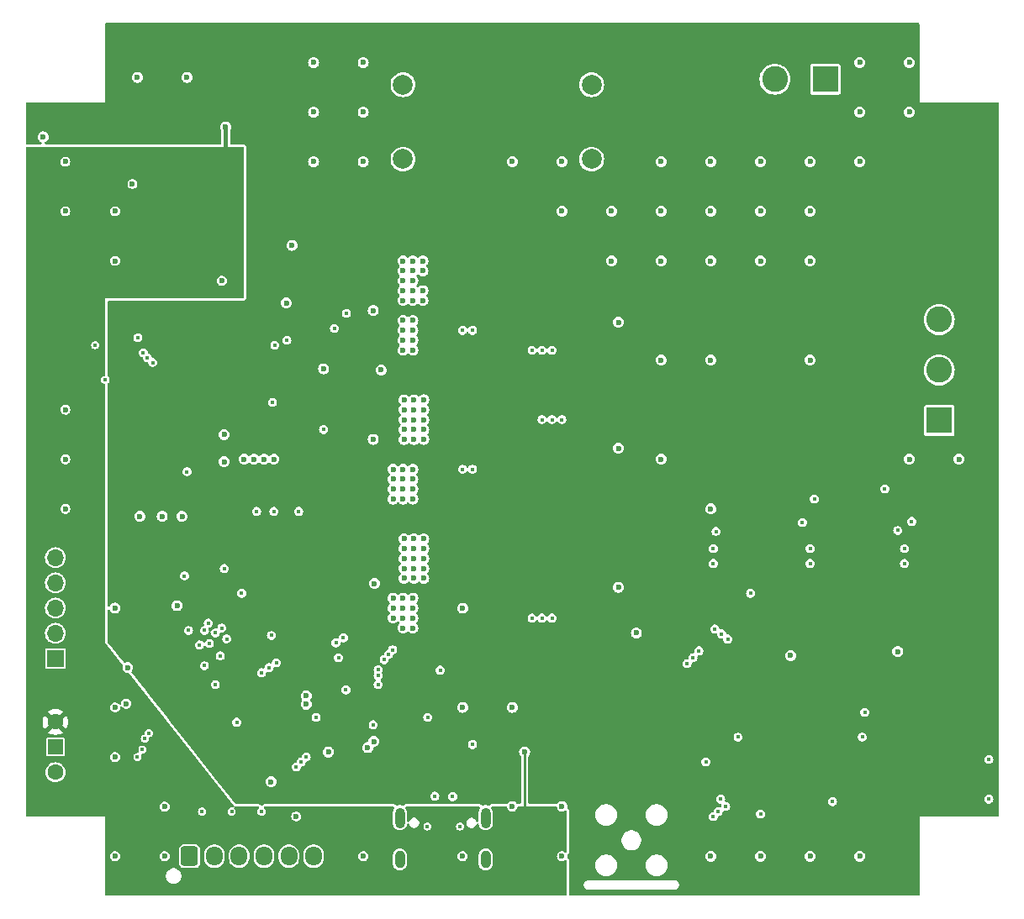
<source format=gbr>
%TF.GenerationSoftware,KiCad,Pcbnew,8.0.2*%
%TF.CreationDate,2024-10-13T04:04:11-03:00*%
%TF.ProjectId,ESCX,45534358-2e6b-4696-9361-645f70636258,rev?*%
%TF.SameCoordinates,Original*%
%TF.FileFunction,Copper,L3,Inr*%
%TF.FilePolarity,Positive*%
%FSLAX46Y46*%
G04 Gerber Fmt 4.6, Leading zero omitted, Abs format (unit mm)*
G04 Created by KiCad (PCBNEW 8.0.2) date 2024-10-13 04:04:11*
%MOMM*%
%LPD*%
G01*
G04 APERTURE LIST*
G04 Aperture macros list*
%AMRoundRect*
0 Rectangle with rounded corners*
0 $1 Rounding radius*
0 $2 $3 $4 $5 $6 $7 $8 $9 X,Y pos of 4 corners*
0 Add a 4 corners polygon primitive as box body*
4,1,4,$2,$3,$4,$5,$6,$7,$8,$9,$2,$3,0*
0 Add four circle primitives for the rounded corners*
1,1,$1+$1,$2,$3*
1,1,$1+$1,$4,$5*
1,1,$1+$1,$6,$7*
1,1,$1+$1,$8,$9*
0 Add four rect primitives between the rounded corners*
20,1,$1+$1,$2,$3,$4,$5,0*
20,1,$1+$1,$4,$5,$6,$7,0*
20,1,$1+$1,$6,$7,$8,$9,0*
20,1,$1+$1,$8,$9,$2,$3,0*%
G04 Aperture macros list end*
%TA.AperFunction,ComponentPad*%
%ADD10R,2.600000X2.600000*%
%TD*%
%TA.AperFunction,ComponentPad*%
%ADD11C,2.600000*%
%TD*%
%TA.AperFunction,ComponentPad*%
%ADD12C,2.000000*%
%TD*%
%TA.AperFunction,ComponentPad*%
%ADD13R,1.500000X1.500000*%
%TD*%
%TA.AperFunction,ComponentPad*%
%ADD14C,1.600000*%
%TD*%
%TA.AperFunction,ComponentPad*%
%ADD15RoundRect,0.250000X-0.600000X-0.725000X0.600000X-0.725000X0.600000X0.725000X-0.600000X0.725000X0*%
%TD*%
%TA.AperFunction,ComponentPad*%
%ADD16O,1.700000X1.950000*%
%TD*%
%TA.AperFunction,ComponentPad*%
%ADD17O,1.000000X2.100000*%
%TD*%
%TA.AperFunction,ComponentPad*%
%ADD18O,1.000000X1.800000*%
%TD*%
%TA.AperFunction,ComponentPad*%
%ADD19R,1.700000X1.700000*%
%TD*%
%TA.AperFunction,ComponentPad*%
%ADD20O,1.700000X1.700000*%
%TD*%
%TA.AperFunction,ViaPad*%
%ADD21C,0.400000*%
%TD*%
%TA.AperFunction,ViaPad*%
%ADD22C,0.600000*%
%TD*%
%TA.AperFunction,Conductor*%
%ADD23C,0.400000*%
%TD*%
%TA.AperFunction,Conductor*%
%ADD24C,0.381000*%
%TD*%
%TA.AperFunction,Conductor*%
%ADD25C,0.254000*%
%TD*%
G04 APERTURE END LIST*
D10*
%TO.N,/power/PH_C*%
%TO.C,J10*%
X192000000Y-85080000D03*
D11*
%TO.N,/power/PH_B*%
X192000000Y-80000000D03*
%TO.N,/power/PH_A*%
X192000000Y-74920000D03*
%TD*%
D10*
%TO.N,GND2*%
%TO.C,J11*%
X180545000Y-50695000D03*
D11*
%TO.N,SUPPLY*%
X175465000Y-50695000D03*
%TD*%
D12*
%TO.N,SUPPLY*%
%TO.C,C50*%
X138000000Y-51250000D03*
%TO.N,GND2*%
X138000000Y-58750000D03*
%TD*%
D13*
%TO.N,+3.3V*%
%TO.C,SW1*%
X103000000Y-118000000D03*
D14*
%TO.N,Net-(J8-Pin_6)*%
X103000000Y-120540000D03*
%TO.N,+5V*%
X103000000Y-115460000D03*
%TD*%
D15*
%TO.N,GND1*%
%TO.C,J8*%
X116500000Y-129000000D03*
D16*
%TO.N,/MCU/HALL_3*%
X119000000Y-129000000D03*
%TO.N,/MCU/HALL_2*%
X121500000Y-129000000D03*
%TO.N,/MCU/HALL_1*%
X124000000Y-129000000D03*
%TO.N,/MCU/TEMP_MOTOR*%
X126500000Y-129000000D03*
%TO.N,Net-(J8-Pin_6)*%
X129000000Y-129000000D03*
%TD*%
D17*
%TO.N,GND1*%
%TO.C,J9*%
X137680000Y-125145000D03*
D18*
X137680000Y-129325000D03*
D17*
X146320000Y-125145000D03*
D18*
X146320000Y-129325000D03*
%TD*%
D19*
%TO.N,+3.3V*%
%TO.C,J1*%
X103000000Y-109080000D03*
D20*
%TO.N,/MCU/SWCLK*%
X103000000Y-106540000D03*
%TO.N,GND1*%
X103000000Y-104000000D03*
%TO.N,/MCU/SWDIO*%
X103000000Y-101460000D03*
%TO.N,/MCU/NRST*%
X103000000Y-98920000D03*
%TD*%
D12*
%TO.N,SUPPLY*%
%TO.C,C53*%
X157000000Y-51250000D03*
%TO.N,GND2*%
X157000000Y-58750000D03*
%TD*%
D21*
%TO.N,GND1*%
X168500000Y-119500000D03*
D22*
X104000000Y-59000000D03*
D21*
X145000000Y-117750000D03*
D22*
X110750000Y-61250000D03*
X134000000Y-129000000D03*
D21*
X108000000Y-81000000D03*
X121750000Y-102500000D03*
X125000000Y-94250000D03*
D22*
X119750000Y-71000000D03*
X109000000Y-129000000D03*
D21*
X123250000Y-94250000D03*
X140500000Y-115000000D03*
X197000000Y-119250000D03*
X131250000Y-107500000D03*
D22*
X154000000Y-129000000D03*
X116250000Y-50500000D03*
X174000000Y-129000000D03*
D21*
X181250000Y-123500000D03*
X173000000Y-102500000D03*
D22*
X109000000Y-114000000D03*
X126810662Y-67439338D03*
D21*
X141750000Y-110250000D03*
D22*
X130500000Y-118500000D03*
X115750000Y-94750000D03*
D21*
X197000000Y-123250000D03*
D22*
X111250000Y-50500000D03*
D21*
X170000000Y-123250000D03*
D22*
X104000000Y-89000000D03*
X149000000Y-124000000D03*
D21*
X107000000Y-77500000D03*
X171750000Y-117000000D03*
D22*
X114000000Y-129000000D03*
X109000000Y-69000000D03*
X101750000Y-56500000D03*
X109000000Y-119000000D03*
D21*
X127500000Y-94250000D03*
D22*
X154000000Y-124000000D03*
X114000000Y-124000000D03*
D21*
X184250000Y-117000000D03*
D22*
X109000000Y-104000000D03*
X104000000Y-94000000D03*
X109000000Y-64000000D03*
X184000000Y-129000000D03*
X144000000Y-114000000D03*
X169000000Y-129000000D03*
X144000000Y-129000000D03*
X179000000Y-129000000D03*
X104000000Y-84000000D03*
X149000000Y-114000000D03*
X104000000Y-64000000D03*
X120000000Y-86500000D03*
D21*
%TO.N,/MCU/NRST*%
X135000000Y-115750000D03*
D22*
X115250000Y-103750000D03*
D21*
X132250000Y-112250000D03*
%TO.N,+3.3V*%
X176500000Y-122250000D03*
X122750000Y-105500000D03*
X136000000Y-122250000D03*
D22*
X109250000Y-56547500D03*
D21*
X137250000Y-110250000D03*
D22*
X129875000Y-103125000D03*
X114750000Y-105250000D03*
D21*
X132250000Y-118000000D03*
X195250000Y-93000000D03*
X170000000Y-120750000D03*
X135750000Y-114250000D03*
X175750000Y-91500000D03*
D22*
X127000000Y-102750000D03*
X126250000Y-75400000D03*
X170125000Y-113000000D03*
D21*
X171500000Y-123500000D03*
D22*
X112000000Y-56547500D03*
X133750000Y-123000000D03*
X110500000Y-107000000D03*
D21*
X119875000Y-114875000D03*
X187703800Y-93953800D03*
X167250000Y-103000000D03*
D22*
%TO.N,+5V*%
X150250000Y-118500000D03*
X101250000Y-76250000D03*
X120125000Y-55500000D03*
X116750000Y-67750000D03*
X104750000Y-124000000D03*
X120125000Y-59750000D03*
%TO.N,SUPPLY*%
X138100000Y-100000000D03*
X138100000Y-87000000D03*
X138000000Y-72000000D03*
X140100000Y-100000000D03*
X139100000Y-87000000D03*
X140000000Y-73000000D03*
X138000000Y-71000000D03*
X138000000Y-73000000D03*
X139000000Y-69000000D03*
X139100000Y-101000000D03*
X139100000Y-83000000D03*
X138100000Y-97000000D03*
X122000000Y-89000000D03*
X138000000Y-70000000D03*
X140100000Y-97000000D03*
X140000000Y-72000000D03*
X139100000Y-97000000D03*
X140100000Y-87000000D03*
X138100000Y-83000000D03*
X125000000Y-89000000D03*
X139000000Y-73000000D03*
X139000000Y-70000000D03*
X139100000Y-98000000D03*
X140100000Y-84000000D03*
X140100000Y-86000000D03*
X140100000Y-85000000D03*
X139100000Y-86000000D03*
X139000000Y-71000000D03*
X138000000Y-69000000D03*
X140000000Y-69000000D03*
X140100000Y-101000000D03*
X138100000Y-86000000D03*
X126250000Y-73250000D03*
X140000000Y-70000000D03*
X140100000Y-99000000D03*
X139100000Y-84000000D03*
X124000000Y-89000000D03*
X111500000Y-94750000D03*
X138100000Y-101000000D03*
X138100000Y-98000000D03*
X139100000Y-99000000D03*
X140100000Y-98000000D03*
X139100000Y-85000000D03*
X138100000Y-85000000D03*
X123000000Y-89000000D03*
X138100000Y-84000000D03*
X138100000Y-99000000D03*
X139100000Y-100000000D03*
X140100000Y-83000000D03*
X139000000Y-72000000D03*
D21*
%TO.N,/DRV8301/SH_A*%
X132300000Y-74300000D03*
X126307107Y-77000000D03*
X186521446Y-91972354D03*
X153000000Y-78000000D03*
X152000000Y-78000000D03*
X151000000Y-78000000D03*
%TO.N,/DRV8301/SH_C*%
X152000000Y-105000000D03*
X151000000Y-105000000D03*
X153000000Y-105000000D03*
D22*
X177025000Y-108768800D03*
D21*
X178225000Y-95368800D03*
%TO.N,Net-(U3-BST_C)*%
X124850000Y-83250000D03*
X130000000Y-86000000D03*
D22*
%TO.N,/DRV8301/SH_B*%
X187825000Y-108368800D03*
D21*
X153000000Y-85000000D03*
X152000000Y-85000000D03*
X154000000Y-85000000D03*
X187825000Y-96168800D03*
%TO.N,Net-(J2-In)*%
X184500000Y-114500000D03*
%TO.N,/MCU/CURRENT_1*%
X170700000Y-107118800D03*
X135500000Y-111700000D03*
%TO.N,/MCU/CURRENT_2*%
X170100000Y-106600000D03*
X135500000Y-110800003D03*
%TO.N,/MCU/CURRENT_3*%
X169400000Y-106100000D03*
X135500000Y-110200000D03*
D22*
%TO.N,/MCU/ADC_TEMP*%
X161500000Y-106500000D03*
D21*
X132000000Y-107000000D03*
%TO.N,/MCU/TEMP_MOTOR*%
X129250000Y-115000000D03*
D22*
X127250000Y-125000000D03*
%TO.N,/MCU/SWCLK*%
X110125000Y-113625000D03*
%TO.N,/MCU/SWDIO*%
X110250000Y-110000000D03*
D21*
%TO.N,/MCU/HALL_2*%
X120750000Y-124500000D03*
X124500000Y-110000000D03*
D22*
%TO.N,Net-(J8-Pin_6)*%
X124700000Y-121500000D03*
D21*
%TO.N,/MCU/HALL_1*%
X125250000Y-109500000D03*
X123750000Y-124500000D03*
%TO.N,/MCU/HALL_3*%
X117750000Y-124500000D03*
X123750000Y-110500000D03*
%TO.N,Net-(J9-VBUS-PadA4)*%
X143750000Y-126000000D03*
X140455001Y-126000000D03*
%TO.N,/power/PH_A*%
X189225000Y-95268800D03*
D22*
X159700000Y-75200000D03*
%TO.N,/power/PH_B*%
X159700000Y-87900000D03*
D21*
X179425000Y-93000000D03*
%TO.N,/power/PH_C*%
X169525000Y-96268800D03*
D22*
X159700000Y-101900000D03*
D21*
%TO.N,/DRV8301/SENS_A*%
X136100000Y-109200000D03*
X166600000Y-109600000D03*
%TO.N,/DRV8301/SENS_B*%
X167200000Y-109000000D03*
X136550000Y-108650000D03*
%TO.N,/DRV8301/SENS_C*%
X167800000Y-108300000D03*
X136956497Y-108200000D03*
%TO.N,/DRV8301/GH_A*%
X125100000Y-77500000D03*
X131100000Y-75800000D03*
%TO.N,/MCU/AN_IN*%
X131500000Y-109000000D03*
X116000000Y-100750000D03*
D22*
%TO.N,/MCU/USB_DN*%
X135050521Y-117449479D03*
X128250000Y-112825000D03*
%TO.N,/MCU/USB_DP*%
X128250000Y-113675000D03*
X134449479Y-118050521D03*
D21*
%TO.N,/DRV8301/INH_C*%
X119100000Y-111700000D03*
X119100000Y-106500000D03*
%TO.N,/DRV8301/INH_B*%
X118000000Y-106250000D03*
X118000000Y-109800000D03*
%TO.N,/MCU/PB12*%
X124750000Y-106750000D03*
X170500000Y-124000000D03*
%TO.N,/DRV8301/EN_GATE*%
X120250000Y-107100000D03*
X116250000Y-90250000D03*
X121250000Y-115500000D03*
X120000000Y-100000000D03*
%TO.N,/MCU/PB4*%
X128250000Y-119000000D03*
X169750000Y-124500000D03*
%TO.N,/DRV8301/CS*%
X116400000Y-106250000D03*
X117500001Y-107700001D03*
%TO.N,/DRV8301/SCLK*%
X112399999Y-116607106D03*
X112800000Y-79250000D03*
%TO.N,/DRV8301/SDO*%
X112000000Y-117150000D03*
X112250000Y-78750000D03*
%TO.N,/MCU/PD2*%
X127250000Y-120000000D03*
X174000000Y-124750000D03*
%TO.N,/DRV8301/FAULT*%
X111250000Y-119000000D03*
X111300000Y-76750000D03*
%TO.N,/DRV8301/SDI*%
X111850000Y-78253554D03*
X111750000Y-118250000D03*
%TO.N,/DRV8301/INL_C*%
X119600000Y-108800000D03*
X119750000Y-106000000D03*
%TO.N,/DRV8301/INL_B*%
X118500000Y-107557106D03*
X118400000Y-105500000D03*
%TO.N,/MCU/PB3*%
X169250000Y-125000000D03*
X127750000Y-119500000D03*
D22*
%TO.N,GND2*%
X138000000Y-105000000D03*
X129000000Y-59000000D03*
X139000000Y-104000000D03*
X139000000Y-92000000D03*
X129000000Y-54000000D03*
X139000000Y-78000000D03*
X137000000Y-91000000D03*
X169000000Y-69000000D03*
X137000000Y-104000000D03*
X137000000Y-105000000D03*
X174000000Y-59000000D03*
X159000000Y-69000000D03*
X138000000Y-93000000D03*
X120000000Y-89250000D03*
X139000000Y-77000000D03*
X169000000Y-94000000D03*
X134000000Y-54000000D03*
X174000000Y-69000000D03*
X139000000Y-106000000D03*
X179000000Y-69000000D03*
X137000000Y-92000000D03*
X139000000Y-75000000D03*
X139000000Y-93000000D03*
X164000000Y-79000000D03*
X164000000Y-64000000D03*
X139000000Y-105000000D03*
X138000000Y-90000000D03*
X134000000Y-59000000D03*
X154000000Y-59000000D03*
X179000000Y-79000000D03*
X164000000Y-59000000D03*
X138000000Y-78000000D03*
D21*
X188500000Y-99500000D03*
D22*
X139000000Y-103000000D03*
X137000000Y-90000000D03*
X194000000Y-89000000D03*
D21*
X179000000Y-98000000D03*
D22*
X113750000Y-94750000D03*
X179000000Y-64000000D03*
D21*
X169250000Y-99500000D03*
D22*
X138000000Y-91000000D03*
X137000000Y-103000000D03*
X138000000Y-106000000D03*
X184000000Y-54000000D03*
X179000000Y-59000000D03*
X164000000Y-69000000D03*
X139000000Y-90000000D03*
X154000000Y-64000000D03*
X159000000Y-64000000D03*
D21*
X169250000Y-98000000D03*
D22*
X138000000Y-76000000D03*
X138000000Y-75000000D03*
X189000000Y-54000000D03*
X139000000Y-76000000D03*
X184000000Y-49000000D03*
X138000000Y-104000000D03*
X139000000Y-91000000D03*
X149000000Y-59000000D03*
X138000000Y-92000000D03*
D21*
X188500000Y-98000000D03*
D22*
X174000000Y-64000000D03*
X137000000Y-93000000D03*
X138000000Y-103000000D03*
X189000000Y-49000000D03*
D21*
X179000000Y-99500000D03*
D22*
X184000000Y-59000000D03*
X129000000Y-49000000D03*
X169000000Y-64000000D03*
X138000000Y-77000000D03*
X189000000Y-89000000D03*
X164000000Y-89000000D03*
X169000000Y-79000000D03*
X169000000Y-59000000D03*
X134000000Y-49000000D03*
D21*
%TO.N,/USB_Interface/dusb+*%
X143000000Y-123000000D03*
X141200000Y-122950000D03*
D22*
%TO.N,/power/G2*%
X135800000Y-80000000D03*
X130000000Y-79875000D03*
D21*
%TO.N,/DRV8301/SL_A*%
X144000000Y-76000000D03*
D22*
X135000000Y-74000000D03*
D21*
X145000000Y-76000000D03*
%TO.N,/DRV8301/SL_B*%
X144000000Y-90000000D03*
X145000000Y-90000000D03*
D22*
X135000000Y-87000000D03*
%TO.N,/DRV8301/SL_C*%
X135133823Y-101525367D03*
X144000000Y-104000000D03*
%TD*%
D23*
%TO.N,+5V*%
X120125000Y-55500000D02*
X120125000Y-58000000D01*
D24*
X101250000Y-76250000D02*
X101250000Y-72500000D01*
D25*
X150250000Y-118500000D02*
X150250000Y-124500000D01*
%TD*%
%TA.AperFunction,Conductor*%
%TO.N,+5V*%
G36*
X121943039Y-57519685D02*
G01*
X121988794Y-57572489D01*
X122000000Y-57624000D01*
X122000000Y-72626000D01*
X121980315Y-72693039D01*
X121927511Y-72738794D01*
X121876000Y-72750000D01*
X108000000Y-72750000D01*
X108000000Y-80488601D01*
X107980315Y-80555640D01*
X107927511Y-80601395D01*
X107895400Y-80611074D01*
X107874698Y-80614353D01*
X107874696Y-80614353D01*
X107874696Y-80614354D01*
X107761658Y-80671950D01*
X107761657Y-80671951D01*
X107761652Y-80671954D01*
X107671954Y-80761652D01*
X107671951Y-80761657D01*
X107614352Y-80874698D01*
X107614352Y-80874699D01*
X107594508Y-80999996D01*
X107594508Y-81000003D01*
X107614352Y-81125300D01*
X107614352Y-81125301D01*
X107614354Y-81125304D01*
X107671950Y-81238342D01*
X107671952Y-81238344D01*
X107671954Y-81238347D01*
X107761652Y-81328045D01*
X107761654Y-81328046D01*
X107761658Y-81328050D01*
X107874696Y-81385646D01*
X107895397Y-81388924D01*
X107958531Y-81418853D01*
X107995463Y-81478164D01*
X108000000Y-81511398D01*
X108000000Y-107500000D01*
X109751998Y-109723691D01*
X109778025Y-109788532D01*
X109767394Y-109851936D01*
X109764837Y-109857535D01*
X109764834Y-109857543D01*
X109744353Y-110000000D01*
X109764834Y-110142456D01*
X109813949Y-110250000D01*
X109824623Y-110273373D01*
X109918872Y-110382143D01*
X110039947Y-110459953D01*
X110039950Y-110459954D01*
X110039949Y-110459954D01*
X110136632Y-110488342D01*
X110176336Y-110500000D01*
X110178036Y-110500499D01*
X110178038Y-110500500D01*
X110303864Y-110500500D01*
X110370903Y-110520185D01*
X110401265Y-110547760D01*
X120924733Y-123904470D01*
X120950760Y-123969311D01*
X120937599Y-124037930D01*
X120889429Y-124088541D01*
X120821544Y-124105075D01*
X120807935Y-124103683D01*
X120750004Y-124094508D01*
X120749997Y-124094508D01*
X120624699Y-124114352D01*
X120624698Y-124114352D01*
X120557763Y-124148458D01*
X120511658Y-124171950D01*
X120511657Y-124171951D01*
X120511652Y-124171954D01*
X120421954Y-124261652D01*
X120421951Y-124261657D01*
X120421950Y-124261658D01*
X120421170Y-124263189D01*
X120364352Y-124374698D01*
X120364352Y-124374699D01*
X120344508Y-124499996D01*
X120344508Y-124500003D01*
X120364352Y-124625300D01*
X120364352Y-124625301D01*
X120364354Y-124625304D01*
X120421950Y-124738342D01*
X120421952Y-124738344D01*
X120421954Y-124738347D01*
X120511652Y-124828045D01*
X120511654Y-124828046D01*
X120511658Y-124828050D01*
X120624696Y-124885646D01*
X120624697Y-124885646D01*
X120624699Y-124885647D01*
X120749997Y-124905492D01*
X120750000Y-124905492D01*
X120750003Y-124905492D01*
X120875300Y-124885647D01*
X120875301Y-124885647D01*
X120875302Y-124885646D01*
X120875304Y-124885646D01*
X120988342Y-124828050D01*
X121078050Y-124738342D01*
X121135646Y-124625304D01*
X121135646Y-124625302D01*
X121135647Y-124625301D01*
X121135647Y-124625300D01*
X121155492Y-124500003D01*
X121155492Y-124499996D01*
X121135647Y-124374699D01*
X121135647Y-124374698D01*
X121135646Y-124374696D01*
X121078050Y-124261658D01*
X121078046Y-124261654D01*
X121078045Y-124261652D01*
X121028074Y-124211681D01*
X120994589Y-124150358D01*
X120999573Y-124080666D01*
X121041445Y-124024733D01*
X121106909Y-124000316D01*
X121115755Y-124000000D01*
X123384245Y-124000000D01*
X123451284Y-124019685D01*
X123497039Y-124072489D01*
X123506983Y-124141647D01*
X123477958Y-124205203D01*
X123471926Y-124211681D01*
X123421954Y-124261652D01*
X123421951Y-124261657D01*
X123421950Y-124261658D01*
X123421170Y-124263189D01*
X123364352Y-124374698D01*
X123364352Y-124374699D01*
X123344508Y-124499996D01*
X123344508Y-124500003D01*
X123364352Y-124625300D01*
X123364352Y-124625301D01*
X123364354Y-124625304D01*
X123421950Y-124738342D01*
X123421952Y-124738344D01*
X123421954Y-124738347D01*
X123511652Y-124828045D01*
X123511654Y-124828046D01*
X123511658Y-124828050D01*
X123624696Y-124885646D01*
X123624697Y-124885646D01*
X123624699Y-124885647D01*
X123749997Y-124905492D01*
X123750000Y-124905492D01*
X123750003Y-124905492D01*
X123875300Y-124885647D01*
X123875301Y-124885647D01*
X123875302Y-124885646D01*
X123875304Y-124885646D01*
X123988342Y-124828050D01*
X124078050Y-124738342D01*
X124135646Y-124625304D01*
X124135646Y-124625302D01*
X124135647Y-124625301D01*
X124135647Y-124625300D01*
X124155492Y-124500003D01*
X124155492Y-124499996D01*
X124135647Y-124374699D01*
X124135647Y-124374698D01*
X124135646Y-124374696D01*
X124078050Y-124261658D01*
X124078046Y-124261654D01*
X124078045Y-124261652D01*
X124028074Y-124211681D01*
X123994589Y-124150358D01*
X123999573Y-124080666D01*
X124041445Y-124024733D01*
X124106909Y-124000316D01*
X124115755Y-124000000D01*
X137003094Y-124000000D01*
X137070133Y-124019685D01*
X137115888Y-124072489D01*
X137125832Y-124141647D01*
X137106196Y-124192891D01*
X137059228Y-124263182D01*
X137059221Y-124263195D01*
X137006421Y-124390667D01*
X137006418Y-124390677D01*
X136979500Y-124526004D01*
X136979500Y-124526007D01*
X136979500Y-125763993D01*
X136979500Y-125763995D01*
X136979499Y-125763995D01*
X137006418Y-125899322D01*
X137006421Y-125899332D01*
X137059221Y-126026804D01*
X137059228Y-126026817D01*
X137135885Y-126141541D01*
X137135888Y-126141545D01*
X137233454Y-126239111D01*
X137233458Y-126239114D01*
X137348182Y-126315771D01*
X137348195Y-126315778D01*
X137475667Y-126368578D01*
X137475672Y-126368580D01*
X137475676Y-126368580D01*
X137475677Y-126368581D01*
X137611004Y-126395500D01*
X137611007Y-126395500D01*
X137748995Y-126395500D01*
X137840041Y-126377389D01*
X137884328Y-126368580D01*
X138011811Y-126315775D01*
X138126542Y-126239114D01*
X138224114Y-126141542D01*
X138300775Y-126026811D01*
X138353580Y-125899328D01*
X138373764Y-125797857D01*
X138406148Y-125735946D01*
X138466864Y-125701372D01*
X138536634Y-125705111D01*
X138593306Y-125745977D01*
X138615155Y-125789953D01*
X138629630Y-125843973D01*
X138629632Y-125843978D01*
X138697495Y-125961520D01*
X138697497Y-125961522D01*
X138697498Y-125961524D01*
X138793476Y-126057502D01*
X138793477Y-126057503D01*
X138793479Y-126057504D01*
X138911021Y-126125367D01*
X138911022Y-126125367D01*
X138911025Y-126125369D01*
X139042133Y-126160500D01*
X139042135Y-126160500D01*
X139177865Y-126160500D01*
X139177867Y-126160500D01*
X139308975Y-126125369D01*
X139426524Y-126057502D01*
X139484030Y-125999996D01*
X140049509Y-125999996D01*
X140049509Y-126000003D01*
X140069353Y-126125300D01*
X140069353Y-126125301D01*
X140077630Y-126141545D01*
X140126951Y-126238342D01*
X140126953Y-126238344D01*
X140126955Y-126238347D01*
X140216653Y-126328045D01*
X140216655Y-126328046D01*
X140216659Y-126328050D01*
X140329697Y-126385646D01*
X140329698Y-126385646D01*
X140329700Y-126385647D01*
X140454998Y-126405492D01*
X140455001Y-126405492D01*
X140455004Y-126405492D01*
X140580301Y-126385647D01*
X140580302Y-126385647D01*
X140580303Y-126385646D01*
X140580305Y-126385646D01*
X140693343Y-126328050D01*
X140783051Y-126238342D01*
X140840647Y-126125304D01*
X140840647Y-126125302D01*
X140840648Y-126125301D01*
X140840648Y-126125300D01*
X140860493Y-126000003D01*
X140860493Y-125999996D01*
X143344508Y-125999996D01*
X143344508Y-126000003D01*
X143364352Y-126125300D01*
X143364352Y-126125301D01*
X143372629Y-126141545D01*
X143421950Y-126238342D01*
X143421952Y-126238344D01*
X143421954Y-126238347D01*
X143511652Y-126328045D01*
X143511654Y-126328046D01*
X143511658Y-126328050D01*
X143624696Y-126385646D01*
X143624697Y-126385646D01*
X143624699Y-126385647D01*
X143749997Y-126405492D01*
X143750000Y-126405492D01*
X143750003Y-126405492D01*
X143875300Y-126385647D01*
X143875301Y-126385647D01*
X143875302Y-126385646D01*
X143875304Y-126385646D01*
X143988342Y-126328050D01*
X144078050Y-126238342D01*
X144135646Y-126125304D01*
X144135646Y-126125302D01*
X144135647Y-126125301D01*
X144135647Y-126125300D01*
X144155492Y-126000003D01*
X144155492Y-125999996D01*
X144135647Y-125874699D01*
X144135647Y-125874698D01*
X144119994Y-125843978D01*
X144078050Y-125761658D01*
X144078046Y-125761654D01*
X144078045Y-125761652D01*
X143988347Y-125671954D01*
X143988344Y-125671952D01*
X143988342Y-125671950D01*
X143875304Y-125614354D01*
X143875303Y-125614353D01*
X143875300Y-125614352D01*
X143750003Y-125594508D01*
X143749997Y-125594508D01*
X143624699Y-125614352D01*
X143624698Y-125614352D01*
X143549337Y-125652751D01*
X143511658Y-125671950D01*
X143511657Y-125671951D01*
X143511652Y-125671954D01*
X143421954Y-125761652D01*
X143421951Y-125761657D01*
X143421950Y-125761658D01*
X143407533Y-125789953D01*
X143364352Y-125874698D01*
X143364352Y-125874699D01*
X143344508Y-125999996D01*
X140860493Y-125999996D01*
X140840648Y-125874699D01*
X140840648Y-125874698D01*
X140824995Y-125843978D01*
X140783051Y-125761658D01*
X140783047Y-125761654D01*
X140783046Y-125761652D01*
X140693348Y-125671954D01*
X140693345Y-125671952D01*
X140693343Y-125671950D01*
X140580305Y-125614354D01*
X140580304Y-125614353D01*
X140580301Y-125614352D01*
X140455004Y-125594508D01*
X140454998Y-125594508D01*
X140329700Y-125614352D01*
X140329699Y-125614352D01*
X140254338Y-125652751D01*
X140216659Y-125671950D01*
X140216658Y-125671951D01*
X140216653Y-125671954D01*
X140126955Y-125761652D01*
X140126952Y-125761657D01*
X140126951Y-125761658D01*
X140112534Y-125789953D01*
X140069353Y-125874698D01*
X140069353Y-125874699D01*
X140049509Y-125999996D01*
X139484030Y-125999996D01*
X139522502Y-125961524D01*
X139590369Y-125843975D01*
X139625500Y-125712867D01*
X139625500Y-125577133D01*
X139590369Y-125446025D01*
X139522502Y-125328476D01*
X139426524Y-125232498D01*
X139426522Y-125232497D01*
X139426520Y-125232495D01*
X139308978Y-125164632D01*
X139308979Y-125164632D01*
X139293484Y-125160480D01*
X139177867Y-125129500D01*
X139042133Y-125129500D01*
X138926515Y-125160480D01*
X138911021Y-125164632D01*
X138793479Y-125232495D01*
X138793473Y-125232500D01*
X138697500Y-125328473D01*
X138697495Y-125328479D01*
X138629632Y-125446021D01*
X138629630Y-125446025D01*
X138624274Y-125466016D01*
X138587909Y-125525676D01*
X138525062Y-125556204D01*
X138455686Y-125547909D01*
X138401809Y-125503423D01*
X138380535Y-125436871D01*
X138380500Y-125433921D01*
X138380500Y-124526004D01*
X138353581Y-124390677D01*
X138353580Y-124390676D01*
X138353580Y-124390672D01*
X138346964Y-124374699D01*
X138300778Y-124263195D01*
X138300771Y-124263182D01*
X138253804Y-124192891D01*
X138232926Y-124126213D01*
X138251411Y-124058833D01*
X138303389Y-124012143D01*
X138356906Y-124000000D01*
X145643094Y-124000000D01*
X145710133Y-124019685D01*
X145755888Y-124072489D01*
X145765832Y-124141647D01*
X145746196Y-124192891D01*
X145699228Y-124263182D01*
X145699221Y-124263195D01*
X145646421Y-124390667D01*
X145646418Y-124390677D01*
X145619500Y-124526004D01*
X145619500Y-125433921D01*
X145599815Y-125500960D01*
X145547011Y-125546715D01*
X145477853Y-125556659D01*
X145414297Y-125527634D01*
X145376523Y-125468856D01*
X145375726Y-125466016D01*
X145370369Y-125446025D01*
X145370367Y-125446021D01*
X145302504Y-125328479D01*
X145302499Y-125328473D01*
X145206526Y-125232500D01*
X145206520Y-125232495D01*
X145088978Y-125164632D01*
X145088979Y-125164632D01*
X145073484Y-125160480D01*
X144957867Y-125129500D01*
X144822133Y-125129500D01*
X144706515Y-125160480D01*
X144691021Y-125164632D01*
X144573479Y-125232495D01*
X144573473Y-125232500D01*
X144477500Y-125328473D01*
X144477495Y-125328479D01*
X144409632Y-125446021D01*
X144409631Y-125446025D01*
X144374500Y-125577133D01*
X144374500Y-125712867D01*
X144409631Y-125843975D01*
X144409632Y-125843978D01*
X144477495Y-125961520D01*
X144477497Y-125961522D01*
X144477498Y-125961524D01*
X144573476Y-126057502D01*
X144573477Y-126057503D01*
X144573479Y-126057504D01*
X144691021Y-126125367D01*
X144691022Y-126125367D01*
X144691025Y-126125369D01*
X144822133Y-126160500D01*
X144822135Y-126160500D01*
X144957865Y-126160500D01*
X144957867Y-126160500D01*
X145088975Y-126125369D01*
X145206524Y-126057502D01*
X145302502Y-125961524D01*
X145370369Y-125843975D01*
X145384844Y-125789952D01*
X145421208Y-125730294D01*
X145484055Y-125699765D01*
X145553430Y-125708060D01*
X145607308Y-125752545D01*
X145626235Y-125797856D01*
X145646418Y-125899322D01*
X145646421Y-125899332D01*
X145699221Y-126026804D01*
X145699228Y-126026817D01*
X145775885Y-126141541D01*
X145775888Y-126141545D01*
X145873454Y-126239111D01*
X145873458Y-126239114D01*
X145988182Y-126315771D01*
X145988195Y-126315778D01*
X146115667Y-126368578D01*
X146115672Y-126368580D01*
X146115676Y-126368580D01*
X146115677Y-126368581D01*
X146251004Y-126395500D01*
X146251007Y-126395500D01*
X146388995Y-126395500D01*
X146480041Y-126377389D01*
X146524328Y-126368580D01*
X146651811Y-126315775D01*
X146766542Y-126239114D01*
X146864114Y-126141542D01*
X146940775Y-126026811D01*
X146993580Y-125899328D01*
X147004590Y-125843977D01*
X147020500Y-125763995D01*
X147020500Y-124526004D01*
X146993581Y-124390677D01*
X146993580Y-124390676D01*
X146993580Y-124390672D01*
X146986964Y-124374699D01*
X146940778Y-124263195D01*
X146940771Y-124263182D01*
X146893804Y-124192891D01*
X146872926Y-124126213D01*
X146891411Y-124058833D01*
X146943389Y-124012143D01*
X146996906Y-124000000D01*
X148386906Y-124000000D01*
X148453945Y-124019685D01*
X148499700Y-124072489D01*
X148509644Y-124106353D01*
X148514834Y-124142456D01*
X148543490Y-124205203D01*
X148574623Y-124273373D01*
X148668872Y-124382143D01*
X148789947Y-124459953D01*
X148789950Y-124459954D01*
X148789949Y-124459954D01*
X148897107Y-124491417D01*
X148926346Y-124500003D01*
X148928036Y-124500499D01*
X148928038Y-124500500D01*
X148928039Y-124500500D01*
X149071962Y-124500500D01*
X149071962Y-124500499D01*
X149210053Y-124459953D01*
X149331128Y-124382143D01*
X149425377Y-124273373D01*
X149485165Y-124142457D01*
X149490356Y-124106353D01*
X149519381Y-124042797D01*
X149578159Y-124005023D01*
X149613094Y-124000000D01*
X153386906Y-124000000D01*
X153453945Y-124019685D01*
X153499700Y-124072489D01*
X153509644Y-124106353D01*
X153514834Y-124142456D01*
X153543490Y-124205203D01*
X153574623Y-124273373D01*
X153668872Y-124382143D01*
X153789947Y-124459953D01*
X153789950Y-124459954D01*
X153789949Y-124459954D01*
X153897107Y-124491417D01*
X153926346Y-124500003D01*
X153928036Y-124500499D01*
X153928038Y-124500500D01*
X153928039Y-124500500D01*
X154071962Y-124500500D01*
X154071962Y-124500499D01*
X154210050Y-124459954D01*
X154210051Y-124459954D01*
X154226797Y-124449192D01*
X154308961Y-124396388D01*
X154376000Y-124376704D01*
X154443039Y-124396388D01*
X154488794Y-124449192D01*
X154500000Y-124500704D01*
X154500000Y-128499295D01*
X154480315Y-128566334D01*
X154427511Y-128612089D01*
X154358353Y-128622033D01*
X154308961Y-128603611D01*
X154254451Y-128568580D01*
X154210053Y-128540047D01*
X154210051Y-128540046D01*
X154210049Y-128540045D01*
X154210050Y-128540045D01*
X154071963Y-128499500D01*
X154071961Y-128499500D01*
X153928039Y-128499500D01*
X153928036Y-128499500D01*
X153789949Y-128540045D01*
X153668873Y-128617856D01*
X153574623Y-128726626D01*
X153574622Y-128726628D01*
X153514834Y-128857543D01*
X153494353Y-129000000D01*
X153514834Y-129142456D01*
X153554114Y-129228465D01*
X153574623Y-129273373D01*
X153668872Y-129382143D01*
X153789947Y-129459953D01*
X153789950Y-129459954D01*
X153789949Y-129459954D01*
X153928036Y-129500499D01*
X153928038Y-129500500D01*
X153928039Y-129500500D01*
X154071962Y-129500500D01*
X154071962Y-129500499D01*
X154210050Y-129459954D01*
X154210051Y-129459954D01*
X154254451Y-129431420D01*
X154308961Y-129396388D01*
X154376000Y-129376704D01*
X154443039Y-129396388D01*
X154488794Y-129449192D01*
X154500000Y-129500704D01*
X154500000Y-132876000D01*
X154480315Y-132943039D01*
X154427511Y-132988794D01*
X154376000Y-133000000D01*
X108124000Y-133000000D01*
X108056961Y-132980315D01*
X108011206Y-132927511D01*
X108000000Y-132876000D01*
X108000000Y-130922138D01*
X114109500Y-130922138D01*
X114109500Y-131077861D01*
X114139876Y-131230572D01*
X114139878Y-131230580D01*
X114199466Y-131374439D01*
X114199471Y-131374448D01*
X114285977Y-131503913D01*
X114285980Y-131503917D01*
X114396082Y-131614019D01*
X114396086Y-131614022D01*
X114525551Y-131700528D01*
X114525557Y-131700531D01*
X114525558Y-131700532D01*
X114669420Y-131760122D01*
X114822138Y-131790499D01*
X114822142Y-131790500D01*
X114822143Y-131790500D01*
X114977858Y-131790500D01*
X114977859Y-131790499D01*
X115130580Y-131760122D01*
X115274442Y-131700532D01*
X115403914Y-131614022D01*
X115514022Y-131503914D01*
X115600532Y-131374442D01*
X115660122Y-131230580D01*
X115690500Y-131077857D01*
X115690500Y-130922143D01*
X115660122Y-130769420D01*
X115600532Y-130625558D01*
X115600531Y-130625557D01*
X115600528Y-130625551D01*
X115514022Y-130496086D01*
X115514019Y-130496082D01*
X115403917Y-130385980D01*
X115403913Y-130385977D01*
X115274448Y-130299471D01*
X115274439Y-130299466D01*
X115130580Y-130239878D01*
X115130572Y-130239876D01*
X114977861Y-130209500D01*
X114977857Y-130209500D01*
X114822143Y-130209500D01*
X114822138Y-130209500D01*
X114669427Y-130239876D01*
X114669419Y-130239878D01*
X114525560Y-130299466D01*
X114525551Y-130299471D01*
X114396086Y-130385977D01*
X114396082Y-130385980D01*
X114285980Y-130496082D01*
X114285977Y-130496086D01*
X114199471Y-130625551D01*
X114199466Y-130625560D01*
X114139878Y-130769419D01*
X114139876Y-130769427D01*
X114109500Y-130922138D01*
X108000000Y-130922138D01*
X108000000Y-129000000D01*
X108494353Y-129000000D01*
X108514834Y-129142456D01*
X108554114Y-129228465D01*
X108574623Y-129273373D01*
X108668872Y-129382143D01*
X108789947Y-129459953D01*
X108789950Y-129459954D01*
X108789949Y-129459954D01*
X108928036Y-129500499D01*
X108928038Y-129500500D01*
X108928039Y-129500500D01*
X109071962Y-129500500D01*
X109071962Y-129500499D01*
X109210053Y-129459953D01*
X109331128Y-129382143D01*
X109425377Y-129273373D01*
X109485165Y-129142457D01*
X109505647Y-129000000D01*
X113494353Y-129000000D01*
X113514834Y-129142456D01*
X113554114Y-129228465D01*
X113574623Y-129273373D01*
X113668872Y-129382143D01*
X113789947Y-129459953D01*
X113789950Y-129459954D01*
X113789949Y-129459954D01*
X113928036Y-129500499D01*
X113928038Y-129500500D01*
X113928039Y-129500500D01*
X114071962Y-129500500D01*
X114071962Y-129500499D01*
X114210053Y-129459953D01*
X114331128Y-129382143D01*
X114425377Y-129273373D01*
X114485165Y-129142457D01*
X114505647Y-129000000D01*
X114485165Y-128857543D01*
X114425377Y-128726627D01*
X114331128Y-128617857D01*
X114210053Y-128540047D01*
X114210051Y-128540046D01*
X114210049Y-128540045D01*
X114210050Y-128540045D01*
X114071963Y-128499500D01*
X114071961Y-128499500D01*
X113928039Y-128499500D01*
X113928036Y-128499500D01*
X113789949Y-128540045D01*
X113668873Y-128617856D01*
X113574623Y-128726626D01*
X113574622Y-128726628D01*
X113514834Y-128857543D01*
X113494353Y-129000000D01*
X109505647Y-129000000D01*
X109485165Y-128857543D01*
X109425377Y-128726627D01*
X109331128Y-128617857D01*
X109210053Y-128540047D01*
X109210051Y-128540046D01*
X109210049Y-128540045D01*
X109210050Y-128540045D01*
X109071963Y-128499500D01*
X109071961Y-128499500D01*
X108928039Y-128499500D01*
X108928036Y-128499500D01*
X108789949Y-128540045D01*
X108668873Y-128617856D01*
X108574623Y-128726626D01*
X108574622Y-128726628D01*
X108514834Y-128857543D01*
X108494353Y-129000000D01*
X108000000Y-129000000D01*
X108000000Y-128220730D01*
X115449500Y-128220730D01*
X115449500Y-129779269D01*
X115452353Y-129809699D01*
X115452353Y-129809701D01*
X115494215Y-129929332D01*
X115497207Y-129937882D01*
X115577850Y-130047150D01*
X115687118Y-130127793D01*
X115708089Y-130135131D01*
X115815299Y-130172646D01*
X115845730Y-130175500D01*
X115845734Y-130175500D01*
X117154270Y-130175500D01*
X117184699Y-130172646D01*
X117184701Y-130172646D01*
X117248790Y-130150219D01*
X117312882Y-130127793D01*
X117422150Y-130047150D01*
X117502793Y-129937882D01*
X117525219Y-129873790D01*
X117547646Y-129809701D01*
X117547646Y-129809699D01*
X117550500Y-129779269D01*
X117550500Y-128771530D01*
X117949500Y-128771530D01*
X117949500Y-129228469D01*
X117989868Y-129431412D01*
X117989870Y-129431420D01*
X118069058Y-129622596D01*
X118184024Y-129794657D01*
X118330342Y-129940975D01*
X118330345Y-129940977D01*
X118502402Y-130055941D01*
X118693580Y-130135130D01*
X118876632Y-130171541D01*
X118896530Y-130175499D01*
X118896534Y-130175500D01*
X118896535Y-130175500D01*
X119103466Y-130175500D01*
X119103467Y-130175499D01*
X119306420Y-130135130D01*
X119497598Y-130055941D01*
X119669655Y-129940977D01*
X119815977Y-129794655D01*
X119930941Y-129622598D01*
X120010130Y-129431420D01*
X120050500Y-129228465D01*
X120050500Y-128771535D01*
X120050499Y-128771530D01*
X120449500Y-128771530D01*
X120449500Y-129228469D01*
X120489868Y-129431412D01*
X120489870Y-129431420D01*
X120569058Y-129622596D01*
X120684024Y-129794657D01*
X120830342Y-129940975D01*
X120830345Y-129940977D01*
X121002402Y-130055941D01*
X121193580Y-130135130D01*
X121376632Y-130171541D01*
X121396530Y-130175499D01*
X121396534Y-130175500D01*
X121396535Y-130175500D01*
X121603466Y-130175500D01*
X121603467Y-130175499D01*
X121806420Y-130135130D01*
X121997598Y-130055941D01*
X122169655Y-129940977D01*
X122315977Y-129794655D01*
X122430941Y-129622598D01*
X122510130Y-129431420D01*
X122550500Y-129228465D01*
X122550500Y-128771535D01*
X122550499Y-128771530D01*
X122949500Y-128771530D01*
X122949500Y-129228469D01*
X122989868Y-129431412D01*
X122989870Y-129431420D01*
X123069058Y-129622596D01*
X123184024Y-129794657D01*
X123330342Y-129940975D01*
X123330345Y-129940977D01*
X123502402Y-130055941D01*
X123693580Y-130135130D01*
X123876632Y-130171541D01*
X123896530Y-130175499D01*
X123896534Y-130175500D01*
X123896535Y-130175500D01*
X124103466Y-130175500D01*
X124103467Y-130175499D01*
X124306420Y-130135130D01*
X124497598Y-130055941D01*
X124669655Y-129940977D01*
X124815977Y-129794655D01*
X124930941Y-129622598D01*
X125010130Y-129431420D01*
X125050500Y-129228465D01*
X125050500Y-128771535D01*
X125050499Y-128771530D01*
X125449500Y-128771530D01*
X125449500Y-129228469D01*
X125489868Y-129431412D01*
X125489870Y-129431420D01*
X125569058Y-129622596D01*
X125684024Y-129794657D01*
X125830342Y-129940975D01*
X125830345Y-129940977D01*
X126002402Y-130055941D01*
X126193580Y-130135130D01*
X126376632Y-130171541D01*
X126396530Y-130175499D01*
X126396534Y-130175500D01*
X126396535Y-130175500D01*
X126603466Y-130175500D01*
X126603467Y-130175499D01*
X126806420Y-130135130D01*
X126997598Y-130055941D01*
X127169655Y-129940977D01*
X127315977Y-129794655D01*
X127430941Y-129622598D01*
X127510130Y-129431420D01*
X127550500Y-129228465D01*
X127550500Y-128771535D01*
X127550499Y-128771530D01*
X127949500Y-128771530D01*
X127949500Y-129228469D01*
X127989868Y-129431412D01*
X127989870Y-129431420D01*
X128069058Y-129622596D01*
X128184024Y-129794657D01*
X128330342Y-129940975D01*
X128330345Y-129940977D01*
X128502402Y-130055941D01*
X128693580Y-130135130D01*
X128876632Y-130171541D01*
X128896530Y-130175499D01*
X128896534Y-130175500D01*
X128896535Y-130175500D01*
X129103466Y-130175500D01*
X129103467Y-130175499D01*
X129306420Y-130135130D01*
X129497598Y-130055941D01*
X129669655Y-129940977D01*
X129815977Y-129794655D01*
X129816418Y-129793995D01*
X136979499Y-129793995D01*
X137006418Y-129929322D01*
X137006421Y-129929332D01*
X137059221Y-130056804D01*
X137059228Y-130056817D01*
X137135885Y-130171541D01*
X137135888Y-130171545D01*
X137233454Y-130269111D01*
X137233458Y-130269114D01*
X137348182Y-130345771D01*
X137348195Y-130345778D01*
X137475667Y-130398578D01*
X137475672Y-130398580D01*
X137475676Y-130398580D01*
X137475677Y-130398581D01*
X137611004Y-130425500D01*
X137611007Y-130425500D01*
X137748995Y-130425500D01*
X137840041Y-130407389D01*
X137884328Y-130398580D01*
X138011811Y-130345775D01*
X138126542Y-130269114D01*
X138224114Y-130171542D01*
X138300775Y-130056811D01*
X138353580Y-129929328D01*
X138362389Y-129885041D01*
X138380500Y-129793995D01*
X145619499Y-129793995D01*
X145646418Y-129929322D01*
X145646421Y-129929332D01*
X145699221Y-130056804D01*
X145699228Y-130056817D01*
X145775885Y-130171541D01*
X145775888Y-130171545D01*
X145873454Y-130269111D01*
X145873458Y-130269114D01*
X145988182Y-130345771D01*
X145988195Y-130345778D01*
X146115667Y-130398578D01*
X146115672Y-130398580D01*
X146115676Y-130398580D01*
X146115677Y-130398581D01*
X146251004Y-130425500D01*
X146251007Y-130425500D01*
X146388995Y-130425500D01*
X146480041Y-130407389D01*
X146524328Y-130398580D01*
X146651811Y-130345775D01*
X146766542Y-130269114D01*
X146864114Y-130171542D01*
X146940775Y-130056811D01*
X146993580Y-129929328D01*
X147002389Y-129885041D01*
X147020500Y-129793995D01*
X147020500Y-128856004D01*
X146993581Y-128720677D01*
X146993580Y-128720676D01*
X146993580Y-128720672D01*
X146950993Y-128617857D01*
X146940778Y-128593195D01*
X146940771Y-128593182D01*
X146864114Y-128478458D01*
X146864111Y-128478454D01*
X146766545Y-128380888D01*
X146766541Y-128380885D01*
X146651817Y-128304228D01*
X146651804Y-128304221D01*
X146524332Y-128251421D01*
X146524322Y-128251418D01*
X146388995Y-128224500D01*
X146388993Y-128224500D01*
X146251007Y-128224500D01*
X146251005Y-128224500D01*
X146115677Y-128251418D01*
X146115667Y-128251421D01*
X145988195Y-128304221D01*
X145988182Y-128304228D01*
X145873458Y-128380885D01*
X145873454Y-128380888D01*
X145775888Y-128478454D01*
X145775885Y-128478458D01*
X145699228Y-128593182D01*
X145699221Y-128593195D01*
X145646421Y-128720667D01*
X145646418Y-128720677D01*
X145619500Y-128856004D01*
X145619500Y-128856007D01*
X145619500Y-129793993D01*
X145619500Y-129793995D01*
X145619499Y-129793995D01*
X138380500Y-129793995D01*
X138380500Y-129000000D01*
X143494353Y-129000000D01*
X143514834Y-129142456D01*
X143554114Y-129228465D01*
X143574623Y-129273373D01*
X143668872Y-129382143D01*
X143789947Y-129459953D01*
X143789950Y-129459954D01*
X143789949Y-129459954D01*
X143928036Y-129500499D01*
X143928038Y-129500500D01*
X143928039Y-129500500D01*
X144071962Y-129500500D01*
X144071962Y-129500499D01*
X144210053Y-129459953D01*
X144331128Y-129382143D01*
X144425377Y-129273373D01*
X144485165Y-129142457D01*
X144505647Y-129000000D01*
X144485165Y-128857543D01*
X144425377Y-128726627D01*
X144331128Y-128617857D01*
X144210053Y-128540047D01*
X144210051Y-128540046D01*
X144210049Y-128540045D01*
X144210050Y-128540045D01*
X144071963Y-128499500D01*
X144071961Y-128499500D01*
X143928039Y-128499500D01*
X143928036Y-128499500D01*
X143789949Y-128540045D01*
X143668873Y-128617856D01*
X143574623Y-128726626D01*
X143574622Y-128726628D01*
X143514834Y-128857543D01*
X143494353Y-129000000D01*
X138380500Y-129000000D01*
X138380500Y-128856004D01*
X138353581Y-128720677D01*
X138353580Y-128720676D01*
X138353580Y-128720672D01*
X138310993Y-128617857D01*
X138300778Y-128593195D01*
X138300771Y-128593182D01*
X138224114Y-128478458D01*
X138224111Y-128478454D01*
X138126545Y-128380888D01*
X138126541Y-128380885D01*
X138011817Y-128304228D01*
X138011804Y-128304221D01*
X137884332Y-128251421D01*
X137884322Y-128251418D01*
X137748995Y-128224500D01*
X137748993Y-128224500D01*
X137611007Y-128224500D01*
X137611005Y-128224500D01*
X137475677Y-128251418D01*
X137475667Y-128251421D01*
X137348195Y-128304221D01*
X137348182Y-128304228D01*
X137233458Y-128380885D01*
X137233454Y-128380888D01*
X137135888Y-128478454D01*
X137135885Y-128478458D01*
X137059228Y-128593182D01*
X137059221Y-128593195D01*
X137006421Y-128720667D01*
X137006418Y-128720677D01*
X136979500Y-128856004D01*
X136979500Y-128856007D01*
X136979500Y-129793993D01*
X136979500Y-129793995D01*
X136979499Y-129793995D01*
X129816418Y-129793995D01*
X129930941Y-129622598D01*
X130010130Y-129431420D01*
X130050500Y-129228465D01*
X130050500Y-129000000D01*
X133494353Y-129000000D01*
X133514834Y-129142456D01*
X133554114Y-129228465D01*
X133574623Y-129273373D01*
X133668872Y-129382143D01*
X133789947Y-129459953D01*
X133789950Y-129459954D01*
X133789949Y-129459954D01*
X133928036Y-129500499D01*
X133928038Y-129500500D01*
X133928039Y-129500500D01*
X134071962Y-129500500D01*
X134071962Y-129500499D01*
X134210053Y-129459953D01*
X134331128Y-129382143D01*
X134425377Y-129273373D01*
X134485165Y-129142457D01*
X134505647Y-129000000D01*
X134485165Y-128857543D01*
X134425377Y-128726627D01*
X134331128Y-128617857D01*
X134210053Y-128540047D01*
X134210051Y-128540046D01*
X134210049Y-128540045D01*
X134210050Y-128540045D01*
X134071963Y-128499500D01*
X134071961Y-128499500D01*
X133928039Y-128499500D01*
X133928036Y-128499500D01*
X133789949Y-128540045D01*
X133668873Y-128617856D01*
X133574623Y-128726626D01*
X133574622Y-128726628D01*
X133514834Y-128857543D01*
X133494353Y-129000000D01*
X130050500Y-129000000D01*
X130050500Y-128771535D01*
X130010130Y-128568580D01*
X129930941Y-128377402D01*
X129815977Y-128205345D01*
X129815975Y-128205342D01*
X129669657Y-128059024D01*
X129583626Y-128001541D01*
X129497598Y-127944059D01*
X129306420Y-127864870D01*
X129306412Y-127864868D01*
X129103469Y-127824500D01*
X129103465Y-127824500D01*
X128896535Y-127824500D01*
X128896530Y-127824500D01*
X128693587Y-127864868D01*
X128693579Y-127864870D01*
X128502403Y-127944058D01*
X128330342Y-128059024D01*
X128184024Y-128205342D01*
X128069058Y-128377403D01*
X127989870Y-128568579D01*
X127989868Y-128568587D01*
X127949500Y-128771530D01*
X127550499Y-128771530D01*
X127510130Y-128568580D01*
X127430941Y-128377402D01*
X127315977Y-128205345D01*
X127315975Y-128205342D01*
X127169657Y-128059024D01*
X127083626Y-128001541D01*
X126997598Y-127944059D01*
X126806420Y-127864870D01*
X126806412Y-127864868D01*
X126603469Y-127824500D01*
X126603465Y-127824500D01*
X126396535Y-127824500D01*
X126396530Y-127824500D01*
X126193587Y-127864868D01*
X126193579Y-127864870D01*
X126002403Y-127944058D01*
X125830342Y-128059024D01*
X125684024Y-128205342D01*
X125569058Y-128377403D01*
X125489870Y-128568579D01*
X125489868Y-128568587D01*
X125449500Y-128771530D01*
X125050499Y-128771530D01*
X125010130Y-128568580D01*
X124930941Y-128377402D01*
X124815977Y-128205345D01*
X124815975Y-128205342D01*
X124669657Y-128059024D01*
X124583626Y-128001541D01*
X124497598Y-127944059D01*
X124306420Y-127864870D01*
X124306412Y-127864868D01*
X124103469Y-127824500D01*
X124103465Y-127824500D01*
X123896535Y-127824500D01*
X123896530Y-127824500D01*
X123693587Y-127864868D01*
X123693579Y-127864870D01*
X123502403Y-127944058D01*
X123330342Y-128059024D01*
X123184024Y-128205342D01*
X123069058Y-128377403D01*
X122989870Y-128568579D01*
X122989868Y-128568587D01*
X122949500Y-128771530D01*
X122550499Y-128771530D01*
X122510130Y-128568580D01*
X122430941Y-128377402D01*
X122315977Y-128205345D01*
X122315975Y-128205342D01*
X122169657Y-128059024D01*
X122083626Y-128001541D01*
X121997598Y-127944059D01*
X121806420Y-127864870D01*
X121806412Y-127864868D01*
X121603469Y-127824500D01*
X121603465Y-127824500D01*
X121396535Y-127824500D01*
X121396530Y-127824500D01*
X121193587Y-127864868D01*
X121193579Y-127864870D01*
X121002403Y-127944058D01*
X120830342Y-128059024D01*
X120684024Y-128205342D01*
X120569058Y-128377403D01*
X120489870Y-128568579D01*
X120489868Y-128568587D01*
X120449500Y-128771530D01*
X120050499Y-128771530D01*
X120010130Y-128568580D01*
X119930941Y-128377402D01*
X119815977Y-128205345D01*
X119815975Y-128205342D01*
X119669657Y-128059024D01*
X119583626Y-128001541D01*
X119497598Y-127944059D01*
X119306420Y-127864870D01*
X119306412Y-127864868D01*
X119103469Y-127824500D01*
X119103465Y-127824500D01*
X118896535Y-127824500D01*
X118896530Y-127824500D01*
X118693587Y-127864868D01*
X118693579Y-127864870D01*
X118502403Y-127944058D01*
X118330342Y-128059024D01*
X118184024Y-128205342D01*
X118069058Y-128377403D01*
X117989870Y-128568579D01*
X117989868Y-128568587D01*
X117949500Y-128771530D01*
X117550500Y-128771530D01*
X117550500Y-128220730D01*
X117547646Y-128190300D01*
X117547646Y-128190298D01*
X117502793Y-128062119D01*
X117502792Y-128062117D01*
X117422150Y-127952850D01*
X117312882Y-127872207D01*
X117312880Y-127872206D01*
X117184700Y-127827353D01*
X117154270Y-127824500D01*
X117154266Y-127824500D01*
X115845734Y-127824500D01*
X115845730Y-127824500D01*
X115815300Y-127827353D01*
X115815298Y-127827353D01*
X115687119Y-127872206D01*
X115687117Y-127872207D01*
X115577850Y-127952850D01*
X115497207Y-128062117D01*
X115497206Y-128062119D01*
X115452353Y-128190298D01*
X115452353Y-128190300D01*
X115449500Y-128220730D01*
X108000000Y-128220730D01*
X108000000Y-125000000D01*
X126744353Y-125000000D01*
X126764834Y-125142456D01*
X126824622Y-125273371D01*
X126824623Y-125273373D01*
X126918872Y-125382143D01*
X127039947Y-125459953D01*
X127039950Y-125459954D01*
X127039949Y-125459954D01*
X127178036Y-125500499D01*
X127178038Y-125500500D01*
X127178039Y-125500500D01*
X127321962Y-125500500D01*
X127321962Y-125500499D01*
X127460053Y-125459953D01*
X127581128Y-125382143D01*
X127675377Y-125273373D01*
X127735165Y-125142457D01*
X127755647Y-125000000D01*
X127735165Y-124857543D01*
X127675377Y-124726627D01*
X127581128Y-124617857D01*
X127460053Y-124540047D01*
X127460051Y-124540046D01*
X127460049Y-124540045D01*
X127460050Y-124540045D01*
X127321963Y-124499500D01*
X127321961Y-124499500D01*
X127178039Y-124499500D01*
X127178036Y-124499500D01*
X127039949Y-124540045D01*
X126918873Y-124617856D01*
X126824623Y-124726626D01*
X126824622Y-124726628D01*
X126764834Y-124857543D01*
X126744353Y-125000000D01*
X108000000Y-125000000D01*
X100124000Y-125000000D01*
X100056961Y-124980315D01*
X100011206Y-124927511D01*
X100000000Y-124876000D01*
X100000000Y-124000000D01*
X113494353Y-124000000D01*
X113514834Y-124142456D01*
X113543490Y-124205203D01*
X113574623Y-124273373D01*
X113668872Y-124382143D01*
X113789947Y-124459953D01*
X113789950Y-124459954D01*
X113789949Y-124459954D01*
X113897107Y-124491417D01*
X113926346Y-124500003D01*
X113928036Y-124500499D01*
X113928038Y-124500500D01*
X113928039Y-124500500D01*
X114071962Y-124500500D01*
X114071962Y-124500499D01*
X114073675Y-124499996D01*
X117344508Y-124499996D01*
X117344508Y-124500003D01*
X117364352Y-124625300D01*
X117364352Y-124625301D01*
X117364354Y-124625304D01*
X117421950Y-124738342D01*
X117421952Y-124738344D01*
X117421954Y-124738347D01*
X117511652Y-124828045D01*
X117511654Y-124828046D01*
X117511658Y-124828050D01*
X117624696Y-124885646D01*
X117624697Y-124885646D01*
X117624699Y-124885647D01*
X117749997Y-124905492D01*
X117750000Y-124905492D01*
X117750003Y-124905492D01*
X117875300Y-124885647D01*
X117875301Y-124885647D01*
X117875302Y-124885646D01*
X117875304Y-124885646D01*
X117988342Y-124828050D01*
X118078050Y-124738342D01*
X118135646Y-124625304D01*
X118135646Y-124625302D01*
X118135647Y-124625301D01*
X118135647Y-124625300D01*
X118155492Y-124500003D01*
X118155492Y-124499996D01*
X118135647Y-124374699D01*
X118135647Y-124374698D01*
X118135646Y-124374696D01*
X118078050Y-124261658D01*
X118078046Y-124261654D01*
X118078045Y-124261652D01*
X117988347Y-124171954D01*
X117988344Y-124171952D01*
X117988342Y-124171950D01*
X117875304Y-124114354D01*
X117875303Y-124114353D01*
X117875300Y-124114352D01*
X117750003Y-124094508D01*
X117749997Y-124094508D01*
X117624699Y-124114352D01*
X117624698Y-124114352D01*
X117557763Y-124148458D01*
X117511658Y-124171950D01*
X117511657Y-124171951D01*
X117511652Y-124171954D01*
X117421954Y-124261652D01*
X117421951Y-124261657D01*
X117421950Y-124261658D01*
X117421170Y-124263189D01*
X117364352Y-124374698D01*
X117364352Y-124374699D01*
X117344508Y-124499996D01*
X114073675Y-124499996D01*
X114210053Y-124459953D01*
X114331128Y-124382143D01*
X114425377Y-124273373D01*
X114485165Y-124142457D01*
X114505647Y-124000000D01*
X114485165Y-123857543D01*
X114425377Y-123726627D01*
X114331128Y-123617857D01*
X114210053Y-123540047D01*
X114210051Y-123540046D01*
X114210049Y-123540045D01*
X114210050Y-123540045D01*
X114071963Y-123499500D01*
X114071961Y-123499500D01*
X113928039Y-123499500D01*
X113928036Y-123499500D01*
X113789949Y-123540045D01*
X113668873Y-123617856D01*
X113574623Y-123726626D01*
X113574622Y-123726628D01*
X113514834Y-123857543D01*
X113494353Y-124000000D01*
X100000000Y-124000000D01*
X100000000Y-120540000D01*
X101994659Y-120540000D01*
X102013975Y-120736129D01*
X102071188Y-120924733D01*
X102164086Y-121098532D01*
X102164090Y-121098539D01*
X102289116Y-121250883D01*
X102441460Y-121375909D01*
X102441467Y-121375913D01*
X102615266Y-121468811D01*
X102615269Y-121468811D01*
X102615273Y-121468814D01*
X102803868Y-121526024D01*
X103000000Y-121545341D01*
X103196132Y-121526024D01*
X103384727Y-121468814D01*
X103558538Y-121375910D01*
X103710883Y-121250883D01*
X103835910Y-121098538D01*
X103928814Y-120924727D01*
X103986024Y-120736132D01*
X104005341Y-120540000D01*
X103986024Y-120343868D01*
X103928814Y-120155273D01*
X103928811Y-120155269D01*
X103928811Y-120155266D01*
X103835913Y-119981467D01*
X103835909Y-119981460D01*
X103710883Y-119829116D01*
X103558539Y-119704090D01*
X103558532Y-119704086D01*
X103384733Y-119611188D01*
X103384727Y-119611186D01*
X103196132Y-119553976D01*
X103196129Y-119553975D01*
X103000000Y-119534659D01*
X102803870Y-119553975D01*
X102615266Y-119611188D01*
X102441467Y-119704086D01*
X102441460Y-119704090D01*
X102289116Y-119829116D01*
X102164090Y-119981460D01*
X102164086Y-119981467D01*
X102071188Y-120155266D01*
X102013975Y-120343870D01*
X101994659Y-120540000D01*
X100000000Y-120540000D01*
X100000000Y-119000000D01*
X108494353Y-119000000D01*
X108514834Y-119142456D01*
X108558627Y-119238347D01*
X108574623Y-119273373D01*
X108668872Y-119382143D01*
X108789947Y-119459953D01*
X108789950Y-119459954D01*
X108789949Y-119459954D01*
X108897107Y-119491417D01*
X108926336Y-119500000D01*
X108928036Y-119500499D01*
X108928038Y-119500500D01*
X108928039Y-119500500D01*
X109071962Y-119500500D01*
X109071962Y-119500499D01*
X109210053Y-119459953D01*
X109331128Y-119382143D01*
X109425377Y-119273373D01*
X109485165Y-119142457D01*
X109505647Y-119000000D01*
X109505646Y-118999996D01*
X110844508Y-118999996D01*
X110844508Y-119000003D01*
X110864352Y-119125300D01*
X110864352Y-119125301D01*
X110864354Y-119125304D01*
X110921950Y-119238342D01*
X110921952Y-119238344D01*
X110921954Y-119238347D01*
X111011652Y-119328045D01*
X111011654Y-119328046D01*
X111011658Y-119328050D01*
X111124696Y-119385646D01*
X111124697Y-119385646D01*
X111124699Y-119385647D01*
X111249997Y-119405492D01*
X111250000Y-119405492D01*
X111250003Y-119405492D01*
X111375300Y-119385647D01*
X111375301Y-119385647D01*
X111375302Y-119385646D01*
X111375304Y-119385646D01*
X111488342Y-119328050D01*
X111578050Y-119238342D01*
X111635646Y-119125304D01*
X111635646Y-119125302D01*
X111635647Y-119125301D01*
X111635647Y-119125300D01*
X111655492Y-119000003D01*
X111655492Y-118999996D01*
X111635647Y-118874699D01*
X111635646Y-118874697D01*
X111635646Y-118874696D01*
X111614596Y-118833383D01*
X111601700Y-118764719D01*
X111627975Y-118699978D01*
X111685081Y-118659720D01*
X111744478Y-118654618D01*
X111749996Y-118655492D01*
X111750000Y-118655492D01*
X111750003Y-118655492D01*
X111875300Y-118635647D01*
X111875301Y-118635647D01*
X111875302Y-118635646D01*
X111875304Y-118635646D01*
X111988342Y-118578050D01*
X112078050Y-118488342D01*
X112135646Y-118375304D01*
X112135646Y-118375302D01*
X112135647Y-118375301D01*
X112135647Y-118375300D01*
X112155492Y-118250003D01*
X112155492Y-118249996D01*
X112135647Y-118124699D01*
X112135647Y-118124698D01*
X112132161Y-118117857D01*
X112078050Y-118011658D01*
X112078046Y-118011654D01*
X112078045Y-118011652D01*
X111988347Y-117921954D01*
X111988344Y-117921952D01*
X111988342Y-117921950D01*
X111875304Y-117864354D01*
X111875303Y-117864353D01*
X111875300Y-117864352D01*
X111750003Y-117844508D01*
X111749997Y-117844508D01*
X111624699Y-117864352D01*
X111624698Y-117864352D01*
X111549337Y-117902751D01*
X111511658Y-117921950D01*
X111511657Y-117921951D01*
X111511652Y-117921954D01*
X111421954Y-118011652D01*
X111421951Y-118011657D01*
X111364352Y-118124698D01*
X111364352Y-118124699D01*
X111344508Y-118249996D01*
X111344508Y-118250003D01*
X111364352Y-118375300D01*
X111364353Y-118375303D01*
X111385402Y-118416612D01*
X111398299Y-118485281D01*
X111372023Y-118550022D01*
X111314917Y-118590279D01*
X111255528Y-118595383D01*
X111250001Y-118594508D01*
X111249997Y-118594508D01*
X111124699Y-118614352D01*
X111124698Y-118614352D01*
X111049337Y-118652751D01*
X111011658Y-118671950D01*
X111011657Y-118671951D01*
X111011652Y-118671954D01*
X110921954Y-118761652D01*
X110921951Y-118761657D01*
X110921950Y-118761658D01*
X110917828Y-118769748D01*
X110864352Y-118874698D01*
X110864352Y-118874699D01*
X110844508Y-118999996D01*
X109505646Y-118999996D01*
X109485165Y-118857543D01*
X109425377Y-118726627D01*
X109331128Y-118617857D01*
X109210053Y-118540047D01*
X109210051Y-118540046D01*
X109210049Y-118540045D01*
X109210050Y-118540045D01*
X109071963Y-118499500D01*
X109071961Y-118499500D01*
X108928039Y-118499500D01*
X108928036Y-118499500D01*
X108789949Y-118540045D01*
X108668873Y-118617856D01*
X108574623Y-118726626D01*
X108574622Y-118726628D01*
X108514834Y-118857543D01*
X108494353Y-119000000D01*
X100000000Y-119000000D01*
X100000000Y-117230247D01*
X102049500Y-117230247D01*
X102049500Y-118769752D01*
X102061131Y-118828229D01*
X102061132Y-118828230D01*
X102105447Y-118894552D01*
X102171769Y-118938867D01*
X102171770Y-118938868D01*
X102230247Y-118950499D01*
X102230250Y-118950500D01*
X102230252Y-118950500D01*
X103769750Y-118950500D01*
X103769751Y-118950499D01*
X103784568Y-118947552D01*
X103828229Y-118938868D01*
X103828229Y-118938867D01*
X103828231Y-118938867D01*
X103894552Y-118894552D01*
X103938867Y-118828231D01*
X103938867Y-118828229D01*
X103938868Y-118828229D01*
X103950499Y-118769752D01*
X103950500Y-118769750D01*
X103950500Y-117230249D01*
X103950499Y-117230247D01*
X103938868Y-117171770D01*
X103938867Y-117171769D01*
X103924319Y-117149996D01*
X111594508Y-117149996D01*
X111594508Y-117150003D01*
X111614352Y-117275300D01*
X111614352Y-117275301D01*
X111614354Y-117275304D01*
X111671950Y-117388342D01*
X111671952Y-117388344D01*
X111671954Y-117388347D01*
X111761652Y-117478045D01*
X111761654Y-117478046D01*
X111761658Y-117478050D01*
X111874696Y-117535646D01*
X111874697Y-117535646D01*
X111874699Y-117535647D01*
X111999997Y-117555492D01*
X112000000Y-117555492D01*
X112000003Y-117555492D01*
X112125300Y-117535647D01*
X112125301Y-117535647D01*
X112125302Y-117535646D01*
X112125304Y-117535646D01*
X112238342Y-117478050D01*
X112328050Y-117388342D01*
X112385646Y-117275304D01*
X112385646Y-117275302D01*
X112385647Y-117275301D01*
X112385647Y-117275300D01*
X112405492Y-117150003D01*
X112405492Y-117149997D01*
X112403526Y-117137585D01*
X112412481Y-117068291D01*
X112457477Y-117014839D01*
X112506601Y-116995714D01*
X112525303Y-116992752D01*
X112638341Y-116935156D01*
X112728049Y-116845448D01*
X112785645Y-116732410D01*
X112785645Y-116732408D01*
X112785646Y-116732407D01*
X112785646Y-116732406D01*
X112805491Y-116607109D01*
X112805491Y-116607102D01*
X112785646Y-116481805D01*
X112785646Y-116481804D01*
X112785645Y-116481802D01*
X112728049Y-116368764D01*
X112728045Y-116368760D01*
X112728044Y-116368758D01*
X112638346Y-116279060D01*
X112638343Y-116279058D01*
X112638341Y-116279056D01*
X112525303Y-116221460D01*
X112525302Y-116221459D01*
X112525299Y-116221458D01*
X112400002Y-116201614D01*
X112399996Y-116201614D01*
X112274698Y-116221458D01*
X112274697Y-116221458D01*
X112199336Y-116259857D01*
X112161657Y-116279056D01*
X112161656Y-116279057D01*
X112161651Y-116279060D01*
X112071953Y-116368758D01*
X112071950Y-116368763D01*
X112014351Y-116481804D01*
X112014351Y-116481805D01*
X111994507Y-116607102D01*
X111994507Y-116607109D01*
X111996473Y-116619525D01*
X111987516Y-116688818D01*
X111942517Y-116742268D01*
X111893398Y-116761391D01*
X111874698Y-116764352D01*
X111799337Y-116802751D01*
X111761658Y-116821950D01*
X111761657Y-116821951D01*
X111761652Y-116821954D01*
X111671954Y-116911652D01*
X111671951Y-116911657D01*
X111614352Y-117024698D01*
X111614352Y-117024699D01*
X111594508Y-117149996D01*
X103924319Y-117149996D01*
X103894552Y-117105447D01*
X103828230Y-117061132D01*
X103828229Y-117061131D01*
X103769752Y-117049500D01*
X103769748Y-117049500D01*
X102230252Y-117049500D01*
X102230247Y-117049500D01*
X102171770Y-117061131D01*
X102171769Y-117061132D01*
X102105447Y-117105447D01*
X102061132Y-117171769D01*
X102061131Y-117171770D01*
X102049500Y-117230247D01*
X100000000Y-117230247D01*
X100000000Y-115459997D01*
X101695034Y-115459997D01*
X101695034Y-115460002D01*
X101714858Y-115686599D01*
X101714860Y-115686610D01*
X101773730Y-115906317D01*
X101773735Y-115906331D01*
X101869863Y-116112478D01*
X101920974Y-116185472D01*
X102600000Y-115506446D01*
X102600000Y-115512661D01*
X102627259Y-115614394D01*
X102679920Y-115705606D01*
X102754394Y-115780080D01*
X102845606Y-115832741D01*
X102947339Y-115860000D01*
X102953553Y-115860000D01*
X102274526Y-116539025D01*
X102347513Y-116590132D01*
X102347521Y-116590136D01*
X102553668Y-116686264D01*
X102553682Y-116686269D01*
X102773389Y-116745139D01*
X102773400Y-116745141D01*
X102999998Y-116764966D01*
X103000002Y-116764966D01*
X103226599Y-116745141D01*
X103226610Y-116745139D01*
X103446317Y-116686269D01*
X103446331Y-116686264D01*
X103652478Y-116590136D01*
X103725471Y-116539024D01*
X103046447Y-115860000D01*
X103052661Y-115860000D01*
X103154394Y-115832741D01*
X103245606Y-115780080D01*
X103320080Y-115705606D01*
X103372741Y-115614394D01*
X103400000Y-115512661D01*
X103400000Y-115506447D01*
X104079024Y-116185471D01*
X104130136Y-116112478D01*
X104226264Y-115906331D01*
X104226269Y-115906317D01*
X104285139Y-115686610D01*
X104285141Y-115686599D01*
X104304966Y-115460002D01*
X104304966Y-115459997D01*
X104285141Y-115233400D01*
X104285139Y-115233389D01*
X104226269Y-115013682D01*
X104226264Y-115013668D01*
X104130136Y-114807521D01*
X104130132Y-114807513D01*
X104079025Y-114734526D01*
X103400000Y-115413551D01*
X103400000Y-115407339D01*
X103372741Y-115305606D01*
X103320080Y-115214394D01*
X103245606Y-115139920D01*
X103154394Y-115087259D01*
X103052661Y-115060000D01*
X103046448Y-115060000D01*
X103725472Y-114380974D01*
X103652478Y-114329863D01*
X103446331Y-114233735D01*
X103446317Y-114233730D01*
X103226610Y-114174860D01*
X103226599Y-114174858D01*
X103000002Y-114155034D01*
X102999998Y-114155034D01*
X102773400Y-114174858D01*
X102773389Y-114174860D01*
X102553682Y-114233730D01*
X102553673Y-114233734D01*
X102347516Y-114329866D01*
X102347512Y-114329868D01*
X102274526Y-114380973D01*
X102274526Y-114380974D01*
X102953553Y-115060000D01*
X102947339Y-115060000D01*
X102845606Y-115087259D01*
X102754394Y-115139920D01*
X102679920Y-115214394D01*
X102627259Y-115305606D01*
X102600000Y-115407339D01*
X102600000Y-115413552D01*
X101920974Y-114734526D01*
X101920973Y-114734526D01*
X101869868Y-114807512D01*
X101869866Y-114807516D01*
X101773734Y-115013673D01*
X101773730Y-115013682D01*
X101714860Y-115233389D01*
X101714858Y-115233400D01*
X101695034Y-115459997D01*
X100000000Y-115459997D01*
X100000000Y-114000000D01*
X108494353Y-114000000D01*
X108514834Y-114142456D01*
X108529632Y-114174858D01*
X108574623Y-114273373D01*
X108668872Y-114382143D01*
X108789947Y-114459953D01*
X108789950Y-114459954D01*
X108789949Y-114459954D01*
X108928036Y-114500499D01*
X108928038Y-114500500D01*
X108928039Y-114500500D01*
X109071962Y-114500500D01*
X109071962Y-114500499D01*
X109210053Y-114459953D01*
X109331128Y-114382143D01*
X109425377Y-114273373D01*
X109485165Y-114142457D01*
X109505647Y-114000000D01*
X109505646Y-113999999D01*
X109506909Y-113991222D01*
X109510134Y-113991685D01*
X109525332Y-113939930D01*
X109578136Y-113894175D01*
X109647294Y-113884231D01*
X109710850Y-113913256D01*
X109723360Y-113925767D01*
X109787682Y-114000000D01*
X109793872Y-114007143D01*
X109914947Y-114084953D01*
X109914950Y-114084954D01*
X109914949Y-114084954D01*
X110053036Y-114125499D01*
X110053038Y-114125500D01*
X110053039Y-114125500D01*
X110196962Y-114125500D01*
X110196962Y-114125499D01*
X110335053Y-114084953D01*
X110456128Y-114007143D01*
X110550377Y-113898373D01*
X110610165Y-113767457D01*
X110630647Y-113625000D01*
X110610165Y-113482543D01*
X110550377Y-113351627D01*
X110456128Y-113242857D01*
X110335053Y-113165047D01*
X110335051Y-113165046D01*
X110335049Y-113165045D01*
X110335050Y-113165045D01*
X110196963Y-113124500D01*
X110196961Y-113124500D01*
X110053039Y-113124500D01*
X110053036Y-113124500D01*
X109914949Y-113165045D01*
X109793873Y-113242856D01*
X109699623Y-113351626D01*
X109699622Y-113351628D01*
X109639834Y-113482543D01*
X109618091Y-113633778D01*
X109614865Y-113633314D01*
X109599668Y-113685069D01*
X109546864Y-113730824D01*
X109477706Y-113740768D01*
X109414150Y-113711743D01*
X109401640Y-113699233D01*
X109380642Y-113675000D01*
X109331128Y-113617857D01*
X109210053Y-113540047D01*
X109210051Y-113540046D01*
X109210049Y-113540045D01*
X109210050Y-113540045D01*
X109071963Y-113499500D01*
X109071961Y-113499500D01*
X108928039Y-113499500D01*
X108928036Y-113499500D01*
X108789949Y-113540045D01*
X108668873Y-113617856D01*
X108574623Y-113726626D01*
X108574622Y-113726628D01*
X108514834Y-113857543D01*
X108494353Y-114000000D01*
X100000000Y-114000000D01*
X100000000Y-108210247D01*
X101949500Y-108210247D01*
X101949500Y-109949752D01*
X101961131Y-110008229D01*
X101961132Y-110008230D01*
X102005447Y-110074552D01*
X102071769Y-110118867D01*
X102071770Y-110118868D01*
X102130247Y-110130499D01*
X102130250Y-110130500D01*
X102130252Y-110130500D01*
X103869750Y-110130500D01*
X103869751Y-110130499D01*
X103884568Y-110127552D01*
X103928229Y-110118868D01*
X103928229Y-110118867D01*
X103928231Y-110118867D01*
X103994552Y-110074552D01*
X104038867Y-110008231D01*
X104038867Y-110008229D01*
X104038868Y-110008229D01*
X104050499Y-109949752D01*
X104050500Y-109949750D01*
X104050500Y-108210249D01*
X104050499Y-108210247D01*
X104038868Y-108151770D01*
X104038867Y-108151769D01*
X103994552Y-108085447D01*
X103928230Y-108041132D01*
X103928229Y-108041131D01*
X103869752Y-108029500D01*
X103869748Y-108029500D01*
X102130252Y-108029500D01*
X102130247Y-108029500D01*
X102071770Y-108041131D01*
X102071769Y-108041132D01*
X102005447Y-108085447D01*
X101961132Y-108151769D01*
X101961131Y-108151770D01*
X101949500Y-108210247D01*
X100000000Y-108210247D01*
X100000000Y-106540000D01*
X101944417Y-106540000D01*
X101964699Y-106745932D01*
X101989609Y-106828050D01*
X102024768Y-106943954D01*
X102122315Y-107126450D01*
X102146149Y-107155492D01*
X102253589Y-107286410D01*
X102350209Y-107365702D01*
X102413550Y-107417685D01*
X102596046Y-107515232D01*
X102794066Y-107575300D01*
X102794065Y-107575300D01*
X102812529Y-107577118D01*
X103000000Y-107595583D01*
X103205934Y-107575300D01*
X103403954Y-107515232D01*
X103586450Y-107417685D01*
X103746410Y-107286410D01*
X103877685Y-107126450D01*
X103975232Y-106943954D01*
X104035300Y-106745934D01*
X104055583Y-106540000D01*
X104035300Y-106334066D01*
X103975232Y-106136046D01*
X103877685Y-105953550D01*
X103788197Y-105844508D01*
X103746410Y-105793589D01*
X103586452Y-105662317D01*
X103586453Y-105662317D01*
X103586450Y-105662315D01*
X103403954Y-105564768D01*
X103205934Y-105504700D01*
X103205932Y-105504699D01*
X103205934Y-105504699D01*
X103000000Y-105484417D01*
X102794067Y-105504699D01*
X102596043Y-105564769D01*
X102503278Y-105614354D01*
X102413550Y-105662315D01*
X102413548Y-105662316D01*
X102413547Y-105662317D01*
X102253589Y-105793589D01*
X102122317Y-105953547D01*
X102024769Y-106136043D01*
X101964699Y-106334067D01*
X101944417Y-106540000D01*
X100000000Y-106540000D01*
X100000000Y-104000000D01*
X101944417Y-104000000D01*
X101964699Y-104205932D01*
X101964700Y-104205934D01*
X102024768Y-104403954D01*
X102122315Y-104586450D01*
X102122317Y-104586452D01*
X102253589Y-104746410D01*
X102306762Y-104790047D01*
X102413550Y-104877685D01*
X102596046Y-104975232D01*
X102794066Y-105035300D01*
X102794065Y-105035300D01*
X102812529Y-105037118D01*
X103000000Y-105055583D01*
X103205934Y-105035300D01*
X103403954Y-104975232D01*
X103586450Y-104877685D01*
X103746410Y-104746410D01*
X103877685Y-104586450D01*
X103975232Y-104403954D01*
X104035300Y-104205934D01*
X104055583Y-104000000D01*
X104035300Y-103794066D01*
X103975232Y-103596046D01*
X103877685Y-103413550D01*
X103825702Y-103350209D01*
X103746410Y-103253589D01*
X103610993Y-103142457D01*
X103586450Y-103122315D01*
X103403954Y-103024768D01*
X103205934Y-102964700D01*
X103205932Y-102964699D01*
X103205934Y-102964699D01*
X103000000Y-102944417D01*
X102794067Y-102964699D01*
X102596043Y-103024769D01*
X102485898Y-103083643D01*
X102413550Y-103122315D01*
X102413548Y-103122316D01*
X102413547Y-103122317D01*
X102253589Y-103253589D01*
X102122317Y-103413547D01*
X102024769Y-103596043D01*
X102024768Y-103596045D01*
X102024768Y-103596046D01*
X102018152Y-103617857D01*
X101964699Y-103794067D01*
X101944417Y-104000000D01*
X100000000Y-104000000D01*
X100000000Y-101460000D01*
X101944417Y-101460000D01*
X101964699Y-101665932D01*
X101964700Y-101665934D01*
X102024768Y-101863954D01*
X102122315Y-102046450D01*
X102122317Y-102046452D01*
X102253589Y-102206410D01*
X102320910Y-102261658D01*
X102413550Y-102337685D01*
X102596046Y-102435232D01*
X102794066Y-102495300D01*
X102794065Y-102495300D01*
X102812529Y-102497118D01*
X103000000Y-102515583D01*
X103205934Y-102495300D01*
X103403954Y-102435232D01*
X103586450Y-102337685D01*
X103746410Y-102206410D01*
X103877685Y-102046450D01*
X103975232Y-101863954D01*
X104035300Y-101665934D01*
X104055583Y-101460000D01*
X104035300Y-101254066D01*
X103975232Y-101056046D01*
X103877685Y-100873550D01*
X103776291Y-100750000D01*
X103746410Y-100713589D01*
X103586452Y-100582317D01*
X103586453Y-100582317D01*
X103586450Y-100582315D01*
X103403954Y-100484768D01*
X103205934Y-100424700D01*
X103205932Y-100424699D01*
X103205934Y-100424699D01*
X103000000Y-100404417D01*
X102794067Y-100424699D01*
X102596043Y-100484769D01*
X102492627Y-100540047D01*
X102413550Y-100582315D01*
X102413548Y-100582316D01*
X102413547Y-100582317D01*
X102253589Y-100713589D01*
X102122317Y-100873547D01*
X102122315Y-100873550D01*
X102083643Y-100945898D01*
X102024769Y-101056043D01*
X101964699Y-101254067D01*
X101944417Y-101460000D01*
X100000000Y-101460000D01*
X100000000Y-98920000D01*
X101944417Y-98920000D01*
X101964699Y-99125932D01*
X101964700Y-99125934D01*
X102024768Y-99323954D01*
X102122315Y-99506450D01*
X102122317Y-99506452D01*
X102253589Y-99666410D01*
X102326965Y-99726627D01*
X102413550Y-99797685D01*
X102596046Y-99895232D01*
X102794066Y-99955300D01*
X102794065Y-99955300D01*
X102812529Y-99957118D01*
X103000000Y-99975583D01*
X103205934Y-99955300D01*
X103403954Y-99895232D01*
X103586450Y-99797685D01*
X103746410Y-99666410D01*
X103877685Y-99506450D01*
X103975232Y-99323954D01*
X104035300Y-99125934D01*
X104055583Y-98920000D01*
X104035300Y-98714066D01*
X103975232Y-98516046D01*
X103877685Y-98333550D01*
X103825702Y-98270209D01*
X103746410Y-98173589D01*
X103586452Y-98042317D01*
X103586453Y-98042317D01*
X103586450Y-98042315D01*
X103403954Y-97944768D01*
X103205934Y-97884700D01*
X103205932Y-97884699D01*
X103205934Y-97884699D01*
X103000000Y-97864417D01*
X102794067Y-97884699D01*
X102596043Y-97944769D01*
X102492715Y-98000000D01*
X102413550Y-98042315D01*
X102413548Y-98042316D01*
X102413547Y-98042317D01*
X102253589Y-98173589D01*
X102122317Y-98333547D01*
X102024769Y-98516043D01*
X101964699Y-98714067D01*
X101944417Y-98920000D01*
X100000000Y-98920000D01*
X100000000Y-94000000D01*
X103494353Y-94000000D01*
X103514834Y-94142456D01*
X103563720Y-94249500D01*
X103574623Y-94273373D01*
X103668872Y-94382143D01*
X103789947Y-94459953D01*
X103789950Y-94459954D01*
X103789949Y-94459954D01*
X103928036Y-94500499D01*
X103928038Y-94500500D01*
X103928039Y-94500500D01*
X104071962Y-94500500D01*
X104071962Y-94500499D01*
X104210053Y-94459953D01*
X104331128Y-94382143D01*
X104425377Y-94273373D01*
X104485165Y-94142457D01*
X104505647Y-94000000D01*
X104485165Y-93857543D01*
X104425377Y-93726627D01*
X104331128Y-93617857D01*
X104210053Y-93540047D01*
X104210051Y-93540046D01*
X104210049Y-93540045D01*
X104210050Y-93540045D01*
X104071963Y-93499500D01*
X104071961Y-93499500D01*
X103928039Y-93499500D01*
X103928036Y-93499500D01*
X103789949Y-93540045D01*
X103668873Y-93617856D01*
X103574623Y-93726626D01*
X103574622Y-93726628D01*
X103514834Y-93857543D01*
X103494353Y-94000000D01*
X100000000Y-94000000D01*
X100000000Y-89000000D01*
X103494353Y-89000000D01*
X103514834Y-89142456D01*
X103563949Y-89250000D01*
X103574623Y-89273373D01*
X103668872Y-89382143D01*
X103789947Y-89459953D01*
X103789950Y-89459954D01*
X103789949Y-89459954D01*
X103897107Y-89491417D01*
X103924633Y-89499500D01*
X103928036Y-89500499D01*
X103928038Y-89500500D01*
X103928039Y-89500500D01*
X104071962Y-89500500D01*
X104071962Y-89500499D01*
X104210053Y-89459953D01*
X104331128Y-89382143D01*
X104425377Y-89273373D01*
X104485165Y-89142457D01*
X104505647Y-89000000D01*
X104485165Y-88857543D01*
X104425377Y-88726627D01*
X104331128Y-88617857D01*
X104210053Y-88540047D01*
X104210051Y-88540046D01*
X104210049Y-88540045D01*
X104210050Y-88540045D01*
X104071963Y-88499500D01*
X104071961Y-88499500D01*
X103928039Y-88499500D01*
X103928036Y-88499500D01*
X103789949Y-88540045D01*
X103668873Y-88617856D01*
X103574623Y-88726626D01*
X103574622Y-88726628D01*
X103514834Y-88857543D01*
X103494353Y-89000000D01*
X100000000Y-89000000D01*
X100000000Y-84000000D01*
X103494353Y-84000000D01*
X103514834Y-84142456D01*
X103574622Y-84273371D01*
X103574623Y-84273373D01*
X103668872Y-84382143D01*
X103789947Y-84459953D01*
X103789950Y-84459954D01*
X103789949Y-84459954D01*
X103897107Y-84491417D01*
X103926336Y-84500000D01*
X103928036Y-84500499D01*
X103928038Y-84500500D01*
X103928039Y-84500500D01*
X104071962Y-84500500D01*
X104071962Y-84500499D01*
X104210053Y-84459953D01*
X104331128Y-84382143D01*
X104425377Y-84273373D01*
X104485165Y-84142457D01*
X104505647Y-84000000D01*
X104485165Y-83857543D01*
X104425377Y-83726627D01*
X104331128Y-83617857D01*
X104210053Y-83540047D01*
X104210051Y-83540046D01*
X104210049Y-83540045D01*
X104210050Y-83540045D01*
X104071963Y-83499500D01*
X104071961Y-83499500D01*
X103928039Y-83499500D01*
X103928036Y-83499500D01*
X103789949Y-83540045D01*
X103668873Y-83617856D01*
X103574623Y-83726626D01*
X103574622Y-83726628D01*
X103514834Y-83857543D01*
X103494353Y-84000000D01*
X100000000Y-84000000D01*
X100000000Y-77499996D01*
X106594508Y-77499996D01*
X106594508Y-77500003D01*
X106614352Y-77625300D01*
X106614352Y-77625301D01*
X106614354Y-77625304D01*
X106671950Y-77738342D01*
X106671952Y-77738344D01*
X106671954Y-77738347D01*
X106761652Y-77828045D01*
X106761654Y-77828046D01*
X106761658Y-77828050D01*
X106874696Y-77885646D01*
X106874697Y-77885646D01*
X106874699Y-77885647D01*
X106999997Y-77905492D01*
X107000000Y-77905492D01*
X107000003Y-77905492D01*
X107125300Y-77885647D01*
X107125301Y-77885647D01*
X107125302Y-77885646D01*
X107125304Y-77885646D01*
X107238342Y-77828050D01*
X107328050Y-77738342D01*
X107385646Y-77625304D01*
X107385646Y-77625302D01*
X107385647Y-77625301D01*
X107385647Y-77625300D01*
X107405492Y-77500003D01*
X107405492Y-77499996D01*
X107385647Y-77374699D01*
X107385647Y-77374698D01*
X107385646Y-77374696D01*
X107328050Y-77261658D01*
X107328046Y-77261654D01*
X107328045Y-77261652D01*
X107238347Y-77171954D01*
X107238344Y-77171952D01*
X107238342Y-77171950D01*
X107125304Y-77114354D01*
X107125303Y-77114353D01*
X107125300Y-77114352D01*
X107000003Y-77094508D01*
X106999997Y-77094508D01*
X106874699Y-77114352D01*
X106874698Y-77114352D01*
X106799337Y-77152751D01*
X106761658Y-77171950D01*
X106761657Y-77171951D01*
X106761652Y-77171954D01*
X106671954Y-77261652D01*
X106671951Y-77261657D01*
X106614352Y-77374698D01*
X106614352Y-77374699D01*
X106594508Y-77499996D01*
X100000000Y-77499996D01*
X100000000Y-71000000D01*
X119244353Y-71000000D01*
X119264834Y-71142456D01*
X119324622Y-71273371D01*
X119324623Y-71273373D01*
X119418872Y-71382143D01*
X119539947Y-71459953D01*
X119539950Y-71459954D01*
X119539949Y-71459954D01*
X119647107Y-71491417D01*
X119676336Y-71500000D01*
X119678036Y-71500499D01*
X119678038Y-71500500D01*
X119678039Y-71500500D01*
X119821962Y-71500500D01*
X119821962Y-71500499D01*
X119960053Y-71459953D01*
X120081128Y-71382143D01*
X120175377Y-71273373D01*
X120235165Y-71142457D01*
X120255647Y-71000000D01*
X120235165Y-70857543D01*
X120175377Y-70726627D01*
X120081128Y-70617857D01*
X119960053Y-70540047D01*
X119960051Y-70540046D01*
X119960049Y-70540045D01*
X119960050Y-70540045D01*
X119821963Y-70499500D01*
X119821961Y-70499500D01*
X119678039Y-70499500D01*
X119678036Y-70499500D01*
X119539949Y-70540045D01*
X119418873Y-70617856D01*
X119324623Y-70726626D01*
X119324622Y-70726628D01*
X119264834Y-70857543D01*
X119244353Y-71000000D01*
X100000000Y-71000000D01*
X100000000Y-69000000D01*
X108494353Y-69000000D01*
X108514834Y-69142456D01*
X108574622Y-69273371D01*
X108574623Y-69273373D01*
X108668872Y-69382143D01*
X108789947Y-69459953D01*
X108789950Y-69459954D01*
X108789949Y-69459954D01*
X108897107Y-69491417D01*
X108926336Y-69500000D01*
X108928036Y-69500499D01*
X108928038Y-69500500D01*
X108928039Y-69500500D01*
X109071962Y-69500500D01*
X109071962Y-69500499D01*
X109210053Y-69459953D01*
X109331128Y-69382143D01*
X109425377Y-69273373D01*
X109485165Y-69142457D01*
X109505647Y-69000000D01*
X109485165Y-68857543D01*
X109425377Y-68726627D01*
X109331128Y-68617857D01*
X109210053Y-68540047D01*
X109210051Y-68540046D01*
X109210049Y-68540045D01*
X109210050Y-68540045D01*
X109071963Y-68499500D01*
X109071961Y-68499500D01*
X108928039Y-68499500D01*
X108928036Y-68499500D01*
X108789949Y-68540045D01*
X108668873Y-68617856D01*
X108574623Y-68726626D01*
X108574622Y-68726628D01*
X108514834Y-68857543D01*
X108494353Y-69000000D01*
X100000000Y-69000000D01*
X100000000Y-64000000D01*
X103494353Y-64000000D01*
X103514834Y-64142456D01*
X103574622Y-64273371D01*
X103574623Y-64273373D01*
X103668872Y-64382143D01*
X103789947Y-64459953D01*
X103789950Y-64459954D01*
X103789949Y-64459954D01*
X103928036Y-64500499D01*
X103928038Y-64500500D01*
X103928039Y-64500500D01*
X104071962Y-64500500D01*
X104071962Y-64500499D01*
X104210053Y-64459953D01*
X104331128Y-64382143D01*
X104425377Y-64273373D01*
X104485165Y-64142457D01*
X104505647Y-64000000D01*
X108494353Y-64000000D01*
X108514834Y-64142456D01*
X108574622Y-64273371D01*
X108574623Y-64273373D01*
X108668872Y-64382143D01*
X108789947Y-64459953D01*
X108789950Y-64459954D01*
X108789949Y-64459954D01*
X108928036Y-64500499D01*
X108928038Y-64500500D01*
X108928039Y-64500500D01*
X109071962Y-64500500D01*
X109071962Y-64500499D01*
X109210053Y-64459953D01*
X109331128Y-64382143D01*
X109425377Y-64273373D01*
X109485165Y-64142457D01*
X109505647Y-64000000D01*
X109485165Y-63857543D01*
X109425377Y-63726627D01*
X109331128Y-63617857D01*
X109210053Y-63540047D01*
X109210051Y-63540046D01*
X109210049Y-63540045D01*
X109210050Y-63540045D01*
X109071963Y-63499500D01*
X109071961Y-63499500D01*
X108928039Y-63499500D01*
X108928036Y-63499500D01*
X108789949Y-63540045D01*
X108668873Y-63617856D01*
X108574623Y-63726626D01*
X108574622Y-63726628D01*
X108514834Y-63857543D01*
X108494353Y-64000000D01*
X104505647Y-64000000D01*
X104485165Y-63857543D01*
X104425377Y-63726627D01*
X104331128Y-63617857D01*
X104210053Y-63540047D01*
X104210051Y-63540046D01*
X104210049Y-63540045D01*
X104210050Y-63540045D01*
X104071963Y-63499500D01*
X104071961Y-63499500D01*
X103928039Y-63499500D01*
X103928036Y-63499500D01*
X103789949Y-63540045D01*
X103668873Y-63617856D01*
X103574623Y-63726626D01*
X103574622Y-63726628D01*
X103514834Y-63857543D01*
X103494353Y-64000000D01*
X100000000Y-64000000D01*
X100000000Y-61250000D01*
X110244353Y-61250000D01*
X110264834Y-61392456D01*
X110324622Y-61523371D01*
X110324623Y-61523373D01*
X110418872Y-61632143D01*
X110539947Y-61709953D01*
X110539950Y-61709954D01*
X110539949Y-61709954D01*
X110678036Y-61750499D01*
X110678038Y-61750500D01*
X110678039Y-61750500D01*
X110821962Y-61750500D01*
X110821962Y-61750499D01*
X110960053Y-61709953D01*
X111081128Y-61632143D01*
X111175377Y-61523373D01*
X111235165Y-61392457D01*
X111255647Y-61250000D01*
X111235165Y-61107543D01*
X111175377Y-60976627D01*
X111081128Y-60867857D01*
X110960053Y-60790047D01*
X110960051Y-60790046D01*
X110960049Y-60790045D01*
X110960050Y-60790045D01*
X110821963Y-60749500D01*
X110821961Y-60749500D01*
X110678039Y-60749500D01*
X110678036Y-60749500D01*
X110539949Y-60790045D01*
X110418873Y-60867856D01*
X110324623Y-60976626D01*
X110324622Y-60976628D01*
X110264834Y-61107543D01*
X110244353Y-61250000D01*
X100000000Y-61250000D01*
X100000000Y-59000000D01*
X103494353Y-59000000D01*
X103514834Y-59142456D01*
X103534505Y-59185528D01*
X103574623Y-59273373D01*
X103668872Y-59382143D01*
X103789947Y-59459953D01*
X103789950Y-59459954D01*
X103789949Y-59459954D01*
X103928036Y-59500499D01*
X103928038Y-59500500D01*
X103928039Y-59500500D01*
X104071962Y-59500500D01*
X104071962Y-59500499D01*
X104210053Y-59459953D01*
X104331128Y-59382143D01*
X104425377Y-59273373D01*
X104485165Y-59142457D01*
X104505647Y-59000000D01*
X104485165Y-58857543D01*
X104425377Y-58726627D01*
X104331128Y-58617857D01*
X104210053Y-58540047D01*
X104210051Y-58540046D01*
X104210049Y-58540045D01*
X104210050Y-58540045D01*
X104071963Y-58499500D01*
X104071961Y-58499500D01*
X103928039Y-58499500D01*
X103928036Y-58499500D01*
X103789949Y-58540045D01*
X103668873Y-58617856D01*
X103574623Y-58726626D01*
X103574622Y-58726628D01*
X103514834Y-58857543D01*
X103494353Y-59000000D01*
X100000000Y-59000000D01*
X100000000Y-57624000D01*
X100019685Y-57556961D01*
X100072489Y-57511206D01*
X100124000Y-57500000D01*
X121876000Y-57500000D01*
X121943039Y-57519685D01*
G37*
%TD.AperFunction*%
%TD*%
%TA.AperFunction,Conductor*%
%TO.N,+3.3V*%
G36*
X189943039Y-45019685D02*
G01*
X189988794Y-45072489D01*
X190000000Y-45124000D01*
X190000000Y-53000000D01*
X197876000Y-53000000D01*
X197943039Y-53019685D01*
X197988794Y-53072489D01*
X198000000Y-53124000D01*
X198000000Y-124876000D01*
X197980315Y-124943039D01*
X197927511Y-124988794D01*
X197876000Y-125000000D01*
X190000000Y-125000000D01*
X190000000Y-132876000D01*
X189980315Y-132943039D01*
X189927511Y-132988794D01*
X189876000Y-133000000D01*
X154879500Y-133000000D01*
X154812461Y-132980315D01*
X154766706Y-132927511D01*
X154755500Y-132876000D01*
X154755500Y-131834108D01*
X156199500Y-131834108D01*
X156199500Y-131965891D01*
X156233608Y-132093187D01*
X156266554Y-132150250D01*
X156299500Y-132207314D01*
X156392686Y-132300500D01*
X156506814Y-132366392D01*
X156634108Y-132400500D01*
X156634110Y-132400500D01*
X165365890Y-132400500D01*
X165365892Y-132400500D01*
X165493186Y-132366392D01*
X165607314Y-132300500D01*
X165700500Y-132207314D01*
X165766392Y-132093186D01*
X165800500Y-131965892D01*
X165800500Y-131834108D01*
X165766392Y-131706814D01*
X165700500Y-131592686D01*
X165607314Y-131499500D01*
X165550250Y-131466554D01*
X165493187Y-131433608D01*
X165429539Y-131416554D01*
X165365892Y-131399500D01*
X156634108Y-131399500D01*
X156506812Y-131433608D01*
X156392686Y-131499500D01*
X156392683Y-131499502D01*
X156299502Y-131592683D01*
X156299500Y-131592686D01*
X156233608Y-131706812D01*
X156199500Y-131834108D01*
X154755500Y-131834108D01*
X154755500Y-129853389D01*
X157359500Y-129853389D01*
X157359500Y-130026611D01*
X157386598Y-130197701D01*
X157440127Y-130362445D01*
X157518768Y-130516788D01*
X157620586Y-130656928D01*
X157743072Y-130779414D01*
X157883212Y-130881232D01*
X158037555Y-130959873D01*
X158202299Y-131013402D01*
X158373389Y-131040500D01*
X158373390Y-131040500D01*
X158546610Y-131040500D01*
X158546611Y-131040500D01*
X158717701Y-131013402D01*
X158882445Y-130959873D01*
X159036788Y-130881232D01*
X159176928Y-130779414D01*
X159299414Y-130656928D01*
X159401232Y-130516788D01*
X159479873Y-130362445D01*
X159533402Y-130197701D01*
X159560500Y-130026611D01*
X159560500Y-129853389D01*
X162439500Y-129853389D01*
X162439500Y-130026611D01*
X162466598Y-130197701D01*
X162520127Y-130362445D01*
X162598768Y-130516788D01*
X162700586Y-130656928D01*
X162823072Y-130779414D01*
X162963212Y-130881232D01*
X163117555Y-130959873D01*
X163282299Y-131013402D01*
X163453389Y-131040500D01*
X163453390Y-131040500D01*
X163626610Y-131040500D01*
X163626611Y-131040500D01*
X163797701Y-131013402D01*
X163962445Y-130959873D01*
X164116788Y-130881232D01*
X164256928Y-130779414D01*
X164379414Y-130656928D01*
X164481232Y-130516788D01*
X164559873Y-130362445D01*
X164613402Y-130197701D01*
X164640500Y-130026611D01*
X164640500Y-129853389D01*
X164613402Y-129682299D01*
X164559873Y-129517555D01*
X164481232Y-129363212D01*
X164379414Y-129223072D01*
X164256928Y-129100586D01*
X164118482Y-128999999D01*
X168444750Y-128999999D01*
X168444750Y-129000000D01*
X168463670Y-129143708D01*
X168463671Y-129143712D01*
X168519137Y-129277622D01*
X168519138Y-129277624D01*
X168519139Y-129277625D01*
X168607379Y-129392621D01*
X168722375Y-129480861D01*
X168856291Y-129536330D01*
X168983280Y-129553048D01*
X168999999Y-129555250D01*
X169000000Y-129555250D01*
X169000001Y-129555250D01*
X169014977Y-129553278D01*
X169143709Y-129536330D01*
X169277625Y-129480861D01*
X169392621Y-129392621D01*
X169480861Y-129277625D01*
X169536330Y-129143709D01*
X169555250Y-129000000D01*
X169555250Y-128999999D01*
X173444750Y-128999999D01*
X173444750Y-129000000D01*
X173463670Y-129143708D01*
X173463671Y-129143712D01*
X173519137Y-129277622D01*
X173519138Y-129277624D01*
X173519139Y-129277625D01*
X173607379Y-129392621D01*
X173722375Y-129480861D01*
X173856291Y-129536330D01*
X173983280Y-129553048D01*
X173999999Y-129555250D01*
X174000000Y-129555250D01*
X174000001Y-129555250D01*
X174014977Y-129553278D01*
X174143709Y-129536330D01*
X174277625Y-129480861D01*
X174392621Y-129392621D01*
X174480861Y-129277625D01*
X174536330Y-129143709D01*
X174555250Y-129000000D01*
X174555250Y-128999999D01*
X178444750Y-128999999D01*
X178444750Y-129000000D01*
X178463670Y-129143708D01*
X178463671Y-129143712D01*
X178519137Y-129277622D01*
X178519138Y-129277624D01*
X178519139Y-129277625D01*
X178607379Y-129392621D01*
X178722375Y-129480861D01*
X178856291Y-129536330D01*
X178983280Y-129553048D01*
X178999999Y-129555250D01*
X179000000Y-129555250D01*
X179000001Y-129555250D01*
X179014977Y-129553278D01*
X179143709Y-129536330D01*
X179277625Y-129480861D01*
X179392621Y-129392621D01*
X179480861Y-129277625D01*
X179536330Y-129143709D01*
X179555250Y-129000000D01*
X179555250Y-128999999D01*
X183444750Y-128999999D01*
X183444750Y-129000000D01*
X183463670Y-129143708D01*
X183463671Y-129143712D01*
X183519137Y-129277622D01*
X183519138Y-129277624D01*
X183519139Y-129277625D01*
X183607379Y-129392621D01*
X183722375Y-129480861D01*
X183856291Y-129536330D01*
X183983280Y-129553048D01*
X183999999Y-129555250D01*
X184000000Y-129555250D01*
X184000001Y-129555250D01*
X184014977Y-129553278D01*
X184143709Y-129536330D01*
X184277625Y-129480861D01*
X184392621Y-129392621D01*
X184480861Y-129277625D01*
X184536330Y-129143709D01*
X184555250Y-129000000D01*
X184536330Y-128856291D01*
X184496209Y-128759428D01*
X184480862Y-128722377D01*
X184480861Y-128722376D01*
X184480861Y-128722375D01*
X184392621Y-128607379D01*
X184277625Y-128519139D01*
X184277624Y-128519138D01*
X184277622Y-128519137D01*
X184143712Y-128463671D01*
X184143710Y-128463670D01*
X184143709Y-128463670D01*
X184071854Y-128454210D01*
X184000001Y-128444750D01*
X183999999Y-128444750D01*
X183856291Y-128463670D01*
X183856287Y-128463671D01*
X183722377Y-128519137D01*
X183607379Y-128607379D01*
X183519137Y-128722377D01*
X183463671Y-128856287D01*
X183463670Y-128856291D01*
X183444750Y-128999999D01*
X179555250Y-128999999D01*
X179536330Y-128856291D01*
X179496209Y-128759428D01*
X179480862Y-128722377D01*
X179480861Y-128722376D01*
X179480861Y-128722375D01*
X179392621Y-128607379D01*
X179277625Y-128519139D01*
X179277624Y-128519138D01*
X179277622Y-128519137D01*
X179143712Y-128463671D01*
X179143710Y-128463670D01*
X179143709Y-128463670D01*
X179071854Y-128454210D01*
X179000001Y-128444750D01*
X178999999Y-128444750D01*
X178856291Y-128463670D01*
X178856287Y-128463671D01*
X178722377Y-128519137D01*
X178607379Y-128607379D01*
X178519137Y-128722377D01*
X178463671Y-128856287D01*
X178463670Y-128856291D01*
X178444750Y-128999999D01*
X174555250Y-128999999D01*
X174536330Y-128856291D01*
X174496209Y-128759428D01*
X174480862Y-128722377D01*
X174480861Y-128722376D01*
X174480861Y-128722375D01*
X174392621Y-128607379D01*
X174277625Y-128519139D01*
X174277624Y-128519138D01*
X174277622Y-128519137D01*
X174143712Y-128463671D01*
X174143710Y-128463670D01*
X174143709Y-128463670D01*
X174071854Y-128454210D01*
X174000001Y-128444750D01*
X173999999Y-128444750D01*
X173856291Y-128463670D01*
X173856287Y-128463671D01*
X173722377Y-128519137D01*
X173607379Y-128607379D01*
X173519137Y-128722377D01*
X173463671Y-128856287D01*
X173463670Y-128856291D01*
X173444750Y-128999999D01*
X169555250Y-128999999D01*
X169536330Y-128856291D01*
X169496209Y-128759428D01*
X169480862Y-128722377D01*
X169480861Y-128722376D01*
X169480861Y-128722375D01*
X169392621Y-128607379D01*
X169277625Y-128519139D01*
X169277624Y-128519138D01*
X169277622Y-128519137D01*
X169143712Y-128463671D01*
X169143710Y-128463670D01*
X169143709Y-128463670D01*
X169071854Y-128454210D01*
X169000001Y-128444750D01*
X168999999Y-128444750D01*
X168856291Y-128463670D01*
X168856287Y-128463671D01*
X168722377Y-128519137D01*
X168607379Y-128607379D01*
X168519137Y-128722377D01*
X168463671Y-128856287D01*
X168463670Y-128856291D01*
X168444750Y-128999999D01*
X164118482Y-128999999D01*
X164116788Y-128998768D01*
X163962445Y-128920127D01*
X163797701Y-128866598D01*
X163797699Y-128866597D01*
X163797698Y-128866597D01*
X163666271Y-128845781D01*
X163626611Y-128839500D01*
X163453389Y-128839500D01*
X163413728Y-128845781D01*
X163282302Y-128866597D01*
X163117552Y-128920128D01*
X162963211Y-128998768D01*
X162883256Y-129056859D01*
X162823072Y-129100586D01*
X162823070Y-129100588D01*
X162823069Y-129100588D01*
X162700588Y-129223069D01*
X162700588Y-129223070D01*
X162700586Y-129223072D01*
X162660953Y-129277622D01*
X162598768Y-129363211D01*
X162520128Y-129517552D01*
X162466597Y-129682302D01*
X162439500Y-129853389D01*
X159560500Y-129853389D01*
X159533402Y-129682299D01*
X159479873Y-129517555D01*
X159401232Y-129363212D01*
X159299414Y-129223072D01*
X159176928Y-129100586D01*
X159036788Y-128998768D01*
X158882445Y-128920127D01*
X158717701Y-128866598D01*
X158717699Y-128866597D01*
X158717698Y-128866597D01*
X158586271Y-128845781D01*
X158546611Y-128839500D01*
X158373389Y-128839500D01*
X158333728Y-128845781D01*
X158202302Y-128866597D01*
X158037552Y-128920128D01*
X157883211Y-128998768D01*
X157803256Y-129056859D01*
X157743072Y-129100586D01*
X157743070Y-129100588D01*
X157743069Y-129100588D01*
X157620588Y-129223069D01*
X157620588Y-129223070D01*
X157620586Y-129223072D01*
X157580953Y-129277622D01*
X157518768Y-129363211D01*
X157440128Y-129517552D01*
X157386597Y-129682302D01*
X157359500Y-129853389D01*
X154755500Y-129853389D01*
X154755500Y-129500704D01*
X154749661Y-129446392D01*
X154738455Y-129394880D01*
X154731219Y-129368505D01*
X154728205Y-129363212D01*
X154681894Y-129281884D01*
X154681890Y-129281879D01*
X154681888Y-129281875D01*
X154636133Y-129229071D01*
X154603356Y-129197444D01*
X154603352Y-129197440D01*
X154596165Y-129192258D01*
X154598309Y-129189284D01*
X154560523Y-129152822D01*
X154544456Y-129084825D01*
X154545339Y-129075278D01*
X154555250Y-129000000D01*
X154555088Y-128998768D01*
X154544926Y-128921587D01*
X154555691Y-128852556D01*
X154591160Y-128810253D01*
X154590224Y-128809172D01*
X154594828Y-128805183D01*
X154647632Y-128759428D01*
X154679257Y-128726654D01*
X154725465Y-128638319D01*
X154745150Y-128571280D01*
X154755500Y-128499295D01*
X154755500Y-127498543D01*
X159999499Y-127498543D01*
X160037947Y-127691829D01*
X160037950Y-127691839D01*
X160113364Y-127873907D01*
X160113371Y-127873920D01*
X160222860Y-128037781D01*
X160222863Y-128037785D01*
X160362214Y-128177136D01*
X160362218Y-128177139D01*
X160526079Y-128286628D01*
X160526092Y-128286635D01*
X160708160Y-128362049D01*
X160708165Y-128362051D01*
X160708169Y-128362051D01*
X160708170Y-128362052D01*
X160901456Y-128400500D01*
X160901459Y-128400500D01*
X161098543Y-128400500D01*
X161228582Y-128374632D01*
X161291835Y-128362051D01*
X161473914Y-128286632D01*
X161637782Y-128177139D01*
X161777139Y-128037782D01*
X161886632Y-127873914D01*
X161962051Y-127691835D01*
X162000500Y-127498541D01*
X162000500Y-127301459D01*
X162000500Y-127301456D01*
X161962052Y-127108170D01*
X161962051Y-127108169D01*
X161962051Y-127108165D01*
X161962049Y-127108160D01*
X161886635Y-126926092D01*
X161886628Y-126926079D01*
X161777139Y-126762218D01*
X161777136Y-126762214D01*
X161637785Y-126622863D01*
X161637781Y-126622860D01*
X161473920Y-126513371D01*
X161473907Y-126513364D01*
X161291839Y-126437950D01*
X161291829Y-126437947D01*
X161098543Y-126399500D01*
X161098541Y-126399500D01*
X160901459Y-126399500D01*
X160901457Y-126399500D01*
X160708170Y-126437947D01*
X160708160Y-126437950D01*
X160526092Y-126513364D01*
X160526079Y-126513371D01*
X160362218Y-126622860D01*
X160362214Y-126622863D01*
X160222863Y-126762214D01*
X160222860Y-126762218D01*
X160113371Y-126926079D01*
X160113364Y-126926092D01*
X160037950Y-127108160D01*
X160037947Y-127108170D01*
X159999500Y-127301456D01*
X159999500Y-127301459D01*
X159999500Y-127498541D01*
X159999500Y-127498543D01*
X159999499Y-127498543D01*
X154755500Y-127498543D01*
X154755500Y-124773389D01*
X157359500Y-124773389D01*
X157359500Y-124946610D01*
X157382838Y-125093966D01*
X157386598Y-125117701D01*
X157440127Y-125282445D01*
X157518768Y-125436788D01*
X157620586Y-125576928D01*
X157743072Y-125699414D01*
X157883212Y-125801232D01*
X158037555Y-125879873D01*
X158202299Y-125933402D01*
X158373389Y-125960500D01*
X158373390Y-125960500D01*
X158546610Y-125960500D01*
X158546611Y-125960500D01*
X158717701Y-125933402D01*
X158882445Y-125879873D01*
X159036788Y-125801232D01*
X159176928Y-125699414D01*
X159299414Y-125576928D01*
X159401232Y-125436788D01*
X159479873Y-125282445D01*
X159533402Y-125117701D01*
X159560500Y-124946611D01*
X159560500Y-124773389D01*
X162439500Y-124773389D01*
X162439500Y-124946610D01*
X162462838Y-125093966D01*
X162466598Y-125117701D01*
X162520127Y-125282445D01*
X162598768Y-125436788D01*
X162700586Y-125576928D01*
X162823072Y-125699414D01*
X162963212Y-125801232D01*
X163117555Y-125879873D01*
X163282299Y-125933402D01*
X163453389Y-125960500D01*
X163453390Y-125960500D01*
X163626610Y-125960500D01*
X163626611Y-125960500D01*
X163797701Y-125933402D01*
X163962445Y-125879873D01*
X164116788Y-125801232D01*
X164256928Y-125699414D01*
X164379414Y-125576928D01*
X164481232Y-125436788D01*
X164559873Y-125282445D01*
X164613402Y-125117701D01*
X164632044Y-125000000D01*
X168794867Y-125000000D01*
X168813302Y-125128225D01*
X168829642Y-125164004D01*
X168867118Y-125246063D01*
X168951951Y-125343967D01*
X169060931Y-125414004D01*
X169185225Y-125450499D01*
X169185227Y-125450500D01*
X169185228Y-125450500D01*
X169314773Y-125450500D01*
X169314773Y-125450499D01*
X169439069Y-125414004D01*
X169548049Y-125343967D01*
X169632882Y-125246063D01*
X169686697Y-125128226D01*
X169696959Y-125056853D01*
X169725984Y-124993297D01*
X169784762Y-124955523D01*
X169806094Y-124952455D01*
X169805995Y-124951762D01*
X169814767Y-124950500D01*
X169814772Y-124950500D01*
X169939069Y-124914004D01*
X170048049Y-124843967D01*
X170129471Y-124750000D01*
X173544867Y-124750000D01*
X173563302Y-124878225D01*
X173598604Y-124955523D01*
X173617118Y-124996063D01*
X173701951Y-125093967D01*
X173810931Y-125164004D01*
X173935225Y-125200499D01*
X173935227Y-125200500D01*
X173935228Y-125200500D01*
X174064773Y-125200500D01*
X174064773Y-125200499D01*
X174189069Y-125164004D01*
X174298049Y-125093967D01*
X174382882Y-124996063D01*
X174436697Y-124878226D01*
X174455133Y-124750000D01*
X174436697Y-124621774D01*
X174382882Y-124503937D01*
X174298049Y-124406033D01*
X174189069Y-124335996D01*
X174189065Y-124335994D01*
X174189064Y-124335994D01*
X174064774Y-124299500D01*
X174064772Y-124299500D01*
X173935228Y-124299500D01*
X173935226Y-124299500D01*
X173810935Y-124335994D01*
X173810932Y-124335995D01*
X173810931Y-124335996D01*
X173760355Y-124368499D01*
X173701950Y-124406033D01*
X173617118Y-124503937D01*
X173617117Y-124503938D01*
X173563302Y-124621774D01*
X173544867Y-124750000D01*
X170129471Y-124750000D01*
X170132882Y-124746063D01*
X170186697Y-124628226D01*
X170200916Y-124529327D01*
X170229941Y-124465772D01*
X170288718Y-124427997D01*
X170358588Y-124427997D01*
X170391130Y-124437552D01*
X170435227Y-124450500D01*
X170435228Y-124450500D01*
X170564773Y-124450500D01*
X170564773Y-124450499D01*
X170689069Y-124414004D01*
X170798049Y-124343967D01*
X170882882Y-124246063D01*
X170936697Y-124128226D01*
X170955133Y-124000000D01*
X170936697Y-123871774D01*
X170882882Y-123753937D01*
X170798049Y-123656033D01*
X170689069Y-123585996D01*
X170689065Y-123585994D01*
X170689064Y-123585994D01*
X170564774Y-123549500D01*
X170564772Y-123549500D01*
X170551426Y-123549500D01*
X170484387Y-123529815D01*
X170458552Y-123500000D01*
X180794867Y-123500000D01*
X180813302Y-123628225D01*
X180862008Y-123734874D01*
X180867118Y-123746063D01*
X180918185Y-123804998D01*
X180948624Y-123840128D01*
X180951951Y-123843967D01*
X181060931Y-123914004D01*
X181117484Y-123930609D01*
X181185225Y-123950499D01*
X181185227Y-123950500D01*
X181185228Y-123950500D01*
X181314773Y-123950500D01*
X181314773Y-123950499D01*
X181439069Y-123914004D01*
X181548049Y-123843967D01*
X181632882Y-123746063D01*
X181686697Y-123628226D01*
X181705133Y-123500000D01*
X181686697Y-123371774D01*
X181632882Y-123253937D01*
X181629471Y-123250000D01*
X196544867Y-123250000D01*
X196563302Y-123378225D01*
X196573475Y-123400500D01*
X196617118Y-123496063D01*
X196701951Y-123593967D01*
X196810931Y-123664004D01*
X196931792Y-123699491D01*
X196935225Y-123700499D01*
X196935227Y-123700500D01*
X196935228Y-123700500D01*
X197064773Y-123700500D01*
X197064773Y-123700499D01*
X197189069Y-123664004D01*
X197298049Y-123593967D01*
X197382882Y-123496063D01*
X197436697Y-123378226D01*
X197455133Y-123250000D01*
X197436697Y-123121774D01*
X197382882Y-123003937D01*
X197298049Y-122906033D01*
X197189069Y-122835996D01*
X197189065Y-122835994D01*
X197189064Y-122835994D01*
X197064774Y-122799500D01*
X197064772Y-122799500D01*
X196935228Y-122799500D01*
X196935226Y-122799500D01*
X196810935Y-122835994D01*
X196810932Y-122835995D01*
X196810931Y-122835996D01*
X196759677Y-122868934D01*
X196701950Y-122906033D01*
X196617118Y-123003937D01*
X196617117Y-123003938D01*
X196563302Y-123121774D01*
X196544867Y-123250000D01*
X181629471Y-123250000D01*
X181548049Y-123156033D01*
X181439069Y-123085996D01*
X181439065Y-123085994D01*
X181439064Y-123085994D01*
X181314774Y-123049500D01*
X181314772Y-123049500D01*
X181185228Y-123049500D01*
X181185226Y-123049500D01*
X181060935Y-123085994D01*
X181060932Y-123085995D01*
X181060931Y-123085996D01*
X181009677Y-123118934D01*
X180951950Y-123156033D01*
X180867118Y-123253937D01*
X180867117Y-123253938D01*
X180813302Y-123371774D01*
X180794867Y-123500000D01*
X170458552Y-123500000D01*
X170438632Y-123477011D01*
X170428688Y-123407853D01*
X170434835Y-123386919D01*
X170434199Y-123386733D01*
X170436697Y-123378226D01*
X170438742Y-123364004D01*
X170455133Y-123250000D01*
X170436697Y-123121774D01*
X170382882Y-123003937D01*
X170298049Y-122906033D01*
X170189069Y-122835996D01*
X170189065Y-122835994D01*
X170189064Y-122835994D01*
X170064774Y-122799500D01*
X170064772Y-122799500D01*
X169935228Y-122799500D01*
X169935226Y-122799500D01*
X169810935Y-122835994D01*
X169810932Y-122835995D01*
X169810931Y-122835996D01*
X169759677Y-122868934D01*
X169701950Y-122906033D01*
X169617118Y-123003937D01*
X169617117Y-123003938D01*
X169563302Y-123121774D01*
X169544867Y-123250000D01*
X169563302Y-123378225D01*
X169573475Y-123400500D01*
X169617118Y-123496063D01*
X169701951Y-123593967D01*
X169810931Y-123664004D01*
X169931792Y-123699491D01*
X169935225Y-123700499D01*
X169935227Y-123700500D01*
X169948574Y-123700500D01*
X170015613Y-123720185D01*
X170061368Y-123772989D01*
X170071312Y-123842147D01*
X170065164Y-123863080D01*
X170065801Y-123863267D01*
X170063303Y-123871773D01*
X170049083Y-123970673D01*
X170020058Y-124034228D01*
X169961279Y-124072002D01*
X169891411Y-124072002D01*
X169814774Y-124049500D01*
X169814772Y-124049500D01*
X169685228Y-124049500D01*
X169685226Y-124049500D01*
X169560935Y-124085994D01*
X169560932Y-124085995D01*
X169560931Y-124085996D01*
X169509677Y-124118934D01*
X169451950Y-124156033D01*
X169367118Y-124253937D01*
X169367117Y-124253938D01*
X169313302Y-124371774D01*
X169303041Y-124443147D01*
X169274016Y-124506703D01*
X169215238Y-124544477D01*
X169193905Y-124547544D01*
X169194005Y-124548238D01*
X169185225Y-124549500D01*
X169060935Y-124585994D01*
X169060932Y-124585995D01*
X169060931Y-124585996D01*
X169009677Y-124618934D01*
X168951950Y-124656033D01*
X168867118Y-124753937D01*
X168867117Y-124753938D01*
X168813302Y-124871774D01*
X168794867Y-125000000D01*
X164632044Y-125000000D01*
X164640500Y-124946611D01*
X164640500Y-124773389D01*
X164613402Y-124602299D01*
X164559873Y-124437555D01*
X164481232Y-124283212D01*
X164379414Y-124143072D01*
X164256928Y-124020586D01*
X164116788Y-123918768D01*
X164021247Y-123870088D01*
X163962447Y-123840128D01*
X163962446Y-123840127D01*
X163962445Y-123840127D01*
X163797701Y-123786598D01*
X163797699Y-123786597D01*
X163797698Y-123786597D01*
X163666271Y-123765781D01*
X163626611Y-123759500D01*
X163453389Y-123759500D01*
X163413728Y-123765781D01*
X163282302Y-123786597D01*
X163117552Y-123840128D01*
X162963211Y-123918768D01*
X162891771Y-123970673D01*
X162823072Y-124020586D01*
X162823070Y-124020588D01*
X162823069Y-124020588D01*
X162700588Y-124143069D01*
X162700588Y-124143070D01*
X162700586Y-124143072D01*
X162667011Y-124189284D01*
X162598768Y-124283211D01*
X162520128Y-124437552D01*
X162466597Y-124602302D01*
X162439500Y-124773389D01*
X159560500Y-124773389D01*
X159533402Y-124602299D01*
X159479873Y-124437555D01*
X159401232Y-124283212D01*
X159299414Y-124143072D01*
X159176928Y-124020586D01*
X159036788Y-123918768D01*
X158941247Y-123870088D01*
X158882447Y-123840128D01*
X158882446Y-123840127D01*
X158882445Y-123840127D01*
X158717701Y-123786598D01*
X158717699Y-123786597D01*
X158717698Y-123786597D01*
X158586271Y-123765781D01*
X158546611Y-123759500D01*
X158373389Y-123759500D01*
X158333728Y-123765781D01*
X158202302Y-123786597D01*
X158037552Y-123840128D01*
X157883211Y-123918768D01*
X157811771Y-123970673D01*
X157743072Y-124020586D01*
X157743070Y-124020588D01*
X157743069Y-124020588D01*
X157620588Y-124143069D01*
X157620588Y-124143070D01*
X157620586Y-124143072D01*
X157587011Y-124189284D01*
X157518768Y-124283211D01*
X157440128Y-124437552D01*
X157386597Y-124602302D01*
X157359500Y-124773389D01*
X154755500Y-124773389D01*
X154755500Y-124500704D01*
X154749661Y-124446392D01*
X154738455Y-124394880D01*
X154731219Y-124368505D01*
X154731216Y-124368499D01*
X154681894Y-124281884D01*
X154681890Y-124281879D01*
X154681888Y-124281875D01*
X154636133Y-124229071D01*
X154603356Y-124197444D01*
X154603352Y-124197440D01*
X154596165Y-124192258D01*
X154598309Y-124189284D01*
X154560523Y-124152822D01*
X154544456Y-124084825D01*
X154545339Y-124075278D01*
X154545771Y-124072002D01*
X154555250Y-124000000D01*
X154536330Y-123856291D01*
X154490025Y-123744500D01*
X154480862Y-123722377D01*
X154480861Y-123722376D01*
X154480861Y-123722375D01*
X154392621Y-123607379D01*
X154277625Y-123519139D01*
X154277624Y-123519138D01*
X154277622Y-123519137D01*
X154143712Y-123463671D01*
X154143710Y-123463670D01*
X154143709Y-123463670D01*
X154043675Y-123450500D01*
X154000001Y-123444750D01*
X153999999Y-123444750D01*
X153856291Y-123463670D01*
X153856287Y-123463671D01*
X153722377Y-123519137D01*
X153607376Y-123607381D01*
X153534892Y-123701844D01*
X153478464Y-123743047D01*
X153418873Y-123749095D01*
X153386912Y-123744500D01*
X153386906Y-123744500D01*
X150751500Y-123744500D01*
X150684461Y-123724815D01*
X150638706Y-123672011D01*
X150627500Y-123620500D01*
X150627500Y-119500000D01*
X168044867Y-119500000D01*
X168063302Y-119628225D01*
X168076002Y-119656033D01*
X168117118Y-119746063D01*
X168201951Y-119843967D01*
X168310931Y-119914004D01*
X168435225Y-119950499D01*
X168435227Y-119950500D01*
X168435228Y-119950500D01*
X168564773Y-119950500D01*
X168564773Y-119950499D01*
X168689069Y-119914004D01*
X168798049Y-119843967D01*
X168882882Y-119746063D01*
X168936697Y-119628226D01*
X168955133Y-119500000D01*
X168936697Y-119371774D01*
X168882882Y-119253937D01*
X168879471Y-119250000D01*
X196544867Y-119250000D01*
X196563302Y-119378225D01*
X196598604Y-119455523D01*
X196617118Y-119496063D01*
X196701951Y-119593967D01*
X196810931Y-119664004D01*
X196935225Y-119700499D01*
X196935227Y-119700500D01*
X196935228Y-119700500D01*
X197064773Y-119700500D01*
X197064773Y-119700499D01*
X197189069Y-119664004D01*
X197298049Y-119593967D01*
X197382882Y-119496063D01*
X197436697Y-119378226D01*
X197455133Y-119250000D01*
X197436697Y-119121774D01*
X197382882Y-119003937D01*
X197298049Y-118906033D01*
X197189069Y-118835996D01*
X197189065Y-118835994D01*
X197189064Y-118835994D01*
X197064774Y-118799500D01*
X197064772Y-118799500D01*
X196935228Y-118799500D01*
X196935226Y-118799500D01*
X196810935Y-118835994D01*
X196810932Y-118835995D01*
X196810931Y-118835996D01*
X196759677Y-118868934D01*
X196701950Y-118906033D01*
X196617118Y-119003937D01*
X196617117Y-119003938D01*
X196563302Y-119121774D01*
X196544867Y-119250000D01*
X168879471Y-119250000D01*
X168798049Y-119156033D01*
X168689069Y-119085996D01*
X168689065Y-119085994D01*
X168689064Y-119085994D01*
X168564774Y-119049500D01*
X168564772Y-119049500D01*
X168435228Y-119049500D01*
X168435226Y-119049500D01*
X168310935Y-119085994D01*
X168310932Y-119085995D01*
X168310931Y-119085996D01*
X168259677Y-119118934D01*
X168201950Y-119156033D01*
X168117118Y-119253937D01*
X168117117Y-119253938D01*
X168063302Y-119371774D01*
X168044867Y-119500000D01*
X150627500Y-119500000D01*
X150627500Y-118954418D01*
X150647185Y-118887379D01*
X150653116Y-118878942D01*
X150730861Y-118777625D01*
X150786330Y-118643709D01*
X150805250Y-118500000D01*
X150786330Y-118356291D01*
X150742303Y-118249999D01*
X150730862Y-118222377D01*
X150730861Y-118222376D01*
X150730861Y-118222375D01*
X150642621Y-118107379D01*
X150527625Y-118019139D01*
X150527624Y-118019138D01*
X150527622Y-118019137D01*
X150393712Y-117963671D01*
X150393710Y-117963670D01*
X150393709Y-117963670D01*
X150321854Y-117954210D01*
X150250001Y-117944750D01*
X150249999Y-117944750D01*
X150106291Y-117963670D01*
X150106287Y-117963671D01*
X149972377Y-118019137D01*
X149857379Y-118107379D01*
X149769137Y-118222377D01*
X149713671Y-118356287D01*
X149713670Y-118356291D01*
X149694750Y-118499999D01*
X149694750Y-118500000D01*
X149713670Y-118643708D01*
X149713671Y-118643712D01*
X149769138Y-118777622D01*
X149769139Y-118777625D01*
X149846875Y-118878933D01*
X149872070Y-118944100D01*
X149872500Y-118954418D01*
X149872500Y-123620500D01*
X149852815Y-123687539D01*
X149800011Y-123733294D01*
X149748500Y-123744500D01*
X149613094Y-123744500D01*
X149576714Y-123747102D01*
X149574900Y-123747297D01*
X149574642Y-123747250D01*
X149574525Y-123747259D01*
X149574522Y-123747228D01*
X149506144Y-123734874D01*
X149463302Y-123699491D01*
X149425825Y-123650651D01*
X149392621Y-123607379D01*
X149277625Y-123519139D01*
X149277624Y-123519138D01*
X149277622Y-123519137D01*
X149143712Y-123463671D01*
X149143710Y-123463670D01*
X149143709Y-123463670D01*
X149043675Y-123450500D01*
X149000001Y-123444750D01*
X148999999Y-123444750D01*
X148856291Y-123463670D01*
X148856287Y-123463671D01*
X148722377Y-123519137D01*
X148607376Y-123607381D01*
X148534892Y-123701844D01*
X148478464Y-123743047D01*
X148418873Y-123749095D01*
X148386912Y-123744500D01*
X148386906Y-123744500D01*
X146996906Y-123744500D01*
X146996899Y-123744500D01*
X146940373Y-123750832D01*
X146940367Y-123750833D01*
X146886854Y-123762975D01*
X146858385Y-123771197D01*
X146858382Y-123771198D01*
X146772659Y-123822061D01*
X146772645Y-123822071D01*
X146718614Y-123870606D01*
X146717808Y-123869708D01*
X146660313Y-123900390D01*
X146590672Y-123894736D01*
X146587669Y-123893537D01*
X146538917Y-123873343D01*
X146538907Y-123873340D01*
X146393920Y-123844500D01*
X146393918Y-123844500D01*
X146246082Y-123844500D01*
X146246080Y-123844500D01*
X146101092Y-123873340D01*
X146101082Y-123873343D01*
X146051469Y-123893894D01*
X145982000Y-123901363D01*
X145919521Y-123870088D01*
X145910302Y-123860533D01*
X145903233Y-123852374D01*
X145870453Y-123820743D01*
X145782116Y-123774534D01*
X145782116Y-123774533D01*
X145715084Y-123754851D01*
X145715072Y-123754848D01*
X145643095Y-123744500D01*
X145643094Y-123744500D01*
X138356906Y-123744500D01*
X138356899Y-123744500D01*
X138300373Y-123750832D01*
X138300367Y-123750833D01*
X138246854Y-123762975D01*
X138218385Y-123771197D01*
X138218382Y-123771198D01*
X138132659Y-123822061D01*
X138132645Y-123822071D01*
X138078614Y-123870606D01*
X138077808Y-123869708D01*
X138020313Y-123900390D01*
X137950672Y-123894736D01*
X137947669Y-123893537D01*
X137898917Y-123873343D01*
X137898907Y-123873340D01*
X137753920Y-123844500D01*
X137753918Y-123844500D01*
X137606082Y-123844500D01*
X137606080Y-123844500D01*
X137461092Y-123873340D01*
X137461082Y-123873343D01*
X137411469Y-123893894D01*
X137342000Y-123901363D01*
X137279521Y-123870088D01*
X137270302Y-123860533D01*
X137263233Y-123852374D01*
X137230453Y-123820743D01*
X137142116Y-123774534D01*
X137142116Y-123774533D01*
X137075084Y-123754851D01*
X137075072Y-123754848D01*
X137003095Y-123744500D01*
X137003094Y-123744500D01*
X124115755Y-123744500D01*
X124115751Y-123744500D01*
X124111194Y-123744581D01*
X124106634Y-123744663D01*
X124097788Y-123744979D01*
X124097785Y-123744979D01*
X124017623Y-123760925D01*
X124017620Y-123760925D01*
X124017620Y-123760926D01*
X124012124Y-123762976D01*
X123952160Y-123785341D01*
X123911072Y-123804998D01*
X123832378Y-123875685D01*
X123830572Y-123873674D01*
X123780705Y-123903787D01*
X123710863Y-123901834D01*
X123655398Y-123865085D01*
X123644383Y-123852373D01*
X123611604Y-123820743D01*
X123523267Y-123774534D01*
X123523267Y-123774533D01*
X123456235Y-123754851D01*
X123456223Y-123754848D01*
X123384246Y-123744500D01*
X123384245Y-123744500D01*
X121184136Y-123744500D01*
X121117097Y-123724815D01*
X121086735Y-123697240D01*
X120498001Y-122950000D01*
X140744867Y-122950000D01*
X140763302Y-123078225D01*
X140817117Y-123196061D01*
X140817118Y-123196063D01*
X140901951Y-123293967D01*
X141010931Y-123364004D01*
X141135225Y-123400499D01*
X141135227Y-123400500D01*
X141135228Y-123400500D01*
X141264773Y-123400500D01*
X141264773Y-123400499D01*
X141389069Y-123364004D01*
X141498049Y-123293967D01*
X141582882Y-123196063D01*
X141636697Y-123078226D01*
X141647944Y-123000000D01*
X142544867Y-123000000D01*
X142563302Y-123128225D01*
X142594283Y-123196062D01*
X142617118Y-123246063D01*
X142701951Y-123343967D01*
X142810931Y-123414004D01*
X142915645Y-123444750D01*
X142935225Y-123450499D01*
X142935227Y-123450500D01*
X142935228Y-123450500D01*
X143064773Y-123450500D01*
X143064773Y-123450499D01*
X143189069Y-123414004D01*
X143298049Y-123343967D01*
X143382882Y-123246063D01*
X143436697Y-123128226D01*
X143455133Y-123000000D01*
X143436697Y-122871774D01*
X143382882Y-122753937D01*
X143298049Y-122656033D01*
X143189069Y-122585996D01*
X143189065Y-122585994D01*
X143189064Y-122585994D01*
X143064774Y-122549500D01*
X143064772Y-122549500D01*
X142935228Y-122549500D01*
X142935226Y-122549500D01*
X142810935Y-122585994D01*
X142810932Y-122585995D01*
X142810931Y-122585996D01*
X142779753Y-122606033D01*
X142701950Y-122656033D01*
X142617118Y-122753937D01*
X142617117Y-122753938D01*
X142563302Y-122871774D01*
X142544867Y-123000000D01*
X141647944Y-123000000D01*
X141655133Y-122950000D01*
X141636697Y-122821774D01*
X141582882Y-122703937D01*
X141498049Y-122606033D01*
X141389069Y-122535996D01*
X141389065Y-122535994D01*
X141389064Y-122535994D01*
X141264774Y-122499500D01*
X141264772Y-122499500D01*
X141135228Y-122499500D01*
X141135226Y-122499500D01*
X141010935Y-122535994D01*
X141010932Y-122535995D01*
X141010931Y-122535996D01*
X140959677Y-122568934D01*
X140901950Y-122606033D01*
X140817118Y-122703937D01*
X140817117Y-122703938D01*
X140763302Y-122821774D01*
X140744867Y-122950000D01*
X120498001Y-122950000D01*
X119355576Y-121499999D01*
X124144750Y-121499999D01*
X124144750Y-121500000D01*
X124163670Y-121643708D01*
X124163671Y-121643712D01*
X124219137Y-121777622D01*
X124219138Y-121777624D01*
X124219139Y-121777625D01*
X124307379Y-121892621D01*
X124422375Y-121980861D01*
X124556291Y-122036330D01*
X124683280Y-122053048D01*
X124699999Y-122055250D01*
X124700000Y-122055250D01*
X124700001Y-122055250D01*
X124714977Y-122053278D01*
X124843709Y-122036330D01*
X124977625Y-121980861D01*
X125092621Y-121892621D01*
X125180861Y-121777625D01*
X125236330Y-121643709D01*
X125255250Y-121500000D01*
X125236330Y-121356291D01*
X125180861Y-121222375D01*
X125092621Y-121107379D01*
X124977625Y-121019139D01*
X124977624Y-121019138D01*
X124977622Y-121019137D01*
X124843712Y-120963671D01*
X124843710Y-120963670D01*
X124843709Y-120963670D01*
X124771854Y-120954210D01*
X124700001Y-120944750D01*
X124699999Y-120944750D01*
X124556291Y-120963670D01*
X124556287Y-120963671D01*
X124422377Y-121019137D01*
X124307379Y-121107379D01*
X124219137Y-121222377D01*
X124163671Y-121356287D01*
X124163670Y-121356291D01*
X124144750Y-121499999D01*
X119355576Y-121499999D01*
X118173759Y-120000000D01*
X126794867Y-120000000D01*
X126813302Y-120128225D01*
X126867117Y-120246061D01*
X126867118Y-120246063D01*
X126951951Y-120343967D01*
X127060931Y-120414004D01*
X127185225Y-120450499D01*
X127185227Y-120450500D01*
X127185228Y-120450500D01*
X127314773Y-120450500D01*
X127314773Y-120450499D01*
X127439069Y-120414004D01*
X127548049Y-120343967D01*
X127632882Y-120246063D01*
X127686697Y-120128226D01*
X127696959Y-120056853D01*
X127725984Y-119993297D01*
X127784762Y-119955523D01*
X127806094Y-119952455D01*
X127805995Y-119951762D01*
X127814767Y-119950500D01*
X127814772Y-119950500D01*
X127939069Y-119914004D01*
X128048049Y-119843967D01*
X128132882Y-119746063D01*
X128186697Y-119628226D01*
X128196959Y-119556853D01*
X128225984Y-119493297D01*
X128284762Y-119455523D01*
X128306094Y-119452455D01*
X128305995Y-119451762D01*
X128314767Y-119450500D01*
X128314772Y-119450500D01*
X128439069Y-119414004D01*
X128548049Y-119343967D01*
X128632882Y-119246063D01*
X128686697Y-119128226D01*
X128705133Y-119000000D01*
X128686697Y-118871774D01*
X128632882Y-118753937D01*
X128548049Y-118656033D01*
X128439069Y-118585996D01*
X128439065Y-118585994D01*
X128439064Y-118585994D01*
X128314774Y-118549500D01*
X128314772Y-118549500D01*
X128185228Y-118549500D01*
X128185226Y-118549500D01*
X128060935Y-118585994D01*
X128060932Y-118585995D01*
X128060931Y-118585996D01*
X128009677Y-118618934D01*
X127951950Y-118656033D01*
X127867118Y-118753937D01*
X127867117Y-118753938D01*
X127813302Y-118871774D01*
X127803041Y-118943147D01*
X127774016Y-119006703D01*
X127715238Y-119044477D01*
X127693905Y-119047544D01*
X127694005Y-119048238D01*
X127685225Y-119049500D01*
X127560935Y-119085994D01*
X127560932Y-119085995D01*
X127560931Y-119085996D01*
X127509677Y-119118934D01*
X127451950Y-119156033D01*
X127367118Y-119253937D01*
X127367117Y-119253938D01*
X127313302Y-119371774D01*
X127303041Y-119443147D01*
X127274016Y-119506703D01*
X127215238Y-119544477D01*
X127193905Y-119547544D01*
X127194005Y-119548238D01*
X127185225Y-119549500D01*
X127060935Y-119585994D01*
X127060932Y-119585995D01*
X127060931Y-119585996D01*
X127009677Y-119618934D01*
X126951950Y-119656033D01*
X126867118Y-119753937D01*
X126867117Y-119753938D01*
X126813302Y-119871774D01*
X126794867Y-120000000D01*
X118173759Y-120000000D01*
X116991940Y-118499999D01*
X129944750Y-118499999D01*
X129944750Y-118500000D01*
X129963670Y-118643708D01*
X129963671Y-118643712D01*
X130019137Y-118777622D01*
X130019138Y-118777623D01*
X130019139Y-118777625D01*
X130107379Y-118892621D01*
X130222375Y-118980861D01*
X130356291Y-119036330D01*
X130483280Y-119053048D01*
X130499999Y-119055250D01*
X130500000Y-119055250D01*
X130500001Y-119055250D01*
X130514977Y-119053278D01*
X130643709Y-119036330D01*
X130777625Y-118980861D01*
X130892621Y-118892621D01*
X130980861Y-118777625D01*
X131036330Y-118643709D01*
X131055250Y-118500000D01*
X131036330Y-118356291D01*
X130992303Y-118249999D01*
X130980862Y-118222377D01*
X130980861Y-118222376D01*
X130980861Y-118222375D01*
X130892621Y-118107379D01*
X130818521Y-118050520D01*
X133894229Y-118050520D01*
X133894229Y-118050521D01*
X133913149Y-118194229D01*
X133913150Y-118194233D01*
X133968616Y-118328143D01*
X133968617Y-118328145D01*
X133968618Y-118328146D01*
X134056858Y-118443142D01*
X134171854Y-118531382D01*
X134305770Y-118586851D01*
X134432759Y-118603569D01*
X134449478Y-118605771D01*
X134449479Y-118605771D01*
X134449480Y-118605771D01*
X134464456Y-118603799D01*
X134593188Y-118586851D01*
X134727104Y-118531382D01*
X134842100Y-118443142D01*
X134930340Y-118328146D01*
X134985809Y-118194230D01*
X134997637Y-118104387D01*
X135025902Y-118040494D01*
X135084226Y-118002022D01*
X135104379Y-117997638D01*
X135194230Y-117985809D01*
X135328146Y-117930340D01*
X135443142Y-117842100D01*
X135513813Y-117750000D01*
X144544867Y-117750000D01*
X144563302Y-117878225D01*
X144576356Y-117906808D01*
X144617118Y-117996063D01*
X144701951Y-118093967D01*
X144810931Y-118164004D01*
X144913874Y-118194230D01*
X144935225Y-118200499D01*
X144935227Y-118200500D01*
X144935228Y-118200500D01*
X145064773Y-118200500D01*
X145064773Y-118200499D01*
X145189069Y-118164004D01*
X145298049Y-118093967D01*
X145382882Y-117996063D01*
X145436697Y-117878226D01*
X145455133Y-117750000D01*
X145436697Y-117621774D01*
X145382882Y-117503937D01*
X145298049Y-117406033D01*
X145189069Y-117335996D01*
X145189065Y-117335994D01*
X145189064Y-117335994D01*
X145064774Y-117299500D01*
X145064772Y-117299500D01*
X144935228Y-117299500D01*
X144935226Y-117299500D01*
X144810935Y-117335994D01*
X144810932Y-117335995D01*
X144810931Y-117335996D01*
X144759677Y-117368934D01*
X144701950Y-117406033D01*
X144617118Y-117503937D01*
X144617117Y-117503938D01*
X144563302Y-117621774D01*
X144544867Y-117750000D01*
X135513813Y-117750000D01*
X135531382Y-117727104D01*
X135586851Y-117593188D01*
X135605771Y-117449479D01*
X135586851Y-117305770D01*
X135531382Y-117171854D01*
X135443142Y-117056858D01*
X135369044Y-117000000D01*
X171294867Y-117000000D01*
X171313302Y-117128225D01*
X171333227Y-117171854D01*
X171367118Y-117246063D01*
X171451951Y-117343967D01*
X171560931Y-117414004D01*
X171681751Y-117449479D01*
X171685225Y-117450499D01*
X171685227Y-117450500D01*
X171685228Y-117450500D01*
X171814773Y-117450500D01*
X171814773Y-117450499D01*
X171939069Y-117414004D01*
X172048049Y-117343967D01*
X172132882Y-117246063D01*
X172186697Y-117128226D01*
X172205133Y-117000000D01*
X183794867Y-117000000D01*
X183813302Y-117128225D01*
X183833227Y-117171854D01*
X183867118Y-117246063D01*
X183951951Y-117343967D01*
X184060931Y-117414004D01*
X184181751Y-117449479D01*
X184185225Y-117450499D01*
X184185227Y-117450500D01*
X184185228Y-117450500D01*
X184314773Y-117450500D01*
X184314773Y-117450499D01*
X184439069Y-117414004D01*
X184548049Y-117343967D01*
X184632882Y-117246063D01*
X184686697Y-117128226D01*
X184705133Y-117000000D01*
X184686697Y-116871774D01*
X184632882Y-116753937D01*
X184548049Y-116656033D01*
X184439069Y-116585996D01*
X184439065Y-116585994D01*
X184439064Y-116585994D01*
X184314774Y-116549500D01*
X184314772Y-116549500D01*
X184185228Y-116549500D01*
X184185226Y-116549500D01*
X184060935Y-116585994D01*
X184060932Y-116585995D01*
X184060931Y-116585996D01*
X184009677Y-116618934D01*
X183951950Y-116656033D01*
X183867118Y-116753937D01*
X183867117Y-116753938D01*
X183813302Y-116871774D01*
X183794867Y-117000000D01*
X172205133Y-117000000D01*
X172186697Y-116871774D01*
X172132882Y-116753937D01*
X172048049Y-116656033D01*
X171939069Y-116585996D01*
X171939065Y-116585994D01*
X171939064Y-116585994D01*
X171814774Y-116549500D01*
X171814772Y-116549500D01*
X171685228Y-116549500D01*
X171685226Y-116549500D01*
X171560935Y-116585994D01*
X171560932Y-116585995D01*
X171560931Y-116585996D01*
X171509677Y-116618934D01*
X171451950Y-116656033D01*
X171367118Y-116753937D01*
X171367117Y-116753938D01*
X171313302Y-116871774D01*
X171294867Y-117000000D01*
X135369044Y-117000000D01*
X135328146Y-116968618D01*
X135328145Y-116968617D01*
X135328143Y-116968616D01*
X135194233Y-116913150D01*
X135194231Y-116913149D01*
X135194230Y-116913149D01*
X135122375Y-116903689D01*
X135050522Y-116894229D01*
X135050520Y-116894229D01*
X134906812Y-116913149D01*
X134906808Y-116913150D01*
X134772898Y-116968616D01*
X134657900Y-117056858D01*
X134569658Y-117171856D01*
X134514192Y-117305766D01*
X134514191Y-117305771D01*
X134502363Y-117395610D01*
X134474096Y-117459506D01*
X134415771Y-117497977D01*
X134395610Y-117502363D01*
X134352761Y-117508004D01*
X134305770Y-117514191D01*
X134305769Y-117514191D01*
X134305766Y-117514192D01*
X134171856Y-117569658D01*
X134056858Y-117657900D01*
X133968616Y-117772898D01*
X133913150Y-117906808D01*
X133913149Y-117906812D01*
X133894229Y-118050520D01*
X130818521Y-118050520D01*
X130777625Y-118019139D01*
X130777624Y-118019138D01*
X130777622Y-118019137D01*
X130643712Y-117963671D01*
X130643710Y-117963670D01*
X130643709Y-117963670D01*
X130571854Y-117954210D01*
X130500001Y-117944750D01*
X130499999Y-117944750D01*
X130356291Y-117963670D01*
X130356287Y-117963671D01*
X130222377Y-118019137D01*
X130107379Y-118107379D01*
X130019137Y-118222377D01*
X129963671Y-118356287D01*
X129963670Y-118356291D01*
X129944750Y-118499999D01*
X116991940Y-118499999D01*
X114628304Y-115500000D01*
X120794867Y-115500000D01*
X120813302Y-115628225D01*
X120867117Y-115746061D01*
X120867118Y-115746063D01*
X120951951Y-115843967D01*
X121060931Y-115914004D01*
X121185225Y-115950499D01*
X121185227Y-115950500D01*
X121185228Y-115950500D01*
X121314773Y-115950500D01*
X121314773Y-115950499D01*
X121439069Y-115914004D01*
X121548049Y-115843967D01*
X121629471Y-115750000D01*
X134544867Y-115750000D01*
X134563302Y-115878225D01*
X134579642Y-115914004D01*
X134617118Y-115996063D01*
X134701951Y-116093967D01*
X134810931Y-116164004D01*
X134935225Y-116200499D01*
X134935227Y-116200500D01*
X134935228Y-116200500D01*
X135064773Y-116200500D01*
X135064773Y-116200499D01*
X135189069Y-116164004D01*
X135298049Y-116093967D01*
X135382882Y-115996063D01*
X135436697Y-115878226D01*
X135455133Y-115750000D01*
X135436697Y-115621774D01*
X135382882Y-115503937D01*
X135298049Y-115406033D01*
X135189069Y-115335996D01*
X135189065Y-115335994D01*
X135189064Y-115335994D01*
X135064774Y-115299500D01*
X135064772Y-115299500D01*
X134935228Y-115299500D01*
X134935226Y-115299500D01*
X134810935Y-115335994D01*
X134810932Y-115335995D01*
X134810931Y-115335996D01*
X134759677Y-115368934D01*
X134701950Y-115406033D01*
X134617118Y-115503937D01*
X134617117Y-115503938D01*
X134563302Y-115621774D01*
X134544867Y-115750000D01*
X121629471Y-115750000D01*
X121632882Y-115746063D01*
X121686697Y-115628226D01*
X121705133Y-115500000D01*
X121686697Y-115371774D01*
X121632882Y-115253937D01*
X121548049Y-115156033D01*
X121439069Y-115085996D01*
X121439065Y-115085994D01*
X121439064Y-115085994D01*
X121314774Y-115049500D01*
X121314772Y-115049500D01*
X121185228Y-115049500D01*
X121185226Y-115049500D01*
X121060935Y-115085994D01*
X121060932Y-115085995D01*
X121060931Y-115085996D01*
X121009677Y-115118934D01*
X120951950Y-115156033D01*
X120867118Y-115253937D01*
X120867117Y-115253938D01*
X120813302Y-115371774D01*
X120794867Y-115500000D01*
X114628304Y-115500000D01*
X114234365Y-115000000D01*
X128794867Y-115000000D01*
X128813302Y-115128225D01*
X128826002Y-115156033D01*
X128867118Y-115246063D01*
X128951951Y-115343967D01*
X129060931Y-115414004D01*
X129185225Y-115450499D01*
X129185227Y-115450500D01*
X129185228Y-115450500D01*
X129314773Y-115450500D01*
X129314773Y-115450499D01*
X129439069Y-115414004D01*
X129548049Y-115343967D01*
X129632882Y-115246063D01*
X129686697Y-115128226D01*
X129705133Y-115000000D01*
X140044867Y-115000000D01*
X140063302Y-115128225D01*
X140076002Y-115156033D01*
X140117118Y-115246063D01*
X140201951Y-115343967D01*
X140310931Y-115414004D01*
X140435225Y-115450499D01*
X140435227Y-115450500D01*
X140435228Y-115450500D01*
X140564773Y-115450500D01*
X140564773Y-115450499D01*
X140689069Y-115414004D01*
X140798049Y-115343967D01*
X140882882Y-115246063D01*
X140936697Y-115128226D01*
X140955133Y-115000000D01*
X140936697Y-114871774D01*
X140882882Y-114753937D01*
X140798049Y-114656033D01*
X140689069Y-114585996D01*
X140689065Y-114585994D01*
X140689064Y-114585994D01*
X140564774Y-114549500D01*
X140564772Y-114549500D01*
X140435228Y-114549500D01*
X140435226Y-114549500D01*
X140310935Y-114585994D01*
X140310932Y-114585995D01*
X140310931Y-114585996D01*
X140259677Y-114618934D01*
X140201950Y-114656033D01*
X140117118Y-114753937D01*
X140117117Y-114753938D01*
X140063302Y-114871774D01*
X140044867Y-115000000D01*
X129705133Y-115000000D01*
X129686697Y-114871774D01*
X129632882Y-114753937D01*
X129548049Y-114656033D01*
X129439069Y-114585996D01*
X129439065Y-114585994D01*
X129439064Y-114585994D01*
X129314774Y-114549500D01*
X129314772Y-114549500D01*
X129185228Y-114549500D01*
X129185226Y-114549500D01*
X129060935Y-114585994D01*
X129060932Y-114585995D01*
X129060931Y-114585996D01*
X129009677Y-114618934D01*
X128951950Y-114656033D01*
X128867118Y-114753937D01*
X128867117Y-114753938D01*
X128813302Y-114871774D01*
X128794867Y-115000000D01*
X114234365Y-115000000D01*
X112520728Y-112824999D01*
X127694750Y-112824999D01*
X127694750Y-112825000D01*
X127713670Y-112968708D01*
X127713671Y-112968712D01*
X127769138Y-113102623D01*
X127769139Y-113102625D01*
X127824301Y-113174514D01*
X127849495Y-113239683D01*
X127835456Y-113308128D01*
X127824301Y-113325486D01*
X127769139Y-113397374D01*
X127769138Y-113397376D01*
X127713671Y-113531287D01*
X127713670Y-113531291D01*
X127694750Y-113674999D01*
X127694750Y-113675000D01*
X127713670Y-113818708D01*
X127713671Y-113818712D01*
X127769137Y-113952622D01*
X127769138Y-113952624D01*
X127769139Y-113952625D01*
X127857379Y-114067621D01*
X127972375Y-114155861D01*
X128106291Y-114211330D01*
X128233280Y-114228048D01*
X128249999Y-114230250D01*
X128250000Y-114230250D01*
X128250001Y-114230250D01*
X128264977Y-114228278D01*
X128393709Y-114211330D01*
X128527625Y-114155861D01*
X128642621Y-114067621D01*
X128694509Y-113999999D01*
X143444750Y-113999999D01*
X143444750Y-114000000D01*
X143463670Y-114143708D01*
X143463671Y-114143712D01*
X143519137Y-114277622D01*
X143519138Y-114277624D01*
X143519139Y-114277625D01*
X143607379Y-114392621D01*
X143722375Y-114480861D01*
X143856291Y-114536330D01*
X143983280Y-114553048D01*
X143999999Y-114555250D01*
X144000000Y-114555250D01*
X144000001Y-114555250D01*
X144014977Y-114553278D01*
X144143709Y-114536330D01*
X144277625Y-114480861D01*
X144392621Y-114392621D01*
X144480861Y-114277625D01*
X144536330Y-114143709D01*
X144555250Y-114000000D01*
X144555250Y-113999999D01*
X148444750Y-113999999D01*
X148444750Y-114000000D01*
X148463670Y-114143708D01*
X148463671Y-114143712D01*
X148519137Y-114277622D01*
X148519138Y-114277624D01*
X148519139Y-114277625D01*
X148607379Y-114392621D01*
X148722375Y-114480861D01*
X148856291Y-114536330D01*
X148983280Y-114553048D01*
X148999999Y-114555250D01*
X149000000Y-114555250D01*
X149000001Y-114555250D01*
X149014977Y-114553278D01*
X149143709Y-114536330D01*
X149231419Y-114500000D01*
X184044867Y-114500000D01*
X184063302Y-114628225D01*
X184076002Y-114656033D01*
X184117118Y-114746063D01*
X184201951Y-114843967D01*
X184310931Y-114914004D01*
X184435225Y-114950499D01*
X184435227Y-114950500D01*
X184435228Y-114950500D01*
X184564773Y-114950500D01*
X184564773Y-114950499D01*
X184689069Y-114914004D01*
X184798049Y-114843967D01*
X184882882Y-114746063D01*
X184936697Y-114628226D01*
X184955133Y-114500000D01*
X184936697Y-114371774D01*
X184882882Y-114253937D01*
X184798049Y-114156033D01*
X184689069Y-114085996D01*
X184689065Y-114085994D01*
X184689064Y-114085994D01*
X184564774Y-114049500D01*
X184564772Y-114049500D01*
X184435228Y-114049500D01*
X184435226Y-114049500D01*
X184310935Y-114085994D01*
X184310932Y-114085995D01*
X184310931Y-114085996D01*
X184259677Y-114118934D01*
X184201950Y-114156033D01*
X184117118Y-114253937D01*
X184117117Y-114253938D01*
X184063302Y-114371774D01*
X184044867Y-114500000D01*
X149231419Y-114500000D01*
X149277625Y-114480861D01*
X149392621Y-114392621D01*
X149480861Y-114277625D01*
X149536330Y-114143709D01*
X149555250Y-114000000D01*
X149536330Y-113856291D01*
X149480861Y-113722375D01*
X149392621Y-113607379D01*
X149277625Y-113519139D01*
X149277624Y-113519138D01*
X149277622Y-113519137D01*
X149143712Y-113463671D01*
X149143710Y-113463670D01*
X149143709Y-113463670D01*
X149071854Y-113454210D01*
X149000001Y-113444750D01*
X148999999Y-113444750D01*
X148856291Y-113463670D01*
X148856287Y-113463671D01*
X148722377Y-113519137D01*
X148607379Y-113607379D01*
X148519137Y-113722377D01*
X148463671Y-113856287D01*
X148463670Y-113856291D01*
X148444750Y-113999999D01*
X144555250Y-113999999D01*
X144536330Y-113856291D01*
X144480861Y-113722375D01*
X144392621Y-113607379D01*
X144277625Y-113519139D01*
X144277624Y-113519138D01*
X144277622Y-113519137D01*
X144143712Y-113463671D01*
X144143710Y-113463670D01*
X144143709Y-113463670D01*
X144071854Y-113454210D01*
X144000001Y-113444750D01*
X143999999Y-113444750D01*
X143856291Y-113463670D01*
X143856287Y-113463671D01*
X143722377Y-113519137D01*
X143607379Y-113607379D01*
X143519137Y-113722377D01*
X143463671Y-113856287D01*
X143463670Y-113856291D01*
X143444750Y-113999999D01*
X128694509Y-113999999D01*
X128730861Y-113952625D01*
X128786330Y-113818709D01*
X128805250Y-113675000D01*
X128786330Y-113531291D01*
X128730861Y-113397375D01*
X128730860Y-113397374D01*
X128730860Y-113397373D01*
X128675699Y-113325487D01*
X128650504Y-113260318D01*
X128664542Y-113191873D01*
X128675699Y-113174513D01*
X128730860Y-113102626D01*
X128730859Y-113102626D01*
X128730861Y-113102625D01*
X128786330Y-112968709D01*
X128805250Y-112825000D01*
X128786330Y-112681291D01*
X128730861Y-112547375D01*
X128642621Y-112432379D01*
X128527625Y-112344139D01*
X128527624Y-112344138D01*
X128527622Y-112344137D01*
X128393712Y-112288671D01*
X128393710Y-112288670D01*
X128393709Y-112288670D01*
X128321854Y-112279210D01*
X128250001Y-112269750D01*
X128249999Y-112269750D01*
X128106291Y-112288670D01*
X128106287Y-112288671D01*
X127972377Y-112344137D01*
X127857379Y-112432379D01*
X127769137Y-112547377D01*
X127713671Y-112681287D01*
X127713670Y-112681291D01*
X127694750Y-112824999D01*
X112520728Y-112824999D01*
X112067698Y-112250000D01*
X131794867Y-112250000D01*
X131813302Y-112378225D01*
X131838034Y-112432379D01*
X131867118Y-112496063D01*
X131951951Y-112593967D01*
X132060931Y-112664004D01*
X132119793Y-112681287D01*
X132185225Y-112700499D01*
X132185227Y-112700500D01*
X132185228Y-112700500D01*
X132314773Y-112700500D01*
X132314773Y-112700499D01*
X132439069Y-112664004D01*
X132548049Y-112593967D01*
X132632882Y-112496063D01*
X132686697Y-112378226D01*
X132705133Y-112250000D01*
X132686697Y-112121774D01*
X132632882Y-112003937D01*
X132548049Y-111906033D01*
X132439069Y-111835996D01*
X132439065Y-111835994D01*
X132439064Y-111835994D01*
X132314774Y-111799500D01*
X132314772Y-111799500D01*
X132185228Y-111799500D01*
X132185226Y-111799500D01*
X132060935Y-111835994D01*
X132060932Y-111835995D01*
X132060931Y-111835996D01*
X132009677Y-111868934D01*
X131951950Y-111906033D01*
X131867118Y-112003937D01*
X131867117Y-112003938D01*
X131813302Y-112121774D01*
X131794867Y-112250000D01*
X112067698Y-112250000D01*
X111634365Y-111700000D01*
X118644867Y-111700000D01*
X118663302Y-111828225D01*
X118717117Y-111946061D01*
X118717118Y-111946063D01*
X118801951Y-112043967D01*
X118910931Y-112114004D01*
X118937394Y-112121774D01*
X119035225Y-112150499D01*
X119035227Y-112150500D01*
X119035228Y-112150500D01*
X119164773Y-112150500D01*
X119164773Y-112150499D01*
X119289069Y-112114004D01*
X119398049Y-112043967D01*
X119482882Y-111946063D01*
X119536697Y-111828226D01*
X119555133Y-111700000D01*
X119536697Y-111571774D01*
X119482882Y-111453937D01*
X119398049Y-111356033D01*
X119289069Y-111285996D01*
X119289065Y-111285994D01*
X119289064Y-111285994D01*
X119164774Y-111249500D01*
X119164772Y-111249500D01*
X119035228Y-111249500D01*
X119035226Y-111249500D01*
X118910935Y-111285994D01*
X118910932Y-111285995D01*
X118910931Y-111285996D01*
X118859677Y-111318934D01*
X118801950Y-111356033D01*
X118717118Y-111453937D01*
X118717117Y-111453938D01*
X118663302Y-111571774D01*
X118644867Y-111700000D01*
X111634365Y-111700000D01*
X110688910Y-110500000D01*
X123294867Y-110500000D01*
X123313302Y-110628225D01*
X123329642Y-110664004D01*
X123367118Y-110746063D01*
X123451951Y-110843967D01*
X123560931Y-110914004D01*
X123685225Y-110950499D01*
X123685227Y-110950500D01*
X123685228Y-110950500D01*
X123814773Y-110950500D01*
X123814773Y-110950499D01*
X123939069Y-110914004D01*
X124048049Y-110843967D01*
X124132882Y-110746063D01*
X124186697Y-110628226D01*
X124200916Y-110529327D01*
X124229941Y-110465772D01*
X124288718Y-110427997D01*
X124358588Y-110427997D01*
X124397905Y-110439541D01*
X124435227Y-110450500D01*
X124435228Y-110450500D01*
X124564773Y-110450500D01*
X124564773Y-110450499D01*
X124689069Y-110414004D01*
X124798049Y-110343967D01*
X124882882Y-110246063D01*
X124903919Y-110200000D01*
X135044867Y-110200000D01*
X135063302Y-110328225D01*
X135118226Y-110448489D01*
X135128170Y-110517648D01*
X135118226Y-110551513D01*
X135063302Y-110671777D01*
X135044867Y-110800003D01*
X135063302Y-110928228D01*
X135117117Y-111046064D01*
X135117118Y-111046066D01*
X135201949Y-111143968D01*
X135201951Y-111143970D01*
X135204619Y-111145685D01*
X135206696Y-111148083D01*
X135208652Y-111149777D01*
X135208408Y-111150058D01*
X135250375Y-111198488D01*
X135260319Y-111267647D01*
X135231295Y-111331203D01*
X135204627Y-111354312D01*
X135201952Y-111356030D01*
X135117118Y-111453937D01*
X135117117Y-111453938D01*
X135063302Y-111571774D01*
X135044867Y-111700000D01*
X135063302Y-111828225D01*
X135117117Y-111946061D01*
X135117118Y-111946063D01*
X135201951Y-112043967D01*
X135310931Y-112114004D01*
X135337394Y-112121774D01*
X135435225Y-112150499D01*
X135435227Y-112150500D01*
X135435228Y-112150500D01*
X135564773Y-112150500D01*
X135564773Y-112150499D01*
X135689069Y-112114004D01*
X135798049Y-112043967D01*
X135882882Y-111946063D01*
X135936697Y-111828226D01*
X135955133Y-111700000D01*
X135936697Y-111571774D01*
X135882882Y-111453937D01*
X135798049Y-111356033D01*
X135798048Y-111356032D01*
X135798047Y-111356031D01*
X135795377Y-111354315D01*
X135793297Y-111351915D01*
X135791348Y-111350226D01*
X135791590Y-111349945D01*
X135749623Y-111301511D01*
X135739680Y-111232352D01*
X135768706Y-111168797D01*
X135795380Y-111145684D01*
X135798049Y-111143970D01*
X135882882Y-111046066D01*
X135936697Y-110928229D01*
X135955133Y-110800003D01*
X135936697Y-110671777D01*
X135882882Y-110553940D01*
X135882880Y-110553938D01*
X135881773Y-110551513D01*
X135871829Y-110482355D01*
X135881773Y-110448488D01*
X135882878Y-110446066D01*
X135882882Y-110446063D01*
X135936697Y-110328226D01*
X135947944Y-110250000D01*
X141294867Y-110250000D01*
X141313302Y-110378225D01*
X141367117Y-110496061D01*
X141367118Y-110496063D01*
X141451951Y-110593967D01*
X141560931Y-110664004D01*
X141685225Y-110700499D01*
X141685227Y-110700500D01*
X141685228Y-110700500D01*
X141814773Y-110700500D01*
X141814773Y-110700499D01*
X141939069Y-110664004D01*
X142048049Y-110593967D01*
X142132882Y-110496063D01*
X142186697Y-110378226D01*
X142205133Y-110250000D01*
X142186697Y-110121774D01*
X142132882Y-110003937D01*
X142048049Y-109906033D01*
X141939069Y-109835996D01*
X141939065Y-109835994D01*
X141939064Y-109835994D01*
X141814774Y-109799500D01*
X141814772Y-109799500D01*
X141685228Y-109799500D01*
X141685226Y-109799500D01*
X141560935Y-109835994D01*
X141560932Y-109835995D01*
X141560931Y-109835996D01*
X141509677Y-109868934D01*
X141451950Y-109906033D01*
X141367118Y-110003937D01*
X141367117Y-110003938D01*
X141313302Y-110121774D01*
X141294867Y-110250000D01*
X135947944Y-110250000D01*
X135955133Y-110200000D01*
X135936697Y-110071774D01*
X135882882Y-109953937D01*
X135798049Y-109856033D01*
X135689069Y-109785996D01*
X135689065Y-109785994D01*
X135689064Y-109785994D01*
X135564774Y-109749500D01*
X135564772Y-109749500D01*
X135435228Y-109749500D01*
X135435226Y-109749500D01*
X135310935Y-109785994D01*
X135310932Y-109785995D01*
X135310931Y-109785996D01*
X135259677Y-109818934D01*
X135201950Y-109856033D01*
X135117118Y-109953937D01*
X135117117Y-109953938D01*
X135063302Y-110071774D01*
X135044867Y-110200000D01*
X124903919Y-110200000D01*
X124936697Y-110128226D01*
X124950916Y-110029327D01*
X124979941Y-109965772D01*
X125038718Y-109927997D01*
X125108588Y-109927997D01*
X125147905Y-109939541D01*
X125185227Y-109950500D01*
X125185228Y-109950500D01*
X125314773Y-109950500D01*
X125314773Y-109950499D01*
X125439069Y-109914004D01*
X125548049Y-109843967D01*
X125632882Y-109746063D01*
X125686697Y-109628226D01*
X125705133Y-109500000D01*
X125686697Y-109371774D01*
X125632882Y-109253937D01*
X125548049Y-109156033D01*
X125439069Y-109085996D01*
X125439065Y-109085994D01*
X125439064Y-109085994D01*
X125314774Y-109049500D01*
X125314772Y-109049500D01*
X125185228Y-109049500D01*
X125185226Y-109049500D01*
X125060935Y-109085994D01*
X125060932Y-109085995D01*
X125060931Y-109085996D01*
X125009677Y-109118934D01*
X124951950Y-109156033D01*
X124867118Y-109253937D01*
X124867117Y-109253938D01*
X124813302Y-109371774D01*
X124799083Y-109470673D01*
X124770058Y-109534228D01*
X124711279Y-109572002D01*
X124641411Y-109572002D01*
X124564774Y-109549500D01*
X124564772Y-109549500D01*
X124435228Y-109549500D01*
X124435226Y-109549500D01*
X124310935Y-109585994D01*
X124310932Y-109585995D01*
X124310931Y-109585996D01*
X124267350Y-109614004D01*
X124201950Y-109656033D01*
X124117118Y-109753937D01*
X124117117Y-109753938D01*
X124063302Y-109871774D01*
X124049083Y-109970673D01*
X124020058Y-110034228D01*
X123961279Y-110072002D01*
X123891411Y-110072002D01*
X123814774Y-110049500D01*
X123814772Y-110049500D01*
X123685228Y-110049500D01*
X123685226Y-110049500D01*
X123560935Y-110085994D01*
X123560932Y-110085995D01*
X123560931Y-110085996D01*
X123509677Y-110118934D01*
X123451950Y-110156033D01*
X123367118Y-110253937D01*
X123367117Y-110253938D01*
X123313302Y-110371774D01*
X123294867Y-110500000D01*
X110688910Y-110500000D01*
X110683387Y-110492990D01*
X110657360Y-110428149D01*
X110670521Y-110359530D01*
X110682413Y-110340763D01*
X110692036Y-110328223D01*
X110730861Y-110277625D01*
X110786330Y-110143709D01*
X110805250Y-110000000D01*
X110786330Y-109856291D01*
X110763014Y-109800000D01*
X117544867Y-109800000D01*
X117563302Y-109928225D01*
X117582688Y-109970673D01*
X117617118Y-110046063D01*
X117651718Y-110085994D01*
X117701726Y-110143708D01*
X117701951Y-110143967D01*
X117810931Y-110214004D01*
X117935225Y-110250499D01*
X117935227Y-110250500D01*
X117935228Y-110250500D01*
X118064773Y-110250500D01*
X118064773Y-110250499D01*
X118189069Y-110214004D01*
X118298049Y-110143967D01*
X118382882Y-110046063D01*
X118436697Y-109928226D01*
X118455133Y-109800000D01*
X118436697Y-109671774D01*
X118382882Y-109553937D01*
X118298049Y-109456033D01*
X118189069Y-109385996D01*
X118189065Y-109385994D01*
X118189064Y-109385994D01*
X118064774Y-109349500D01*
X118064772Y-109349500D01*
X117935228Y-109349500D01*
X117935226Y-109349500D01*
X117810935Y-109385994D01*
X117810932Y-109385995D01*
X117810931Y-109385996D01*
X117768224Y-109413442D01*
X117701950Y-109456033D01*
X117617118Y-109553937D01*
X117617117Y-109553938D01*
X117563302Y-109671774D01*
X117544867Y-109800000D01*
X110763014Y-109800000D01*
X110730861Y-109722375D01*
X110642621Y-109607379D01*
X110527625Y-109519139D01*
X110527624Y-109519138D01*
X110527622Y-109519137D01*
X110393712Y-109463671D01*
X110393710Y-109463670D01*
X110393709Y-109463670D01*
X110293675Y-109450500D01*
X110250001Y-109444750D01*
X110249999Y-109444750D01*
X110106293Y-109463669D01*
X110089384Y-109470673D01*
X110016697Y-109500780D01*
X109947229Y-109508248D01*
X109884750Y-109476972D01*
X109871846Y-109462958D01*
X109349516Y-108800000D01*
X119144867Y-108800000D01*
X119163302Y-108928225D01*
X119217117Y-109046061D01*
X119217118Y-109046063D01*
X119301951Y-109143967D01*
X119410931Y-109214004D01*
X119520117Y-109246063D01*
X119535225Y-109250499D01*
X119535227Y-109250500D01*
X119535228Y-109250500D01*
X119664773Y-109250500D01*
X119664773Y-109250499D01*
X119789069Y-109214004D01*
X119898049Y-109143967D01*
X119982882Y-109046063D01*
X120003919Y-109000000D01*
X131044867Y-109000000D01*
X131063302Y-109128225D01*
X131096081Y-109200000D01*
X131117118Y-109246063D01*
X131201951Y-109343967D01*
X131310931Y-109414004D01*
X131420117Y-109446063D01*
X131435225Y-109450499D01*
X131435227Y-109450500D01*
X131435228Y-109450500D01*
X131564773Y-109450500D01*
X131564773Y-109450499D01*
X131689069Y-109414004D01*
X131798049Y-109343967D01*
X131882882Y-109246063D01*
X131903919Y-109200000D01*
X135644867Y-109200000D01*
X135663302Y-109328225D01*
X135702220Y-109413442D01*
X135717118Y-109446063D01*
X135801951Y-109543967D01*
X135910931Y-109614004D01*
X135959368Y-109628226D01*
X136035225Y-109650499D01*
X136035227Y-109650500D01*
X136035228Y-109650500D01*
X136164773Y-109650500D01*
X136164773Y-109650499D01*
X136289069Y-109614004D01*
X136310860Y-109600000D01*
X166144867Y-109600000D01*
X166163302Y-109728225D01*
X166216160Y-109843966D01*
X166217118Y-109846063D01*
X166301951Y-109943967D01*
X166410931Y-110014004D01*
X166535225Y-110050499D01*
X166535227Y-110050500D01*
X166535228Y-110050500D01*
X166664773Y-110050500D01*
X166664773Y-110050499D01*
X166789069Y-110014004D01*
X166898049Y-109943967D01*
X166982882Y-109846063D01*
X167036697Y-109728226D01*
X167055133Y-109600000D01*
X167054004Y-109592146D01*
X167063948Y-109522987D01*
X167109704Y-109470184D01*
X167176742Y-109450500D01*
X167264773Y-109450500D01*
X167264773Y-109450499D01*
X167389069Y-109414004D01*
X167498049Y-109343967D01*
X167582882Y-109246063D01*
X167636697Y-109128226D01*
X167655133Y-109000000D01*
X167639626Y-108892146D01*
X167649570Y-108822989D01*
X167695325Y-108770185D01*
X167700042Y-108768800D01*
X176469750Y-108768800D01*
X176487698Y-108905129D01*
X176488670Y-108912508D01*
X176488671Y-108912512D01*
X176544137Y-109046422D01*
X176544138Y-109046424D01*
X176544139Y-109046425D01*
X176632379Y-109161421D01*
X176747375Y-109249661D01*
X176747376Y-109249661D01*
X176747377Y-109249662D01*
X176792013Y-109268150D01*
X176881291Y-109305130D01*
X177008280Y-109321848D01*
X177024999Y-109324050D01*
X177025000Y-109324050D01*
X177025001Y-109324050D01*
X177039977Y-109322078D01*
X177168709Y-109305130D01*
X177302625Y-109249661D01*
X177417621Y-109161421D01*
X177505861Y-109046425D01*
X177561330Y-108912509D01*
X177580250Y-108768800D01*
X177561330Y-108625091D01*
X177505861Y-108491175D01*
X177417621Y-108376179D01*
X177408003Y-108368799D01*
X187269750Y-108368799D01*
X187269750Y-108368800D01*
X187288670Y-108512508D01*
X187288671Y-108512512D01*
X187344137Y-108646422D01*
X187344138Y-108646424D01*
X187344139Y-108646425D01*
X187432379Y-108761421D01*
X187547375Y-108849661D01*
X187547376Y-108849661D01*
X187547377Y-108849662D01*
X187592013Y-108868150D01*
X187681291Y-108905130D01*
X187808280Y-108921848D01*
X187824999Y-108924050D01*
X187825000Y-108924050D01*
X187825001Y-108924050D01*
X187839977Y-108922078D01*
X187968709Y-108905130D01*
X188102625Y-108849661D01*
X188217621Y-108761421D01*
X188305861Y-108646425D01*
X188361330Y-108512509D01*
X188380250Y-108368800D01*
X188361330Y-108225091D01*
X188305861Y-108091175D01*
X188217621Y-107976179D01*
X188102625Y-107887939D01*
X188102624Y-107887938D01*
X188102622Y-107887937D01*
X187968712Y-107832471D01*
X187968710Y-107832470D01*
X187968709Y-107832470D01*
X187883760Y-107821286D01*
X187825001Y-107813550D01*
X187824999Y-107813550D01*
X187681291Y-107832470D01*
X187681287Y-107832471D01*
X187547377Y-107887937D01*
X187432379Y-107976179D01*
X187344137Y-108091177D01*
X187288671Y-108225087D01*
X187288670Y-108225091D01*
X187269750Y-108368799D01*
X177408003Y-108368799D01*
X177302625Y-108287939D01*
X177302624Y-108287938D01*
X177302622Y-108287937D01*
X177168712Y-108232471D01*
X177168710Y-108232470D01*
X177168709Y-108232470D01*
X177051061Y-108216981D01*
X177025001Y-108213550D01*
X177024999Y-108213550D01*
X176881291Y-108232470D01*
X176881287Y-108232471D01*
X176747377Y-108287937D01*
X176632379Y-108376179D01*
X176544137Y-108491177D01*
X176488671Y-108625087D01*
X176488670Y-108625091D01*
X176470722Y-108761420D01*
X176469750Y-108768800D01*
X167700042Y-108768800D01*
X167762364Y-108750500D01*
X167864773Y-108750500D01*
X167864773Y-108750499D01*
X167989069Y-108714004D01*
X168098049Y-108643967D01*
X168182882Y-108546063D01*
X168236697Y-108428226D01*
X168255133Y-108300000D01*
X168236697Y-108171774D01*
X168182882Y-108053937D01*
X168098049Y-107956033D01*
X167989069Y-107885996D01*
X167989065Y-107885994D01*
X167989064Y-107885994D01*
X167864774Y-107849500D01*
X167864772Y-107849500D01*
X167735228Y-107849500D01*
X167735226Y-107849500D01*
X167610935Y-107885994D01*
X167610932Y-107885995D01*
X167610931Y-107885996D01*
X167587471Y-107901073D01*
X167501950Y-107956033D01*
X167417118Y-108053937D01*
X167417117Y-108053938D01*
X167363302Y-108171774D01*
X167346601Y-108287937D01*
X167344867Y-108300000D01*
X167345734Y-108306033D01*
X167360374Y-108407853D01*
X167350430Y-108477011D01*
X167304675Y-108529815D01*
X167237636Y-108549500D01*
X167135226Y-108549500D01*
X167010935Y-108585994D01*
X167010932Y-108585995D01*
X167010931Y-108585996D01*
X166967350Y-108614004D01*
X166901950Y-108656033D01*
X166817118Y-108753937D01*
X166817117Y-108753938D01*
X166763302Y-108871774D01*
X166744867Y-109000000D01*
X166744867Y-109000001D01*
X166745996Y-109007854D01*
X166736052Y-109077013D01*
X166690296Y-109129816D01*
X166623258Y-109149500D01*
X166535226Y-109149500D01*
X166410935Y-109185994D01*
X166410932Y-109185995D01*
X166410931Y-109185996D01*
X166367350Y-109214004D01*
X166301950Y-109256033D01*
X166217118Y-109353937D01*
X166217117Y-109353938D01*
X166163302Y-109471774D01*
X166144867Y-109600000D01*
X136310860Y-109600000D01*
X136398049Y-109543967D01*
X136482882Y-109446063D01*
X136536697Y-109328226D01*
X136555133Y-109200000D01*
X136555132Y-109199998D01*
X136556099Y-109193278D01*
X136585124Y-109129722D01*
X136643900Y-109091947D01*
X136643902Y-109091947D01*
X136643903Y-109091947D01*
X136694763Y-109077013D01*
X136739069Y-109064004D01*
X136848049Y-108993967D01*
X136932882Y-108896063D01*
X136986697Y-108778226D01*
X136993005Y-108734348D01*
X137022029Y-108670794D01*
X137080803Y-108633019D01*
X137145566Y-108614004D01*
X137254546Y-108543967D01*
X137339379Y-108446063D01*
X137393194Y-108328226D01*
X137411630Y-108200000D01*
X137393194Y-108071774D01*
X137339379Y-107953937D01*
X137254546Y-107856033D01*
X137145566Y-107785996D01*
X137145562Y-107785994D01*
X137145561Y-107785994D01*
X137021271Y-107749500D01*
X137021269Y-107749500D01*
X136891725Y-107749500D01*
X136891723Y-107749500D01*
X136767432Y-107785994D01*
X136767429Y-107785995D01*
X136767428Y-107785996D01*
X136724553Y-107813550D01*
X136658447Y-107856033D01*
X136573615Y-107953937D01*
X136573614Y-107953938D01*
X136519799Y-108071774D01*
X136513491Y-108115652D01*
X136484465Y-108179207D01*
X136425688Y-108216981D01*
X136360934Y-108235994D01*
X136251950Y-108306033D01*
X136167118Y-108403937D01*
X136167117Y-108403938D01*
X136113302Y-108521774D01*
X136093900Y-108656722D01*
X136064875Y-108720278D01*
X136006097Y-108758052D01*
X135910934Y-108785994D01*
X135801950Y-108856033D01*
X135717118Y-108953937D01*
X135717117Y-108953938D01*
X135663302Y-109071774D01*
X135644867Y-109200000D01*
X131903919Y-109200000D01*
X131936697Y-109128226D01*
X131955133Y-109000000D01*
X131936697Y-108871774D01*
X131882882Y-108753937D01*
X131798049Y-108656033D01*
X131689069Y-108585996D01*
X131689065Y-108585994D01*
X131689064Y-108585994D01*
X131564774Y-108549500D01*
X131564772Y-108549500D01*
X131435228Y-108549500D01*
X131435226Y-108549500D01*
X131310935Y-108585994D01*
X131310932Y-108585995D01*
X131310931Y-108585996D01*
X131267350Y-108614004D01*
X131201950Y-108656033D01*
X131117118Y-108753937D01*
X131117117Y-108753938D01*
X131063302Y-108871774D01*
X131044867Y-109000000D01*
X120003919Y-109000000D01*
X120036697Y-108928226D01*
X120055133Y-108800000D01*
X120036697Y-108671774D01*
X119982882Y-108553937D01*
X119898049Y-108456033D01*
X119789069Y-108385996D01*
X119789065Y-108385994D01*
X119789064Y-108385994D01*
X119664774Y-108349500D01*
X119664772Y-108349500D01*
X119535228Y-108349500D01*
X119535226Y-108349500D01*
X119410935Y-108385994D01*
X119410932Y-108385995D01*
X119410931Y-108385996D01*
X119383013Y-108403938D01*
X119301950Y-108456033D01*
X119217118Y-108553937D01*
X119217117Y-108553938D01*
X119163302Y-108671774D01*
X119144867Y-108800000D01*
X109349516Y-108800000D01*
X108482851Y-107700001D01*
X117044868Y-107700001D01*
X117063303Y-107828226D01*
X117102478Y-107914005D01*
X117117119Y-107946064D01*
X117201952Y-108043968D01*
X117310932Y-108114005D01*
X117435226Y-108150500D01*
X117435228Y-108150501D01*
X117435229Y-108150501D01*
X117564774Y-108150501D01*
X117564774Y-108150500D01*
X117689070Y-108114005D01*
X117798050Y-108043968D01*
X117882883Y-107946064D01*
X117897525Y-107914004D01*
X117926308Y-107850977D01*
X117972062Y-107798173D01*
X118039102Y-107778488D01*
X118106141Y-107798172D01*
X118132815Y-107821286D01*
X118201948Y-107901071D01*
X118201950Y-107901072D01*
X118201951Y-107901073D01*
X118310931Y-107971110D01*
X118328195Y-107976179D01*
X118435225Y-108007605D01*
X118435227Y-108007606D01*
X118435228Y-108007606D01*
X118564773Y-108007606D01*
X118564773Y-108007605D01*
X118689069Y-107971110D01*
X118798049Y-107901073D01*
X118882882Y-107803169D01*
X118936697Y-107685332D01*
X118955133Y-107557106D01*
X118936697Y-107428880D01*
X118882882Y-107311043D01*
X118798049Y-107213139D01*
X118689069Y-107143102D01*
X118689065Y-107143100D01*
X118689064Y-107143100D01*
X118564774Y-107106606D01*
X118564772Y-107106606D01*
X118435228Y-107106606D01*
X118435226Y-107106606D01*
X118310935Y-107143100D01*
X118310932Y-107143101D01*
X118310931Y-107143102D01*
X118259677Y-107176040D01*
X118201950Y-107213139D01*
X118117118Y-107311043D01*
X118117116Y-107311044D01*
X118073692Y-107406130D01*
X118027937Y-107458934D01*
X117960897Y-107478618D01*
X117893858Y-107458933D01*
X117867184Y-107435820D01*
X117798050Y-107356034D01*
X117782533Y-107346062D01*
X117689070Y-107285997D01*
X117689066Y-107285995D01*
X117689065Y-107285995D01*
X117564775Y-107249501D01*
X117564773Y-107249501D01*
X117435229Y-107249501D01*
X117435227Y-107249501D01*
X117310936Y-107285995D01*
X117310933Y-107285996D01*
X117310932Y-107285997D01*
X117271960Y-107311043D01*
X117201951Y-107356034D01*
X117117119Y-107453938D01*
X117117118Y-107453939D01*
X117063303Y-107571775D01*
X117044868Y-107700001D01*
X108482851Y-107700001D01*
X108282099Y-107445200D01*
X108256072Y-107380359D01*
X108255500Y-107368460D01*
X108255500Y-107100000D01*
X119794867Y-107100000D01*
X119813302Y-107228225D01*
X119851125Y-107311044D01*
X119867118Y-107346063D01*
X119951951Y-107443967D01*
X120060931Y-107514004D01*
X120124963Y-107532805D01*
X120185225Y-107550499D01*
X120185227Y-107550500D01*
X120185228Y-107550500D01*
X120314773Y-107550500D01*
X120314773Y-107550499D01*
X120439069Y-107514004D01*
X120460860Y-107500000D01*
X130794867Y-107500000D01*
X130813302Y-107628225D01*
X130846082Y-107700001D01*
X130867118Y-107746063D01*
X130951951Y-107843967D01*
X131060931Y-107914004D01*
X131170117Y-107946063D01*
X131185225Y-107950499D01*
X131185227Y-107950500D01*
X131185228Y-107950500D01*
X131314773Y-107950500D01*
X131314773Y-107950499D01*
X131439069Y-107914004D01*
X131548049Y-107843967D01*
X131632882Y-107746063D01*
X131686697Y-107628226D01*
X131700916Y-107529327D01*
X131729941Y-107465772D01*
X131788718Y-107427997D01*
X131858588Y-107427997D01*
X131897905Y-107439541D01*
X131935227Y-107450500D01*
X131935228Y-107450500D01*
X132064773Y-107450500D01*
X132064773Y-107450499D01*
X132189069Y-107414004D01*
X132298049Y-107343967D01*
X132382882Y-107246063D01*
X132436697Y-107128226D01*
X132455133Y-107000000D01*
X132436697Y-106871774D01*
X132382882Y-106753937D01*
X132298049Y-106656033D01*
X132189069Y-106585996D01*
X132189065Y-106585994D01*
X132189064Y-106585994D01*
X132064774Y-106549500D01*
X132064772Y-106549500D01*
X131935228Y-106549500D01*
X131935226Y-106549500D01*
X131810935Y-106585994D01*
X131810932Y-106585995D01*
X131810931Y-106585996D01*
X131759677Y-106618934D01*
X131701950Y-106656033D01*
X131617118Y-106753937D01*
X131617117Y-106753938D01*
X131563302Y-106871774D01*
X131549083Y-106970673D01*
X131520058Y-107034228D01*
X131461279Y-107072002D01*
X131391411Y-107072002D01*
X131314774Y-107049500D01*
X131314772Y-107049500D01*
X131185228Y-107049500D01*
X131185226Y-107049500D01*
X131060935Y-107085994D01*
X131060932Y-107085995D01*
X131060931Y-107085996D01*
X131028861Y-107106606D01*
X130951950Y-107156033D01*
X130867118Y-107253937D01*
X130867117Y-107253938D01*
X130813302Y-107371774D01*
X130794867Y-107500000D01*
X120460860Y-107500000D01*
X120548049Y-107443967D01*
X120632882Y-107346063D01*
X120686697Y-107228226D01*
X120705133Y-107100000D01*
X120686697Y-106971774D01*
X120632882Y-106853937D01*
X120548049Y-106756033D01*
X120538661Y-106750000D01*
X124294867Y-106750000D01*
X124313302Y-106878225D01*
X124356025Y-106971774D01*
X124367118Y-106996063D01*
X124451951Y-107093967D01*
X124560931Y-107164004D01*
X124685225Y-107200499D01*
X124685227Y-107200500D01*
X124685228Y-107200500D01*
X124814773Y-107200500D01*
X124814773Y-107200499D01*
X124939069Y-107164004D01*
X125048049Y-107093967D01*
X125132882Y-106996063D01*
X125186697Y-106878226D01*
X125205133Y-106750000D01*
X125186697Y-106621774D01*
X125132882Y-106503937D01*
X125048049Y-106406033D01*
X124939069Y-106335996D01*
X124939065Y-106335994D01*
X124939064Y-106335994D01*
X124814774Y-106299500D01*
X124814772Y-106299500D01*
X124685228Y-106299500D01*
X124685226Y-106299500D01*
X124560935Y-106335994D01*
X124560932Y-106335995D01*
X124560931Y-106335996D01*
X124510486Y-106368415D01*
X124451950Y-106406033D01*
X124367118Y-106503937D01*
X124367117Y-106503938D01*
X124313302Y-106621774D01*
X124294867Y-106750000D01*
X120538661Y-106750000D01*
X120439069Y-106685996D01*
X120439065Y-106685994D01*
X120439064Y-106685994D01*
X120314774Y-106649500D01*
X120314772Y-106649500D01*
X120185228Y-106649500D01*
X120185226Y-106649500D01*
X120060935Y-106685994D01*
X120060932Y-106685995D01*
X120060931Y-106685996D01*
X120031681Y-106704794D01*
X119951950Y-106756033D01*
X119867118Y-106853937D01*
X119867117Y-106853938D01*
X119813302Y-106971774D01*
X119794867Y-107100000D01*
X108255500Y-107100000D01*
X108255500Y-106250000D01*
X115944867Y-106250000D01*
X115963302Y-106378225D01*
X115969877Y-106392621D01*
X116017118Y-106496063D01*
X116101951Y-106593967D01*
X116210931Y-106664004D01*
X116285824Y-106685994D01*
X116335225Y-106700499D01*
X116335227Y-106700500D01*
X116335228Y-106700500D01*
X116464773Y-106700500D01*
X116464773Y-106700499D01*
X116589069Y-106664004D01*
X116698049Y-106593967D01*
X116782882Y-106496063D01*
X116836697Y-106378226D01*
X116855133Y-106250000D01*
X117544867Y-106250000D01*
X117563302Y-106378225D01*
X117569877Y-106392621D01*
X117617118Y-106496063D01*
X117701951Y-106593967D01*
X117810931Y-106664004D01*
X117885824Y-106685994D01*
X117935225Y-106700499D01*
X117935227Y-106700500D01*
X117935228Y-106700500D01*
X118064773Y-106700500D01*
X118064773Y-106700499D01*
X118189069Y-106664004D01*
X118298049Y-106593967D01*
X118382882Y-106496063D01*
X118408073Y-106440902D01*
X118453828Y-106388099D01*
X118520867Y-106368415D01*
X118587907Y-106388100D01*
X118633661Y-106440904D01*
X118644867Y-106492415D01*
X118644867Y-106499999D01*
X118663302Y-106628225D01*
X118708972Y-106728226D01*
X118717118Y-106746063D01*
X118801951Y-106843967D01*
X118910931Y-106914004D01*
X119035225Y-106950499D01*
X119035227Y-106950500D01*
X119035228Y-106950500D01*
X119164773Y-106950500D01*
X119164773Y-106950499D01*
X119289069Y-106914004D01*
X119398049Y-106843967D01*
X119482882Y-106746063D01*
X119536697Y-106628226D01*
X119547094Y-106555912D01*
X119576117Y-106492359D01*
X119634895Y-106454584D01*
X119676360Y-106451619D01*
X119676360Y-106450500D01*
X119814773Y-106450500D01*
X119814773Y-106450499D01*
X119939069Y-106414004D01*
X120048049Y-106343967D01*
X120132882Y-106246063D01*
X120186697Y-106128226D01*
X120205133Y-106000000D01*
X120186697Y-105871774D01*
X120132882Y-105753937D01*
X120048049Y-105656033D01*
X119939069Y-105585996D01*
X119939065Y-105585994D01*
X119939064Y-105585994D01*
X119814774Y-105549500D01*
X119814772Y-105549500D01*
X119685228Y-105549500D01*
X119685226Y-105549500D01*
X119560935Y-105585994D01*
X119560932Y-105585995D01*
X119560931Y-105585996D01*
X119509677Y-105618934D01*
X119451950Y-105656033D01*
X119367118Y-105753937D01*
X119367117Y-105753938D01*
X119313302Y-105871774D01*
X119302906Y-105944085D01*
X119273881Y-106007641D01*
X119215103Y-106045415D01*
X119173640Y-106048382D01*
X119173640Y-106049500D01*
X119035226Y-106049500D01*
X118910935Y-106085994D01*
X118910932Y-106085995D01*
X118910931Y-106085996D01*
X118859677Y-106118934D01*
X118801950Y-106156033D01*
X118717118Y-106253937D01*
X118717117Y-106253938D01*
X118691927Y-106309096D01*
X118646172Y-106361900D01*
X118579132Y-106381584D01*
X118512093Y-106361899D01*
X118466338Y-106309094D01*
X118455133Y-106257584D01*
X118455133Y-106250000D01*
X118436697Y-106121774D01*
X118430494Y-106108192D01*
X118420550Y-106039034D01*
X118449574Y-105975478D01*
X118508348Y-105937704D01*
X118589069Y-105914004D01*
X118698049Y-105843967D01*
X118782882Y-105746063D01*
X118836697Y-105628226D01*
X118855133Y-105500000D01*
X118836697Y-105371774D01*
X118782882Y-105253937D01*
X118698049Y-105156033D01*
X118589069Y-105085996D01*
X118589065Y-105085994D01*
X118589064Y-105085994D01*
X118464774Y-105049500D01*
X118464772Y-105049500D01*
X118335228Y-105049500D01*
X118335226Y-105049500D01*
X118210935Y-105085994D01*
X118210932Y-105085995D01*
X118210931Y-105085996D01*
X118159677Y-105118934D01*
X118101950Y-105156033D01*
X118017118Y-105253937D01*
X118017117Y-105253938D01*
X117963302Y-105371774D01*
X117944867Y-105500000D01*
X117963302Y-105628225D01*
X117969506Y-105641809D01*
X117979449Y-105710967D01*
X117950423Y-105774523D01*
X117891645Y-105812296D01*
X117810935Y-105835993D01*
X117701950Y-105906033D01*
X117617118Y-106003937D01*
X117617117Y-106003938D01*
X117563302Y-106121774D01*
X117544867Y-106250000D01*
X116855133Y-106250000D01*
X116836697Y-106121774D01*
X116782882Y-106003937D01*
X116698049Y-105906033D01*
X116589069Y-105835996D01*
X116589065Y-105835994D01*
X116589064Y-105835994D01*
X116464774Y-105799500D01*
X116464772Y-105799500D01*
X116335228Y-105799500D01*
X116335226Y-105799500D01*
X116210935Y-105835994D01*
X116210932Y-105835995D01*
X116210931Y-105835996D01*
X116159677Y-105868934D01*
X116101950Y-105906033D01*
X116017118Y-106003937D01*
X116017117Y-106003938D01*
X115963302Y-106121774D01*
X115944867Y-106250000D01*
X108255500Y-106250000D01*
X108255500Y-104264532D01*
X108275185Y-104197493D01*
X108327989Y-104151738D01*
X108397147Y-104141794D01*
X108460703Y-104170819D01*
X108494060Y-104217078D01*
X108519139Y-104277625D01*
X108607379Y-104392621D01*
X108722375Y-104480861D01*
X108856291Y-104536330D01*
X108983280Y-104553048D01*
X108999999Y-104555250D01*
X109000000Y-104555250D01*
X109000001Y-104555250D01*
X109014977Y-104553278D01*
X109143709Y-104536330D01*
X109277625Y-104480861D01*
X109392621Y-104392621D01*
X109480861Y-104277625D01*
X109536330Y-104143709D01*
X109555250Y-104000000D01*
X109536330Y-103856291D01*
X109499350Y-103767013D01*
X109492303Y-103750000D01*
X114694750Y-103750000D01*
X114709151Y-103859388D01*
X114713670Y-103893708D01*
X114713671Y-103893712D01*
X114769137Y-104027622D01*
X114769138Y-104027624D01*
X114769139Y-104027625D01*
X114857379Y-104142621D01*
X114972375Y-104230861D01*
X114972376Y-104230861D01*
X114972377Y-104230862D01*
X115017013Y-104249350D01*
X115106291Y-104286330D01*
X115233280Y-104303048D01*
X115249999Y-104305250D01*
X115250000Y-104305250D01*
X115250001Y-104305250D01*
X115264977Y-104303278D01*
X115393709Y-104286330D01*
X115527625Y-104230861D01*
X115642621Y-104142621D01*
X115730861Y-104027625D01*
X115786330Y-103893709D01*
X115805250Y-103750000D01*
X115786330Y-103606291D01*
X115749350Y-103517013D01*
X115730862Y-103472377D01*
X115730861Y-103472376D01*
X115730861Y-103472375D01*
X115642621Y-103357379D01*
X115527625Y-103269139D01*
X115527624Y-103269138D01*
X115527622Y-103269137D01*
X115393712Y-103213671D01*
X115393710Y-103213670D01*
X115393709Y-103213670D01*
X115321854Y-103204210D01*
X115250001Y-103194750D01*
X115249999Y-103194750D01*
X115106291Y-103213670D01*
X115106287Y-103213671D01*
X114972377Y-103269137D01*
X114857379Y-103357379D01*
X114769137Y-103472377D01*
X114713671Y-103606287D01*
X114713670Y-103606291D01*
X114694750Y-103750000D01*
X109492303Y-103750000D01*
X109480862Y-103722377D01*
X109480861Y-103722376D01*
X109480861Y-103722375D01*
X109392621Y-103607379D01*
X109277625Y-103519139D01*
X109277624Y-103519138D01*
X109277622Y-103519137D01*
X109143712Y-103463671D01*
X109143710Y-103463670D01*
X109143709Y-103463670D01*
X109071854Y-103454210D01*
X109000001Y-103444750D01*
X108999999Y-103444750D01*
X108856291Y-103463670D01*
X108856287Y-103463671D01*
X108722377Y-103519137D01*
X108607379Y-103607379D01*
X108519137Y-103722377D01*
X108494061Y-103782919D01*
X108450221Y-103837323D01*
X108383927Y-103859388D01*
X108316227Y-103842109D01*
X108268616Y-103790972D01*
X108255500Y-103735467D01*
X108255500Y-102999999D01*
X136444750Y-102999999D01*
X136444750Y-103000000D01*
X136463670Y-103143708D01*
X136463671Y-103143712D01*
X136519137Y-103277622D01*
X136519138Y-103277624D01*
X136519139Y-103277625D01*
X136607379Y-103392621D01*
X136616711Y-103399782D01*
X136619113Y-103401625D01*
X136660316Y-103458053D01*
X136664470Y-103527799D01*
X136630257Y-103588719D01*
X136619113Y-103598375D01*
X136607381Y-103607377D01*
X136519137Y-103722377D01*
X136463671Y-103856287D01*
X136463670Y-103856291D01*
X136444750Y-103999999D01*
X136444750Y-104000000D01*
X136463670Y-104143708D01*
X136463671Y-104143712D01*
X136519137Y-104277622D01*
X136519138Y-104277623D01*
X136519139Y-104277625D01*
X136607379Y-104392621D01*
X136616711Y-104399782D01*
X136619113Y-104401625D01*
X136660316Y-104458053D01*
X136664470Y-104527799D01*
X136630257Y-104588719D01*
X136619113Y-104598375D01*
X136607381Y-104607377D01*
X136519137Y-104722377D01*
X136463671Y-104856287D01*
X136463670Y-104856291D01*
X136444750Y-105000000D01*
X136461631Y-105128225D01*
X136463670Y-105143708D01*
X136463671Y-105143712D01*
X136519137Y-105277622D01*
X136519138Y-105277624D01*
X136519139Y-105277625D01*
X136607379Y-105392621D01*
X136722375Y-105480861D01*
X136856291Y-105536330D01*
X136983280Y-105553048D01*
X136999999Y-105555250D01*
X137000000Y-105555250D01*
X137000001Y-105555250D01*
X137014977Y-105553278D01*
X137143709Y-105536330D01*
X137277625Y-105480861D01*
X137392621Y-105392621D01*
X137401625Y-105380886D01*
X137458050Y-105339685D01*
X137527796Y-105335529D01*
X137588717Y-105369740D01*
X137598367Y-105380876D01*
X137607378Y-105392620D01*
X137607380Y-105392622D01*
X137619113Y-105401625D01*
X137660316Y-105458053D01*
X137664470Y-105527799D01*
X137630257Y-105588719D01*
X137619113Y-105598375D01*
X137607381Y-105607377D01*
X137607380Y-105607378D01*
X137607379Y-105607379D01*
X137580960Y-105641809D01*
X137519137Y-105722377D01*
X137463671Y-105856287D01*
X137463670Y-105856291D01*
X137444750Y-106000000D01*
X137461631Y-106128225D01*
X137463670Y-106143708D01*
X137463671Y-106143712D01*
X137519137Y-106277622D01*
X137519138Y-106277624D01*
X137519139Y-106277625D01*
X137607379Y-106392621D01*
X137722375Y-106480861D01*
X137856291Y-106536330D01*
X137983280Y-106553048D01*
X137999999Y-106555250D01*
X138000000Y-106555250D01*
X138000001Y-106555250D01*
X138014977Y-106553278D01*
X138143709Y-106536330D01*
X138277625Y-106480861D01*
X138392621Y-106392621D01*
X138401625Y-106380886D01*
X138458050Y-106339685D01*
X138527796Y-106335529D01*
X138588717Y-106369740D01*
X138598367Y-106380876D01*
X138607379Y-106392621D01*
X138722375Y-106480861D01*
X138856291Y-106536330D01*
X138983280Y-106553048D01*
X138999999Y-106555250D01*
X139000000Y-106555250D01*
X139000001Y-106555250D01*
X139014977Y-106553278D01*
X139143709Y-106536330D01*
X139231419Y-106500000D01*
X160944750Y-106500000D01*
X160961631Y-106628225D01*
X160963670Y-106643708D01*
X160963671Y-106643712D01*
X161019137Y-106777622D01*
X161019138Y-106777624D01*
X161019139Y-106777625D01*
X161107379Y-106892621D01*
X161222375Y-106980861D01*
X161222376Y-106980861D01*
X161222377Y-106980862D01*
X161259072Y-106996061D01*
X161356291Y-107036330D01*
X161483280Y-107053048D01*
X161499999Y-107055250D01*
X161500000Y-107055250D01*
X161500001Y-107055250D01*
X161514977Y-107053278D01*
X161643709Y-107036330D01*
X161777625Y-106980861D01*
X161892621Y-106892621D01*
X161980861Y-106777625D01*
X162036330Y-106643709D01*
X162055250Y-106500000D01*
X162054731Y-106496061D01*
X162047873Y-106443966D01*
X162036330Y-106356291D01*
X161993934Y-106253937D01*
X161980862Y-106222377D01*
X161980861Y-106222376D01*
X161980861Y-106222375D01*
X161892621Y-106107379D01*
X161883005Y-106100000D01*
X168944867Y-106100000D01*
X168963302Y-106228225D01*
X169014205Y-106339685D01*
X169017118Y-106346063D01*
X169101951Y-106443967D01*
X169210931Y-106514004D01*
X169335225Y-106550499D01*
X169335227Y-106550500D01*
X169335228Y-106550500D01*
X169464772Y-106550500D01*
X169493435Y-106542084D01*
X169563305Y-106542084D01*
X169622083Y-106579858D01*
X169651108Y-106643413D01*
X169663302Y-106728225D01*
X169685863Y-106777625D01*
X169717118Y-106846063D01*
X169801951Y-106943967D01*
X169910931Y-107014004D01*
X170035225Y-107050499D01*
X170035227Y-107050500D01*
X170127600Y-107050500D01*
X170194639Y-107070185D01*
X170240394Y-107122989D01*
X170250338Y-107156853D01*
X170263302Y-107247025D01*
X170307575Y-107343967D01*
X170317118Y-107364863D01*
X170401951Y-107462767D01*
X170510931Y-107532804D01*
X170635225Y-107569299D01*
X170635227Y-107569300D01*
X170635228Y-107569300D01*
X170764773Y-107569300D01*
X170764773Y-107569299D01*
X170889069Y-107532804D01*
X170998049Y-107462767D01*
X171082882Y-107364863D01*
X171136697Y-107247026D01*
X171155133Y-107118800D01*
X171136697Y-106990574D01*
X171082882Y-106872737D01*
X170998049Y-106774833D01*
X170889069Y-106704796D01*
X170889065Y-106704794D01*
X170889064Y-106704794D01*
X170764774Y-106668300D01*
X170764772Y-106668300D01*
X170672400Y-106668300D01*
X170605361Y-106648615D01*
X170559606Y-106595811D01*
X170549662Y-106561947D01*
X170536697Y-106471774D01*
X170522599Y-106440904D01*
X170482882Y-106353937D01*
X170398049Y-106256033D01*
X170289069Y-106185996D01*
X170289065Y-106185994D01*
X170289064Y-106185994D01*
X170164774Y-106149500D01*
X170164772Y-106149500D01*
X170035228Y-106149500D01*
X170035226Y-106149500D01*
X170006563Y-106157916D01*
X169936693Y-106157916D01*
X169877916Y-106120141D01*
X169848891Y-106056586D01*
X169836697Y-105971774D01*
X169810314Y-105914004D01*
X169782882Y-105853937D01*
X169698049Y-105756033D01*
X169589069Y-105685996D01*
X169589065Y-105685994D01*
X169589064Y-105685994D01*
X169464774Y-105649500D01*
X169464772Y-105649500D01*
X169335228Y-105649500D01*
X169335226Y-105649500D01*
X169210935Y-105685994D01*
X169210932Y-105685995D01*
X169210931Y-105685996D01*
X169172075Y-105710967D01*
X169101950Y-105756033D01*
X169017118Y-105853937D01*
X169017117Y-105853938D01*
X168963302Y-105971774D01*
X168944867Y-106100000D01*
X161883005Y-106100000D01*
X161777625Y-106019139D01*
X161777624Y-106019138D01*
X161777622Y-106019137D01*
X161643712Y-105963671D01*
X161643710Y-105963670D01*
X161643709Y-105963670D01*
X161543675Y-105950500D01*
X161500001Y-105944750D01*
X161499999Y-105944750D01*
X161356291Y-105963670D01*
X161356287Y-105963671D01*
X161222377Y-106019137D01*
X161107379Y-106107379D01*
X161019137Y-106222377D01*
X160963671Y-106356287D01*
X160963670Y-106356291D01*
X160945269Y-106496061D01*
X160944750Y-106500000D01*
X139231419Y-106500000D01*
X139277625Y-106480861D01*
X139392621Y-106392621D01*
X139480861Y-106277625D01*
X139536330Y-106143709D01*
X139555250Y-106000000D01*
X139536330Y-105856291D01*
X139480861Y-105722375D01*
X139392621Y-105607379D01*
X139380886Y-105598374D01*
X139339685Y-105541950D01*
X139335529Y-105472204D01*
X139369740Y-105411283D01*
X139380876Y-105401632D01*
X139392621Y-105392621D01*
X139480861Y-105277625D01*
X139536330Y-105143709D01*
X139555250Y-105000000D01*
X150544867Y-105000000D01*
X150563302Y-105128225D01*
X150588679Y-105183791D01*
X150617118Y-105246063D01*
X150690624Y-105330895D01*
X150694639Y-105335529D01*
X150701951Y-105343967D01*
X150810931Y-105414004D01*
X150935225Y-105450499D01*
X150935227Y-105450500D01*
X150935228Y-105450500D01*
X151064773Y-105450500D01*
X151064773Y-105450499D01*
X151189069Y-105414004D01*
X151298049Y-105343967D01*
X151382882Y-105246063D01*
X151387206Y-105236595D01*
X151432961Y-105183791D01*
X151500000Y-105164107D01*
X151567040Y-105183792D01*
X151612794Y-105236595D01*
X151617118Y-105246063D01*
X151690624Y-105330895D01*
X151694639Y-105335529D01*
X151701951Y-105343967D01*
X151810931Y-105414004D01*
X151935225Y-105450499D01*
X151935227Y-105450500D01*
X151935228Y-105450500D01*
X152064773Y-105450500D01*
X152064773Y-105450499D01*
X152189069Y-105414004D01*
X152298049Y-105343967D01*
X152382882Y-105246063D01*
X152387206Y-105236595D01*
X152432961Y-105183791D01*
X152500000Y-105164107D01*
X152567040Y-105183792D01*
X152612794Y-105236595D01*
X152617118Y-105246063D01*
X152690624Y-105330895D01*
X152694639Y-105335529D01*
X152701951Y-105343967D01*
X152810931Y-105414004D01*
X152935225Y-105450499D01*
X152935227Y-105450500D01*
X152935228Y-105450500D01*
X153064773Y-105450500D01*
X153064773Y-105450499D01*
X153189069Y-105414004D01*
X153298049Y-105343967D01*
X153382882Y-105246063D01*
X153436697Y-105128226D01*
X153455133Y-105000000D01*
X153436697Y-104871774D01*
X153382882Y-104753937D01*
X153298049Y-104656033D01*
X153189069Y-104585996D01*
X153189065Y-104585994D01*
X153189064Y-104585994D01*
X153064774Y-104549500D01*
X153064772Y-104549500D01*
X152935228Y-104549500D01*
X152935226Y-104549500D01*
X152810935Y-104585994D01*
X152810932Y-104585995D01*
X152810931Y-104585996D01*
X152759677Y-104618934D01*
X152701950Y-104656033D01*
X152617118Y-104753937D01*
X152617116Y-104753940D01*
X152612793Y-104763406D01*
X152567037Y-104816209D01*
X152499997Y-104835892D01*
X152432958Y-104816206D01*
X152387207Y-104763406D01*
X152382883Y-104753940D01*
X152382882Y-104753938D01*
X152382882Y-104753937D01*
X152298049Y-104656033D01*
X152189069Y-104585996D01*
X152189065Y-104585994D01*
X152189064Y-104585994D01*
X152064774Y-104549500D01*
X152064772Y-104549500D01*
X151935228Y-104549500D01*
X151935226Y-104549500D01*
X151810935Y-104585994D01*
X151810932Y-104585995D01*
X151810931Y-104585996D01*
X151759677Y-104618934D01*
X151701950Y-104656033D01*
X151617118Y-104753937D01*
X151617116Y-104753940D01*
X151612793Y-104763406D01*
X151567037Y-104816209D01*
X151499997Y-104835892D01*
X151432958Y-104816206D01*
X151387207Y-104763406D01*
X151382883Y-104753940D01*
X151382882Y-104753938D01*
X151382882Y-104753937D01*
X151298049Y-104656033D01*
X151189069Y-104585996D01*
X151189065Y-104585994D01*
X151189064Y-104585994D01*
X151064774Y-104549500D01*
X151064772Y-104549500D01*
X150935228Y-104549500D01*
X150935226Y-104549500D01*
X150810935Y-104585994D01*
X150810932Y-104585995D01*
X150810931Y-104585996D01*
X150759677Y-104618934D01*
X150701950Y-104656033D01*
X150617118Y-104753937D01*
X150617117Y-104753938D01*
X150563302Y-104871774D01*
X150544867Y-105000000D01*
X139555250Y-105000000D01*
X139536330Y-104856291D01*
X139497856Y-104763406D01*
X139480862Y-104722377D01*
X139480861Y-104722376D01*
X139480861Y-104722375D01*
X139392621Y-104607379D01*
X139380886Y-104598374D01*
X139339685Y-104541950D01*
X139335529Y-104472204D01*
X139369740Y-104411283D01*
X139380876Y-104401632D01*
X139392621Y-104392621D01*
X139480861Y-104277625D01*
X139536330Y-104143709D01*
X139555250Y-104000000D01*
X139555250Y-103999999D01*
X143444750Y-103999999D01*
X143444750Y-104000000D01*
X143463670Y-104143708D01*
X143463671Y-104143712D01*
X143519137Y-104277622D01*
X143519138Y-104277623D01*
X143519139Y-104277625D01*
X143607379Y-104392621D01*
X143722375Y-104480861D01*
X143856291Y-104536330D01*
X143983280Y-104553048D01*
X143999999Y-104555250D01*
X144000000Y-104555250D01*
X144000001Y-104555250D01*
X144014977Y-104553278D01*
X144143709Y-104536330D01*
X144277625Y-104480861D01*
X144392621Y-104392621D01*
X144480861Y-104277625D01*
X144536330Y-104143709D01*
X144555250Y-104000000D01*
X144536330Y-103856291D01*
X144499350Y-103767013D01*
X144480862Y-103722377D01*
X144480861Y-103722376D01*
X144480861Y-103722375D01*
X144392621Y-103607379D01*
X144277625Y-103519139D01*
X144277624Y-103519138D01*
X144277622Y-103519137D01*
X144143712Y-103463671D01*
X144143710Y-103463670D01*
X144143709Y-103463670D01*
X144071854Y-103454210D01*
X144000001Y-103444750D01*
X143999999Y-103444750D01*
X143856291Y-103463670D01*
X143856287Y-103463671D01*
X143722377Y-103519137D01*
X143607379Y-103607379D01*
X143519137Y-103722377D01*
X143463671Y-103856287D01*
X143463670Y-103856291D01*
X143444750Y-103999999D01*
X139555250Y-103999999D01*
X139536330Y-103856291D01*
X139499350Y-103767013D01*
X139480862Y-103722377D01*
X139480861Y-103722376D01*
X139480861Y-103722375D01*
X139392621Y-103607379D01*
X139380886Y-103598374D01*
X139339685Y-103541950D01*
X139335529Y-103472204D01*
X139369740Y-103411283D01*
X139380876Y-103401632D01*
X139392621Y-103392621D01*
X139480861Y-103277625D01*
X139536330Y-103143709D01*
X139555250Y-103000000D01*
X139536330Y-102856291D01*
X139480861Y-102722375D01*
X139392621Y-102607379D01*
X139277625Y-102519139D01*
X139277624Y-102519138D01*
X139277622Y-102519137D01*
X139231420Y-102500000D01*
X172544867Y-102500000D01*
X172563302Y-102628225D01*
X172577958Y-102660316D01*
X172617118Y-102746063D01*
X172701951Y-102843967D01*
X172810931Y-102914004D01*
X172935225Y-102950499D01*
X172935227Y-102950500D01*
X172935228Y-102950500D01*
X173064773Y-102950500D01*
X173064773Y-102950499D01*
X173189069Y-102914004D01*
X173298049Y-102843967D01*
X173382882Y-102746063D01*
X173436697Y-102628226D01*
X173455133Y-102500000D01*
X173436697Y-102371774D01*
X173382882Y-102253937D01*
X173298049Y-102156033D01*
X173189069Y-102085996D01*
X173189065Y-102085994D01*
X173189064Y-102085994D01*
X173064774Y-102049500D01*
X173064772Y-102049500D01*
X172935228Y-102049500D01*
X172935226Y-102049500D01*
X172810935Y-102085994D01*
X172810932Y-102085995D01*
X172810931Y-102085996D01*
X172759677Y-102118934D01*
X172701950Y-102156033D01*
X172617118Y-102253937D01*
X172617117Y-102253938D01*
X172563302Y-102371774D01*
X172544867Y-102500000D01*
X139231420Y-102500000D01*
X139143712Y-102463671D01*
X139143710Y-102463670D01*
X139143709Y-102463670D01*
X139071854Y-102454210D01*
X139000001Y-102444750D01*
X138999999Y-102444750D01*
X138856291Y-102463670D01*
X138856287Y-102463671D01*
X138722377Y-102519137D01*
X138664877Y-102563259D01*
X138607379Y-102607379D01*
X138607378Y-102607380D01*
X138607377Y-102607381D01*
X138598375Y-102619113D01*
X138541947Y-102660316D01*
X138472201Y-102664470D01*
X138411281Y-102630257D01*
X138401625Y-102619113D01*
X138399782Y-102616711D01*
X138392621Y-102607379D01*
X138277625Y-102519139D01*
X138277624Y-102519138D01*
X138277622Y-102519137D01*
X138143712Y-102463671D01*
X138143710Y-102463670D01*
X138143709Y-102463670D01*
X138071854Y-102454210D01*
X138000001Y-102444750D01*
X137999999Y-102444750D01*
X137856291Y-102463670D01*
X137856287Y-102463671D01*
X137722377Y-102519137D01*
X137664877Y-102563259D01*
X137607379Y-102607379D01*
X137607378Y-102607380D01*
X137607377Y-102607381D01*
X137598375Y-102619113D01*
X137541947Y-102660316D01*
X137472201Y-102664470D01*
X137411281Y-102630257D01*
X137401625Y-102619113D01*
X137399782Y-102616711D01*
X137392621Y-102607379D01*
X137277625Y-102519139D01*
X137277624Y-102519138D01*
X137277622Y-102519137D01*
X137143712Y-102463671D01*
X137143710Y-102463670D01*
X137143709Y-102463670D01*
X137071854Y-102454210D01*
X137000001Y-102444750D01*
X136999999Y-102444750D01*
X136856291Y-102463670D01*
X136856287Y-102463671D01*
X136722377Y-102519137D01*
X136607379Y-102607379D01*
X136519137Y-102722377D01*
X136463671Y-102856287D01*
X136463670Y-102856291D01*
X136444750Y-102999999D01*
X108255500Y-102999999D01*
X108255500Y-102500000D01*
X121294867Y-102500000D01*
X121313302Y-102628225D01*
X121327958Y-102660316D01*
X121367118Y-102746063D01*
X121451951Y-102843967D01*
X121560931Y-102914004D01*
X121685225Y-102950499D01*
X121685227Y-102950500D01*
X121685228Y-102950500D01*
X121814773Y-102950500D01*
X121814773Y-102950499D01*
X121939069Y-102914004D01*
X122048049Y-102843967D01*
X122132882Y-102746063D01*
X122186697Y-102628226D01*
X122205133Y-102500000D01*
X122186697Y-102371774D01*
X122132882Y-102253937D01*
X122048049Y-102156033D01*
X121939069Y-102085996D01*
X121939065Y-102085994D01*
X121939064Y-102085994D01*
X121814774Y-102049500D01*
X121814772Y-102049500D01*
X121685228Y-102049500D01*
X121685226Y-102049500D01*
X121560935Y-102085994D01*
X121560932Y-102085995D01*
X121560931Y-102085996D01*
X121509677Y-102118934D01*
X121451950Y-102156033D01*
X121367118Y-102253937D01*
X121367117Y-102253938D01*
X121313302Y-102371774D01*
X121294867Y-102500000D01*
X108255500Y-102500000D01*
X108255500Y-101525366D01*
X134578573Y-101525366D01*
X134578573Y-101525367D01*
X134597493Y-101669075D01*
X134597494Y-101669079D01*
X134652960Y-101802989D01*
X134652961Y-101802991D01*
X134652962Y-101802992D01*
X134741202Y-101917988D01*
X134856198Y-102006228D01*
X134990114Y-102061697D01*
X135117103Y-102078415D01*
X135133822Y-102080617D01*
X135133823Y-102080617D01*
X135133824Y-102080617D01*
X135148800Y-102078645D01*
X135277532Y-102061697D01*
X135411448Y-102006228D01*
X135526444Y-101917988D01*
X135540247Y-101900000D01*
X159144750Y-101900000D01*
X159158735Y-102006228D01*
X159163670Y-102043708D01*
X159163671Y-102043712D01*
X159219137Y-102177622D01*
X159219138Y-102177624D01*
X159219139Y-102177625D01*
X159307379Y-102292621D01*
X159422375Y-102380861D01*
X159556291Y-102436330D01*
X159683280Y-102453048D01*
X159699999Y-102455250D01*
X159700000Y-102455250D01*
X159700001Y-102455250D01*
X159714977Y-102453278D01*
X159843709Y-102436330D01*
X159977625Y-102380861D01*
X160092621Y-102292621D01*
X160180861Y-102177625D01*
X160236330Y-102043709D01*
X160255250Y-101900000D01*
X160236330Y-101756291D01*
X160180861Y-101622375D01*
X160092621Y-101507379D01*
X159977625Y-101419139D01*
X159977624Y-101419138D01*
X159977622Y-101419137D01*
X159843712Y-101363671D01*
X159843710Y-101363670D01*
X159843709Y-101363670D01*
X159771854Y-101354210D01*
X159700001Y-101344750D01*
X159699999Y-101344750D01*
X159556291Y-101363670D01*
X159556287Y-101363671D01*
X159422377Y-101419137D01*
X159307379Y-101507379D01*
X159219137Y-101622377D01*
X159163671Y-101756287D01*
X159163670Y-101756291D01*
X159144750Y-101900000D01*
X135540247Y-101900000D01*
X135614684Y-101802992D01*
X135670153Y-101669076D01*
X135689073Y-101525367D01*
X135670153Y-101381658D01*
X135614684Y-101247742D01*
X135526444Y-101132746D01*
X135411448Y-101044506D01*
X135411447Y-101044505D01*
X135411445Y-101044504D01*
X135277535Y-100989038D01*
X135277533Y-100989037D01*
X135277532Y-100989037D01*
X135205677Y-100979577D01*
X135133824Y-100970117D01*
X135133822Y-100970117D01*
X134990114Y-100989037D01*
X134990110Y-100989038D01*
X134856200Y-101044504D01*
X134741202Y-101132746D01*
X134652960Y-101247744D01*
X134597494Y-101381654D01*
X134597493Y-101381658D01*
X134578573Y-101525366D01*
X108255500Y-101525366D01*
X108255500Y-100750000D01*
X115544867Y-100750000D01*
X115563302Y-100878225D01*
X115605269Y-100970117D01*
X115617118Y-100996063D01*
X115701951Y-101093967D01*
X115810931Y-101164004D01*
X115935225Y-101200499D01*
X115935227Y-101200500D01*
X115935228Y-101200500D01*
X116064773Y-101200500D01*
X116064773Y-101200499D01*
X116189069Y-101164004D01*
X116298049Y-101093967D01*
X116382882Y-100996063D01*
X116436697Y-100878226D01*
X116455133Y-100750000D01*
X116436697Y-100621774D01*
X116382882Y-100503937D01*
X116298049Y-100406033D01*
X116189069Y-100335996D01*
X116189065Y-100335994D01*
X116189064Y-100335994D01*
X116064774Y-100299500D01*
X116064772Y-100299500D01*
X115935228Y-100299500D01*
X115935226Y-100299500D01*
X115810935Y-100335994D01*
X115810932Y-100335995D01*
X115810931Y-100335996D01*
X115759677Y-100368934D01*
X115701950Y-100406033D01*
X115617118Y-100503937D01*
X115617117Y-100503938D01*
X115563302Y-100621774D01*
X115544867Y-100750000D01*
X108255500Y-100750000D01*
X108255500Y-100000000D01*
X119544867Y-100000000D01*
X119563302Y-100128225D01*
X119570375Y-100143712D01*
X119617118Y-100246063D01*
X119701951Y-100343967D01*
X119810931Y-100414004D01*
X119935225Y-100450499D01*
X119935227Y-100450500D01*
X119935228Y-100450500D01*
X120064773Y-100450500D01*
X120064773Y-100450499D01*
X120189069Y-100414004D01*
X120298049Y-100343967D01*
X120382882Y-100246063D01*
X120436697Y-100128226D01*
X120455133Y-100000000D01*
X120436697Y-99871774D01*
X120382882Y-99753937D01*
X120298049Y-99656033D01*
X120189069Y-99585996D01*
X120189065Y-99585994D01*
X120189064Y-99585994D01*
X120064774Y-99549500D01*
X120064772Y-99549500D01*
X119935228Y-99549500D01*
X119935226Y-99549500D01*
X119810935Y-99585994D01*
X119810932Y-99585995D01*
X119810931Y-99585996D01*
X119759677Y-99618934D01*
X119701950Y-99656033D01*
X119617118Y-99753937D01*
X119617117Y-99753938D01*
X119563302Y-99871774D01*
X119544867Y-100000000D01*
X108255500Y-100000000D01*
X108255500Y-96999999D01*
X137544750Y-96999999D01*
X137544750Y-97000000D01*
X137563670Y-97143708D01*
X137563671Y-97143712D01*
X137619137Y-97277622D01*
X137619138Y-97277624D01*
X137619139Y-97277625D01*
X137707379Y-97392621D01*
X137716711Y-97399782D01*
X137719113Y-97401625D01*
X137760316Y-97458053D01*
X137764470Y-97527799D01*
X137730257Y-97588719D01*
X137719113Y-97598375D01*
X137707381Y-97607377D01*
X137619137Y-97722377D01*
X137563671Y-97856287D01*
X137563670Y-97856291D01*
X137544750Y-98000000D01*
X137561631Y-98128225D01*
X137563670Y-98143708D01*
X137563671Y-98143712D01*
X137619137Y-98277622D01*
X137619138Y-98277624D01*
X137619139Y-98277625D01*
X137707379Y-98392621D01*
X137716711Y-98399782D01*
X137719113Y-98401625D01*
X137760316Y-98458053D01*
X137764470Y-98527799D01*
X137730257Y-98588719D01*
X137719113Y-98598375D01*
X137707381Y-98607377D01*
X137619137Y-98722377D01*
X137563671Y-98856287D01*
X137563670Y-98856291D01*
X137544750Y-98999999D01*
X137544750Y-99000000D01*
X137563670Y-99143708D01*
X137563671Y-99143712D01*
X137619137Y-99277622D01*
X137619138Y-99277624D01*
X137619139Y-99277625D01*
X137707379Y-99392621D01*
X137716711Y-99399782D01*
X137719113Y-99401625D01*
X137760316Y-99458053D01*
X137764470Y-99527799D01*
X137730257Y-99588719D01*
X137719113Y-99598375D01*
X137707381Y-99607377D01*
X137707380Y-99607378D01*
X137707379Y-99607379D01*
X137670045Y-99656033D01*
X137619137Y-99722377D01*
X137563671Y-99856287D01*
X137563670Y-99856291D01*
X137544750Y-100000000D01*
X137561631Y-100128225D01*
X137563670Y-100143708D01*
X137563671Y-100143712D01*
X137619137Y-100277622D01*
X137619138Y-100277624D01*
X137619139Y-100277625D01*
X137707379Y-100392621D01*
X137716711Y-100399782D01*
X137719113Y-100401625D01*
X137760316Y-100458053D01*
X137764470Y-100527799D01*
X137730257Y-100588719D01*
X137719113Y-100598375D01*
X137707381Y-100607377D01*
X137707380Y-100607378D01*
X137707379Y-100607379D01*
X137663259Y-100664877D01*
X137619137Y-100722377D01*
X137563671Y-100856287D01*
X137563670Y-100856291D01*
X137544750Y-100999999D01*
X137544750Y-101000000D01*
X137563670Y-101143708D01*
X137563671Y-101143712D01*
X137619137Y-101277622D01*
X137619138Y-101277624D01*
X137619139Y-101277625D01*
X137707379Y-101392621D01*
X137822375Y-101480861D01*
X137956291Y-101536330D01*
X138083280Y-101553048D01*
X138099999Y-101555250D01*
X138100000Y-101555250D01*
X138100001Y-101555250D01*
X138114977Y-101553278D01*
X138243709Y-101536330D01*
X138377625Y-101480861D01*
X138492621Y-101392621D01*
X138501625Y-101380886D01*
X138558050Y-101339685D01*
X138627796Y-101335529D01*
X138688717Y-101369740D01*
X138698367Y-101380876D01*
X138707379Y-101392621D01*
X138822375Y-101480861D01*
X138956291Y-101536330D01*
X139083280Y-101553048D01*
X139099999Y-101555250D01*
X139100000Y-101555250D01*
X139100001Y-101555250D01*
X139114977Y-101553278D01*
X139243709Y-101536330D01*
X139377625Y-101480861D01*
X139492621Y-101392621D01*
X139501625Y-101380886D01*
X139558050Y-101339685D01*
X139627796Y-101335529D01*
X139688717Y-101369740D01*
X139698367Y-101380876D01*
X139707379Y-101392621D01*
X139822375Y-101480861D01*
X139956291Y-101536330D01*
X140083280Y-101553048D01*
X140099999Y-101555250D01*
X140100000Y-101555250D01*
X140100001Y-101555250D01*
X140114977Y-101553278D01*
X140243709Y-101536330D01*
X140377625Y-101480861D01*
X140492621Y-101392621D01*
X140580861Y-101277625D01*
X140636330Y-101143709D01*
X140655250Y-101000000D01*
X140654731Y-100996061D01*
X140651316Y-100970117D01*
X140636330Y-100856291D01*
X140599350Y-100767013D01*
X140580862Y-100722377D01*
X140580861Y-100722376D01*
X140580861Y-100722375D01*
X140492621Y-100607379D01*
X140480886Y-100598374D01*
X140439685Y-100541950D01*
X140435529Y-100472204D01*
X140469740Y-100411283D01*
X140480876Y-100401632D01*
X140492621Y-100392621D01*
X140580861Y-100277625D01*
X140636330Y-100143709D01*
X140655250Y-100000000D01*
X140636330Y-99856291D01*
X140580861Y-99722375D01*
X140492621Y-99607379D01*
X140480886Y-99598374D01*
X140439685Y-99541950D01*
X140437185Y-99500000D01*
X168794867Y-99500000D01*
X168813302Y-99628225D01*
X168826002Y-99656033D01*
X168867118Y-99746063D01*
X168951951Y-99843967D01*
X169060931Y-99914004D01*
X169185225Y-99950499D01*
X169185227Y-99950500D01*
X169185228Y-99950500D01*
X169314773Y-99950500D01*
X169314773Y-99950499D01*
X169439069Y-99914004D01*
X169548049Y-99843967D01*
X169632882Y-99746063D01*
X169686697Y-99628226D01*
X169705133Y-99500000D01*
X178544867Y-99500000D01*
X178563302Y-99628225D01*
X178576002Y-99656033D01*
X178617118Y-99746063D01*
X178701951Y-99843967D01*
X178810931Y-99914004D01*
X178935225Y-99950499D01*
X178935227Y-99950500D01*
X178935228Y-99950500D01*
X179064773Y-99950500D01*
X179064773Y-99950499D01*
X179189069Y-99914004D01*
X179298049Y-99843967D01*
X179382882Y-99746063D01*
X179436697Y-99628226D01*
X179455133Y-99500000D01*
X188044867Y-99500000D01*
X188063302Y-99628225D01*
X188076002Y-99656033D01*
X188117118Y-99746063D01*
X188201951Y-99843967D01*
X188310931Y-99914004D01*
X188435225Y-99950499D01*
X188435227Y-99950500D01*
X188435228Y-99950500D01*
X188564773Y-99950500D01*
X188564773Y-99950499D01*
X188689069Y-99914004D01*
X188798049Y-99843967D01*
X188882882Y-99746063D01*
X188936697Y-99628226D01*
X188955133Y-99500000D01*
X188936697Y-99371774D01*
X188882882Y-99253937D01*
X188798049Y-99156033D01*
X188689069Y-99085996D01*
X188689065Y-99085994D01*
X188689064Y-99085994D01*
X188564774Y-99049500D01*
X188564772Y-99049500D01*
X188435228Y-99049500D01*
X188435226Y-99049500D01*
X188310935Y-99085994D01*
X188310932Y-99085995D01*
X188310931Y-99085996D01*
X188259677Y-99118934D01*
X188201950Y-99156033D01*
X188117118Y-99253937D01*
X188117117Y-99253938D01*
X188063302Y-99371774D01*
X188044867Y-99500000D01*
X179455133Y-99500000D01*
X179436697Y-99371774D01*
X179382882Y-99253937D01*
X179298049Y-99156033D01*
X179189069Y-99085996D01*
X179189065Y-99085994D01*
X179189064Y-99085994D01*
X179064774Y-99049500D01*
X179064772Y-99049500D01*
X178935228Y-99049500D01*
X178935226Y-99049500D01*
X178810935Y-99085994D01*
X178810932Y-99085995D01*
X178810931Y-99085996D01*
X178759677Y-99118934D01*
X178701950Y-99156033D01*
X178617118Y-99253937D01*
X178617117Y-99253938D01*
X178563302Y-99371774D01*
X178544867Y-99500000D01*
X169705133Y-99500000D01*
X169686697Y-99371774D01*
X169632882Y-99253937D01*
X169548049Y-99156033D01*
X169439069Y-99085996D01*
X169439065Y-99085994D01*
X169439064Y-99085994D01*
X169314774Y-99049500D01*
X169314772Y-99049500D01*
X169185228Y-99049500D01*
X169185226Y-99049500D01*
X169060935Y-99085994D01*
X169060932Y-99085995D01*
X169060931Y-99085996D01*
X169009677Y-99118934D01*
X168951950Y-99156033D01*
X168867118Y-99253937D01*
X168867117Y-99253938D01*
X168813302Y-99371774D01*
X168794867Y-99500000D01*
X140437185Y-99500000D01*
X140435529Y-99472204D01*
X140469740Y-99411283D01*
X140480876Y-99401632D01*
X140492621Y-99392621D01*
X140580861Y-99277625D01*
X140636330Y-99143709D01*
X140655250Y-99000000D01*
X140636330Y-98856291D01*
X140580861Y-98722375D01*
X140492621Y-98607379D01*
X140480886Y-98598374D01*
X140439685Y-98541950D01*
X140435529Y-98472204D01*
X140469740Y-98411283D01*
X140480876Y-98401632D01*
X140492621Y-98392621D01*
X140580861Y-98277625D01*
X140636330Y-98143709D01*
X140655250Y-98000000D01*
X168794867Y-98000000D01*
X168813302Y-98128225D01*
X168820375Y-98143712D01*
X168867118Y-98246063D01*
X168951951Y-98343967D01*
X169060931Y-98414004D01*
X169185225Y-98450499D01*
X169185227Y-98450500D01*
X169185228Y-98450500D01*
X169314773Y-98450500D01*
X169314773Y-98450499D01*
X169439069Y-98414004D01*
X169548049Y-98343967D01*
X169632882Y-98246063D01*
X169686697Y-98128226D01*
X169705133Y-98000000D01*
X178544867Y-98000000D01*
X178563302Y-98128225D01*
X178570375Y-98143712D01*
X178617118Y-98246063D01*
X178701951Y-98343967D01*
X178810931Y-98414004D01*
X178935225Y-98450499D01*
X178935227Y-98450500D01*
X178935228Y-98450500D01*
X179064773Y-98450500D01*
X179064773Y-98450499D01*
X179189069Y-98414004D01*
X179298049Y-98343967D01*
X179382882Y-98246063D01*
X179436697Y-98128226D01*
X179455133Y-98000000D01*
X188044867Y-98000000D01*
X188063302Y-98128225D01*
X188070375Y-98143712D01*
X188117118Y-98246063D01*
X188201951Y-98343967D01*
X188310931Y-98414004D01*
X188435225Y-98450499D01*
X188435227Y-98450500D01*
X188435228Y-98450500D01*
X188564773Y-98450500D01*
X188564773Y-98450499D01*
X188689069Y-98414004D01*
X188798049Y-98343967D01*
X188882882Y-98246063D01*
X188936697Y-98128226D01*
X188955133Y-98000000D01*
X188936697Y-97871774D01*
X188882882Y-97753937D01*
X188798049Y-97656033D01*
X188689069Y-97585996D01*
X188689065Y-97585994D01*
X188689064Y-97585994D01*
X188564774Y-97549500D01*
X188564772Y-97549500D01*
X188435228Y-97549500D01*
X188435226Y-97549500D01*
X188310935Y-97585994D01*
X188310932Y-97585995D01*
X188310931Y-97585996D01*
X188259677Y-97618934D01*
X188201950Y-97656033D01*
X188117118Y-97753937D01*
X188117117Y-97753938D01*
X188063302Y-97871774D01*
X188044867Y-98000000D01*
X179455133Y-98000000D01*
X179436697Y-97871774D01*
X179382882Y-97753937D01*
X179298049Y-97656033D01*
X179189069Y-97585996D01*
X179189065Y-97585994D01*
X179189064Y-97585994D01*
X179064774Y-97549500D01*
X179064772Y-97549500D01*
X178935228Y-97549500D01*
X178935226Y-97549500D01*
X178810935Y-97585994D01*
X178810932Y-97585995D01*
X178810931Y-97585996D01*
X178759677Y-97618934D01*
X178701950Y-97656033D01*
X178617118Y-97753937D01*
X178617117Y-97753938D01*
X178563302Y-97871774D01*
X178544867Y-98000000D01*
X169705133Y-98000000D01*
X169686697Y-97871774D01*
X169632882Y-97753937D01*
X169548049Y-97656033D01*
X169439069Y-97585996D01*
X169439065Y-97585994D01*
X169439064Y-97585994D01*
X169314774Y-97549500D01*
X169314772Y-97549500D01*
X169185228Y-97549500D01*
X169185226Y-97549500D01*
X169060935Y-97585994D01*
X169060932Y-97585995D01*
X169060931Y-97585996D01*
X169009677Y-97618934D01*
X168951950Y-97656033D01*
X168867118Y-97753937D01*
X168867117Y-97753938D01*
X168813302Y-97871774D01*
X168794867Y-98000000D01*
X140655250Y-98000000D01*
X140636330Y-97856291D01*
X140580861Y-97722375D01*
X140492621Y-97607379D01*
X140480886Y-97598374D01*
X140439685Y-97541950D01*
X140435529Y-97472204D01*
X140469740Y-97411283D01*
X140480876Y-97401632D01*
X140492621Y-97392621D01*
X140580861Y-97277625D01*
X140636330Y-97143709D01*
X140655250Y-97000000D01*
X140636330Y-96856291D01*
X140580861Y-96722375D01*
X140492621Y-96607379D01*
X140377625Y-96519139D01*
X140377624Y-96519138D01*
X140377622Y-96519137D01*
X140243712Y-96463671D01*
X140243710Y-96463670D01*
X140243709Y-96463670D01*
X140171854Y-96454210D01*
X140100001Y-96444750D01*
X140099999Y-96444750D01*
X139956291Y-96463670D01*
X139956287Y-96463671D01*
X139822377Y-96519137D01*
X139764877Y-96563259D01*
X139707379Y-96607379D01*
X139707378Y-96607380D01*
X139707377Y-96607381D01*
X139698375Y-96619113D01*
X139641947Y-96660316D01*
X139572201Y-96664470D01*
X139511281Y-96630257D01*
X139501625Y-96619113D01*
X139496755Y-96612767D01*
X139492621Y-96607379D01*
X139377625Y-96519139D01*
X139377624Y-96519138D01*
X139377622Y-96519137D01*
X139243712Y-96463671D01*
X139243710Y-96463670D01*
X139243709Y-96463670D01*
X139171854Y-96454210D01*
X139100001Y-96444750D01*
X139099999Y-96444750D01*
X138956291Y-96463670D01*
X138956287Y-96463671D01*
X138822377Y-96519137D01*
X138764877Y-96563259D01*
X138707379Y-96607379D01*
X138707378Y-96607380D01*
X138707377Y-96607381D01*
X138698375Y-96619113D01*
X138641947Y-96660316D01*
X138572201Y-96664470D01*
X138511281Y-96630257D01*
X138501625Y-96619113D01*
X138496755Y-96612767D01*
X138492621Y-96607379D01*
X138377625Y-96519139D01*
X138377624Y-96519138D01*
X138377622Y-96519137D01*
X138243712Y-96463671D01*
X138243710Y-96463670D01*
X138243709Y-96463670D01*
X138171854Y-96454210D01*
X138100001Y-96444750D01*
X138099999Y-96444750D01*
X137956291Y-96463670D01*
X137956287Y-96463671D01*
X137822377Y-96519137D01*
X137707379Y-96607379D01*
X137619137Y-96722377D01*
X137563671Y-96856287D01*
X137563670Y-96856291D01*
X137544750Y-96999999D01*
X108255500Y-96999999D01*
X108255500Y-96268800D01*
X169069867Y-96268800D01*
X169088302Y-96397025D01*
X169118739Y-96463671D01*
X169142118Y-96514863D01*
X169226951Y-96612767D01*
X169335931Y-96682804D01*
X169460225Y-96719299D01*
X169460227Y-96719300D01*
X169460228Y-96719300D01*
X169589773Y-96719300D01*
X169589773Y-96719299D01*
X169714069Y-96682804D01*
X169823049Y-96612767D01*
X169907882Y-96514863D01*
X169961697Y-96397026D01*
X169980133Y-96268800D01*
X169965755Y-96168800D01*
X187369867Y-96168800D01*
X187388302Y-96297025D01*
X187433972Y-96397026D01*
X187442118Y-96414863D01*
X187526951Y-96512767D01*
X187635931Y-96582804D01*
X187760225Y-96619299D01*
X187760227Y-96619300D01*
X187760228Y-96619300D01*
X187889773Y-96619300D01*
X187889773Y-96619299D01*
X188014069Y-96582804D01*
X188123049Y-96512767D01*
X188207882Y-96414863D01*
X188261697Y-96297026D01*
X188280133Y-96168800D01*
X188261697Y-96040574D01*
X188207882Y-95922737D01*
X188123049Y-95824833D01*
X188014069Y-95754796D01*
X188014065Y-95754794D01*
X188014064Y-95754794D01*
X187889774Y-95718300D01*
X187889772Y-95718300D01*
X187760228Y-95718300D01*
X187760226Y-95718300D01*
X187635935Y-95754794D01*
X187635932Y-95754795D01*
X187635931Y-95754796D01*
X187592350Y-95782804D01*
X187526950Y-95824833D01*
X187442118Y-95922737D01*
X187442117Y-95922738D01*
X187388302Y-96040574D01*
X187369867Y-96168800D01*
X169965755Y-96168800D01*
X169961697Y-96140574D01*
X169907882Y-96022737D01*
X169823049Y-95924833D01*
X169714069Y-95854796D01*
X169714065Y-95854794D01*
X169714064Y-95854794D01*
X169589774Y-95818300D01*
X169589772Y-95818300D01*
X169460228Y-95818300D01*
X169460226Y-95818300D01*
X169335935Y-95854794D01*
X169335932Y-95854795D01*
X169335931Y-95854796D01*
X169284677Y-95887734D01*
X169226950Y-95924833D01*
X169142118Y-96022737D01*
X169142117Y-96022738D01*
X169088302Y-96140574D01*
X169069867Y-96268800D01*
X108255500Y-96268800D01*
X108255500Y-95368800D01*
X177769867Y-95368800D01*
X177788302Y-95497025D01*
X177796449Y-95514863D01*
X177842118Y-95614863D01*
X177926951Y-95712767D01*
X178035931Y-95782804D01*
X178160225Y-95819299D01*
X178160227Y-95819300D01*
X178160228Y-95819300D01*
X178289773Y-95819300D01*
X178289773Y-95819299D01*
X178414069Y-95782804D01*
X178523049Y-95712767D01*
X178607882Y-95614863D01*
X178661697Y-95497026D01*
X178680133Y-95368800D01*
X178665755Y-95268800D01*
X188769867Y-95268800D01*
X188788302Y-95397025D01*
X188833972Y-95497026D01*
X188842118Y-95514863D01*
X188926951Y-95612767D01*
X189035931Y-95682804D01*
X189160225Y-95719299D01*
X189160227Y-95719300D01*
X189160228Y-95719300D01*
X189289773Y-95719300D01*
X189289773Y-95719299D01*
X189414069Y-95682804D01*
X189523049Y-95612767D01*
X189607882Y-95514863D01*
X189661697Y-95397026D01*
X189680133Y-95268800D01*
X189661697Y-95140574D01*
X189607882Y-95022737D01*
X189523049Y-94924833D01*
X189414069Y-94854796D01*
X189414065Y-94854794D01*
X189414064Y-94854794D01*
X189289774Y-94818300D01*
X189289772Y-94818300D01*
X189160228Y-94818300D01*
X189160226Y-94818300D01*
X189035935Y-94854794D01*
X189035932Y-94854795D01*
X189035931Y-94854796D01*
X188984677Y-94887734D01*
X188926950Y-94924833D01*
X188842118Y-95022737D01*
X188842117Y-95022738D01*
X188788302Y-95140574D01*
X188769867Y-95268800D01*
X178665755Y-95268800D01*
X178661697Y-95240574D01*
X178607882Y-95122737D01*
X178523049Y-95024833D01*
X178414069Y-94954796D01*
X178414065Y-94954794D01*
X178414064Y-94954794D01*
X178289774Y-94918300D01*
X178289772Y-94918300D01*
X178160228Y-94918300D01*
X178160226Y-94918300D01*
X178035935Y-94954794D01*
X178035932Y-94954795D01*
X178035931Y-94954796D01*
X177984677Y-94987734D01*
X177926950Y-95024833D01*
X177842118Y-95122737D01*
X177842117Y-95122738D01*
X177788302Y-95240574D01*
X177769867Y-95368800D01*
X108255500Y-95368800D01*
X108255500Y-94749999D01*
X110944750Y-94749999D01*
X110944750Y-94750000D01*
X110963670Y-94893708D01*
X110963671Y-94893712D01*
X111019137Y-95027622D01*
X111019138Y-95027624D01*
X111019139Y-95027625D01*
X111107379Y-95142621D01*
X111222375Y-95230861D01*
X111222376Y-95230861D01*
X111222377Y-95230862D01*
X111267013Y-95249350D01*
X111356291Y-95286330D01*
X111483280Y-95303048D01*
X111499999Y-95305250D01*
X111500000Y-95305250D01*
X111500001Y-95305250D01*
X111514977Y-95303278D01*
X111643709Y-95286330D01*
X111777625Y-95230861D01*
X111892621Y-95142621D01*
X111980861Y-95027625D01*
X112036330Y-94893709D01*
X112055250Y-94750000D01*
X112055250Y-94749999D01*
X113194750Y-94749999D01*
X113194750Y-94750000D01*
X113213670Y-94893708D01*
X113213671Y-94893712D01*
X113269137Y-95027622D01*
X113269138Y-95027624D01*
X113269139Y-95027625D01*
X113357379Y-95142621D01*
X113472375Y-95230861D01*
X113472376Y-95230861D01*
X113472377Y-95230862D01*
X113517013Y-95249350D01*
X113606291Y-95286330D01*
X113733280Y-95303048D01*
X113749999Y-95305250D01*
X113750000Y-95305250D01*
X113750001Y-95305250D01*
X113764977Y-95303278D01*
X113893709Y-95286330D01*
X114027625Y-95230861D01*
X114142621Y-95142621D01*
X114230861Y-95027625D01*
X114286330Y-94893709D01*
X114305250Y-94750000D01*
X114305250Y-94749999D01*
X115194750Y-94749999D01*
X115194750Y-94750000D01*
X115213670Y-94893708D01*
X115213671Y-94893712D01*
X115269137Y-95027622D01*
X115269138Y-95027624D01*
X115269139Y-95027625D01*
X115357379Y-95142621D01*
X115472375Y-95230861D01*
X115472376Y-95230861D01*
X115472377Y-95230862D01*
X115517013Y-95249350D01*
X115606291Y-95286330D01*
X115733280Y-95303048D01*
X115749999Y-95305250D01*
X115750000Y-95305250D01*
X115750001Y-95305250D01*
X115764977Y-95303278D01*
X115893709Y-95286330D01*
X116027625Y-95230861D01*
X116142621Y-95142621D01*
X116230861Y-95027625D01*
X116286330Y-94893709D01*
X116305250Y-94750000D01*
X116286330Y-94606291D01*
X116240672Y-94496061D01*
X116230862Y-94472377D01*
X116230861Y-94472376D01*
X116230861Y-94472375D01*
X116142621Y-94357379D01*
X116027625Y-94269139D01*
X116027624Y-94269138D01*
X116027622Y-94269137D01*
X115981420Y-94250000D01*
X122794867Y-94250000D01*
X122813302Y-94378225D01*
X122819877Y-94392621D01*
X122867118Y-94496063D01*
X122951951Y-94593967D01*
X123060931Y-94664004D01*
X123185225Y-94700499D01*
X123185227Y-94700500D01*
X123185228Y-94700500D01*
X123314773Y-94700500D01*
X123314773Y-94700499D01*
X123439069Y-94664004D01*
X123548049Y-94593967D01*
X123632882Y-94496063D01*
X123686697Y-94378226D01*
X123705133Y-94250000D01*
X124544867Y-94250000D01*
X124563302Y-94378225D01*
X124569877Y-94392621D01*
X124617118Y-94496063D01*
X124701951Y-94593967D01*
X124810931Y-94664004D01*
X124935225Y-94700499D01*
X124935227Y-94700500D01*
X124935228Y-94700500D01*
X125064773Y-94700500D01*
X125064773Y-94700499D01*
X125189069Y-94664004D01*
X125298049Y-94593967D01*
X125382882Y-94496063D01*
X125436697Y-94378226D01*
X125455133Y-94250000D01*
X127044867Y-94250000D01*
X127063302Y-94378225D01*
X127069877Y-94392621D01*
X127117118Y-94496063D01*
X127201951Y-94593967D01*
X127310931Y-94664004D01*
X127435225Y-94700499D01*
X127435227Y-94700500D01*
X127435228Y-94700500D01*
X127564773Y-94700500D01*
X127564773Y-94700499D01*
X127689069Y-94664004D01*
X127798049Y-94593967D01*
X127882882Y-94496063D01*
X127936697Y-94378226D01*
X127955133Y-94250000D01*
X127936697Y-94121774D01*
X127882882Y-94003937D01*
X127879470Y-93999999D01*
X168444750Y-93999999D01*
X168444750Y-94000000D01*
X168463670Y-94143708D01*
X168463671Y-94143712D01*
X168519137Y-94277622D01*
X168519138Y-94277624D01*
X168519139Y-94277625D01*
X168607379Y-94392621D01*
X168722375Y-94480861D01*
X168856291Y-94536330D01*
X168983280Y-94553048D01*
X168999999Y-94555250D01*
X169000000Y-94555250D01*
X169000001Y-94555250D01*
X169014977Y-94553278D01*
X169143709Y-94536330D01*
X169277625Y-94480861D01*
X169392621Y-94392621D01*
X169480861Y-94277625D01*
X169536330Y-94143709D01*
X169555250Y-94000000D01*
X169536330Y-93856291D01*
X169480861Y-93722375D01*
X169392621Y-93607379D01*
X169277625Y-93519139D01*
X169277624Y-93519138D01*
X169277622Y-93519137D01*
X169143712Y-93463671D01*
X169143710Y-93463670D01*
X169143709Y-93463670D01*
X169043675Y-93450500D01*
X169000001Y-93444750D01*
X168999999Y-93444750D01*
X168856291Y-93463670D01*
X168856287Y-93463671D01*
X168722377Y-93519137D01*
X168607379Y-93607379D01*
X168519137Y-93722377D01*
X168463671Y-93856287D01*
X168463670Y-93856291D01*
X168444750Y-93999999D01*
X127879470Y-93999999D01*
X127798049Y-93906033D01*
X127689069Y-93835996D01*
X127689065Y-93835994D01*
X127689064Y-93835994D01*
X127564774Y-93799500D01*
X127564772Y-93799500D01*
X127435228Y-93799500D01*
X127435226Y-93799500D01*
X127310935Y-93835994D01*
X127310932Y-93835995D01*
X127310931Y-93835996D01*
X127259677Y-93868934D01*
X127201950Y-93906033D01*
X127117118Y-94003937D01*
X127117117Y-94003938D01*
X127063302Y-94121774D01*
X127044867Y-94250000D01*
X125455133Y-94250000D01*
X125436697Y-94121774D01*
X125382882Y-94003937D01*
X125298049Y-93906033D01*
X125189069Y-93835996D01*
X125189065Y-93835994D01*
X125189064Y-93835994D01*
X125064774Y-93799500D01*
X125064772Y-93799500D01*
X124935228Y-93799500D01*
X124935226Y-93799500D01*
X124810935Y-93835994D01*
X124810932Y-93835995D01*
X124810931Y-93835996D01*
X124759677Y-93868934D01*
X124701950Y-93906033D01*
X124617118Y-94003937D01*
X124617117Y-94003938D01*
X124563302Y-94121774D01*
X124544867Y-94250000D01*
X123705133Y-94250000D01*
X123686697Y-94121774D01*
X123632882Y-94003937D01*
X123548049Y-93906033D01*
X123439069Y-93835996D01*
X123439065Y-93835994D01*
X123439064Y-93835994D01*
X123314774Y-93799500D01*
X123314772Y-93799500D01*
X123185228Y-93799500D01*
X123185226Y-93799500D01*
X123060935Y-93835994D01*
X123060932Y-93835995D01*
X123060931Y-93835996D01*
X123009677Y-93868934D01*
X122951950Y-93906033D01*
X122867118Y-94003937D01*
X122867117Y-94003938D01*
X122813302Y-94121774D01*
X122794867Y-94250000D01*
X115981420Y-94250000D01*
X115893712Y-94213671D01*
X115893710Y-94213670D01*
X115893709Y-94213670D01*
X115821854Y-94204210D01*
X115750001Y-94194750D01*
X115749999Y-94194750D01*
X115606291Y-94213670D01*
X115606287Y-94213671D01*
X115472377Y-94269137D01*
X115357379Y-94357379D01*
X115269137Y-94472377D01*
X115213671Y-94606287D01*
X115213670Y-94606291D01*
X115194750Y-94749999D01*
X114305250Y-94749999D01*
X114286330Y-94606291D01*
X114240672Y-94496061D01*
X114230862Y-94472377D01*
X114230861Y-94472376D01*
X114230861Y-94472375D01*
X114142621Y-94357379D01*
X114027625Y-94269139D01*
X114027624Y-94269138D01*
X114027622Y-94269137D01*
X113893712Y-94213671D01*
X113893710Y-94213670D01*
X113893709Y-94213670D01*
X113821854Y-94204210D01*
X113750001Y-94194750D01*
X113749999Y-94194750D01*
X113606291Y-94213670D01*
X113606287Y-94213671D01*
X113472377Y-94269137D01*
X113357379Y-94357379D01*
X113269137Y-94472377D01*
X113213671Y-94606287D01*
X113213670Y-94606291D01*
X113194750Y-94749999D01*
X112055250Y-94749999D01*
X112036330Y-94606291D01*
X111990672Y-94496061D01*
X111980862Y-94472377D01*
X111980861Y-94472376D01*
X111980861Y-94472375D01*
X111892621Y-94357379D01*
X111777625Y-94269139D01*
X111777624Y-94269138D01*
X111777622Y-94269137D01*
X111643712Y-94213671D01*
X111643710Y-94213670D01*
X111643709Y-94213670D01*
X111571854Y-94204210D01*
X111500001Y-94194750D01*
X111499999Y-94194750D01*
X111356291Y-94213670D01*
X111356287Y-94213671D01*
X111222377Y-94269137D01*
X111107379Y-94357379D01*
X111019137Y-94472377D01*
X110963671Y-94606287D01*
X110963670Y-94606291D01*
X110944750Y-94749999D01*
X108255500Y-94749999D01*
X108255500Y-90250000D01*
X115794867Y-90250000D01*
X115813302Y-90378225D01*
X115829642Y-90414004D01*
X115867118Y-90496063D01*
X115951951Y-90593967D01*
X116060931Y-90664004D01*
X116185225Y-90700499D01*
X116185227Y-90700500D01*
X116185228Y-90700500D01*
X116314773Y-90700500D01*
X116314773Y-90700499D01*
X116439069Y-90664004D01*
X116548049Y-90593967D01*
X116632882Y-90496063D01*
X116686697Y-90378226D01*
X116705133Y-90250000D01*
X116686697Y-90121774D01*
X116632882Y-90003937D01*
X116629471Y-90000000D01*
X136444750Y-90000000D01*
X136461631Y-90128225D01*
X136463670Y-90143708D01*
X136463671Y-90143712D01*
X136519137Y-90277622D01*
X136519138Y-90277624D01*
X136519139Y-90277625D01*
X136607379Y-90392621D01*
X136616711Y-90399782D01*
X136619113Y-90401625D01*
X136660316Y-90458053D01*
X136664470Y-90527799D01*
X136630257Y-90588719D01*
X136619113Y-90598375D01*
X136607381Y-90607377D01*
X136519137Y-90722377D01*
X136463671Y-90856287D01*
X136463670Y-90856291D01*
X136444750Y-90999999D01*
X136444750Y-91000000D01*
X136463670Y-91143708D01*
X136463671Y-91143712D01*
X136519137Y-91277622D01*
X136519138Y-91277624D01*
X136519139Y-91277625D01*
X136607379Y-91392621D01*
X136616711Y-91399782D01*
X136619113Y-91401625D01*
X136660316Y-91458053D01*
X136664470Y-91527799D01*
X136630257Y-91588719D01*
X136619113Y-91598375D01*
X136607381Y-91607377D01*
X136519137Y-91722377D01*
X136463671Y-91856287D01*
X136463670Y-91856291D01*
X136444750Y-91999999D01*
X136444750Y-92000000D01*
X136463670Y-92143708D01*
X136463671Y-92143712D01*
X136519137Y-92277622D01*
X13651913
... [115676 chars truncated]
</source>
